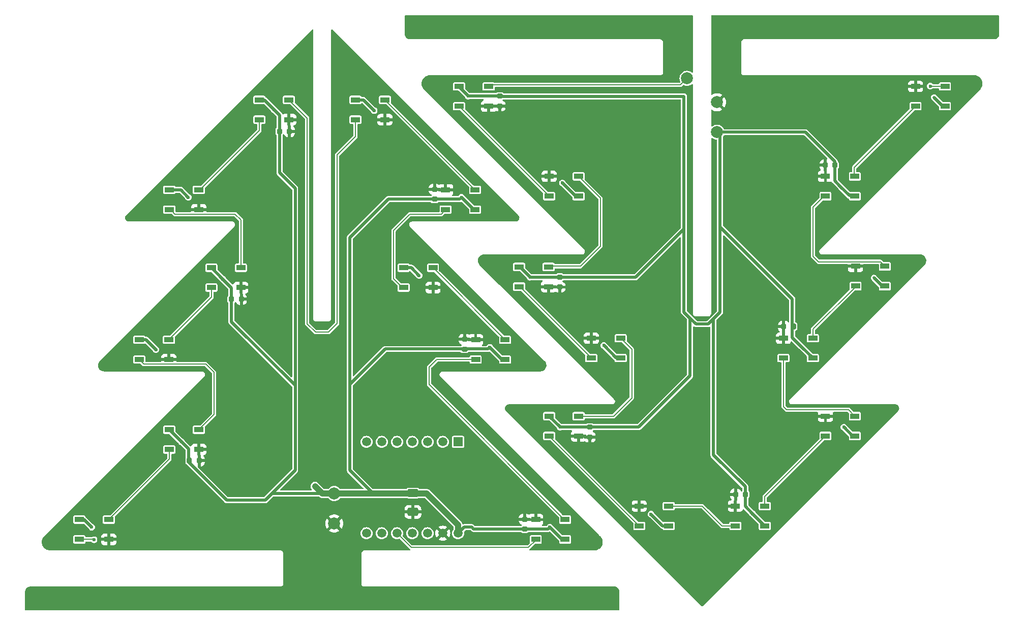
<source format=gbr>
%TF.GenerationSoftware,KiCad,Pcbnew,8.0.3*%
%TF.CreationDate,2024-12-20T11:05:53+01:00*%
%TF.ProjectId,christmas-tree,63687269-7374-46d6-9173-2d747265652e,rev?*%
%TF.SameCoordinates,Original*%
%TF.FileFunction,Copper,L1,Top*%
%TF.FilePolarity,Positive*%
%FSLAX46Y46*%
G04 Gerber Fmt 4.6, Leading zero omitted, Abs format (unit mm)*
G04 Created by KiCad (PCBNEW 8.0.3) date 2024-12-20 11:05:53*
%MOMM*%
%LPD*%
G01*
G04 APERTURE LIST*
G04 Aperture macros list*
%AMRoundRect*
0 Rectangle with rounded corners*
0 $1 Rounding radius*
0 $2 $3 $4 $5 $6 $7 $8 $9 X,Y pos of 4 corners*
0 Add a 4 corners polygon primitive as box body*
4,1,4,$2,$3,$4,$5,$6,$7,$8,$9,$2,$3,0*
0 Add four circle primitives for the rounded corners*
1,1,$1+$1,$2,$3*
1,1,$1+$1,$4,$5*
1,1,$1+$1,$6,$7*
1,1,$1+$1,$8,$9*
0 Add four rect primitives between the rounded corners*
20,1,$1+$1,$2,$3,$4,$5,0*
20,1,$1+$1,$4,$5,$6,$7,0*
20,1,$1+$1,$6,$7,$8,$9,0*
20,1,$1+$1,$8,$9,$2,$3,0*%
G04 Aperture macros list end*
%TA.AperFunction,SMDPad,CuDef*%
%ADD10C,2.000000*%
%TD*%
%TA.AperFunction,SMDPad,CuDef*%
%ADD11RoundRect,0.200000X-0.275000X0.200000X-0.275000X-0.200000X0.275000X-0.200000X0.275000X0.200000X0*%
%TD*%
%TA.AperFunction,SMDPad,CuDef*%
%ADD12R,1.500000X0.900000*%
%TD*%
%TA.AperFunction,SMDPad,CuDef*%
%ADD13RoundRect,0.200000X0.200000X0.275000X-0.200000X0.275000X-0.200000X-0.275000X0.200000X-0.275000X0*%
%TD*%
%TA.AperFunction,SMDPad,CuDef*%
%ADD14RoundRect,0.250000X-0.650000X0.412500X-0.650000X-0.412500X0.650000X-0.412500X0.650000X0.412500X0*%
%TD*%
%TA.AperFunction,SMDPad,CuDef*%
%ADD15RoundRect,0.200000X0.275000X-0.200000X0.275000X0.200000X-0.275000X0.200000X-0.275000X-0.200000X0*%
%TD*%
%TA.AperFunction,SMDPad,CuDef*%
%ADD16RoundRect,0.200000X-0.200000X-0.275000X0.200000X-0.275000X0.200000X0.275000X-0.200000X0.275000X0*%
%TD*%
%TA.AperFunction,ComponentPad*%
%ADD17R,1.500000X1.500000*%
%TD*%
%TA.AperFunction,ComponentPad*%
%ADD18C,1.500000*%
%TD*%
%TA.AperFunction,ViaPad*%
%ADD19C,0.600000*%
%TD*%
%TA.AperFunction,ViaPad*%
%ADD20C,0.500000*%
%TD*%
%TA.AperFunction,Conductor*%
%ADD21C,0.500000*%
%TD*%
%TA.AperFunction,Conductor*%
%ADD22C,1.000000*%
%TD*%
%TA.AperFunction,Conductor*%
%ADD23C,0.200000*%
%TD*%
G04 APERTURE END LIST*
D10*
%TO.P,5V2,1,1*%
%TO.N,5V*%
X166300000Y-80197299D03*
%TD*%
D11*
%TO.P,C104,1*%
%TO.N,GND*%
X119250000Y-89725000D03*
%TO.P,C104,2*%
%TO.N,5V*%
X119250000Y-91375000D03*
%TD*%
D12*
%TO.P,D134,1,VDD*%
%TO.N,5V*%
X204250000Y-75850000D03*
%TO.P,D134,2,DOUT*%
%TO.N,Net-(D134-DOUT)*%
X204250000Y-72550000D03*
%TO.P,D134,3,VSS*%
%TO.N,GND*%
X199350000Y-72550000D03*
%TO.P,D134,4,DIN*%
%TO.N,Net-(D133-DOUT)*%
X199350000Y-75850000D03*
%TD*%
D13*
%TO.P,C108,1*%
%TO.N,GND*%
X87075000Y-108050000D03*
%TO.P,C108,2*%
%TO.N,5V*%
X85425000Y-108050000D03*
%TD*%
D14*
%TO.P,C124,1*%
%TO.N,5V*%
X115650000Y-140387500D03*
%TO.P,C124,2*%
%TO.N,GND*%
X115650000Y-143512500D03*
%TD*%
D12*
%TO.P,D102,1,VDD*%
%TO.N,5V*%
X131000000Y-118100000D03*
%TO.P,D102,2,DOUT*%
%TO.N,Net-(D102-DOUT)*%
X131000000Y-114800000D03*
%TO.P,D102,3,VSS*%
%TO.N,GND*%
X126100000Y-114800000D03*
%TO.P,D102,4,DIN*%
%TO.N,Net-(D101-DOUT)*%
X126100000Y-118100000D03*
%TD*%
%TO.P,D132,1,VDD*%
%TO.N,5V*%
X194250000Y-105850000D03*
%TO.P,D132,2,DOUT*%
%TO.N,Net-(D132-DOUT)*%
X194250000Y-102550000D03*
%TO.P,D132,3,VSS*%
%TO.N,GND*%
X189350000Y-102550000D03*
%TO.P,D132,4,DIN*%
%TO.N,Net-(D131-DOUT)*%
X189350000Y-105850000D03*
%TD*%
%TO.P,D126,1,VDD*%
%TO.N,5V*%
X150250000Y-117850000D03*
%TO.P,D126,2,DOUT*%
%TO.N,Net-(D126-DOUT)*%
X150250000Y-114550000D03*
%TO.P,D126,3,VSS*%
%TO.N,GND*%
X145350000Y-114550000D03*
%TO.P,D126,4,DIN*%
%TO.N,Net-(D125-DOUT)*%
X145350000Y-117850000D03*
%TD*%
%TO.P,D103,1,VDD*%
%TO.N,5V*%
X114100000Y-102800000D03*
%TO.P,D103,2,DOUT*%
%TO.N,Net-(D103-DOUT)*%
X114100000Y-106100000D03*
%TO.P,D103,3,VSS*%
%TO.N,GND*%
X119000000Y-106100000D03*
%TO.P,D103,4,DIN*%
%TO.N,Net-(D102-DOUT)*%
X119000000Y-102800000D03*
%TD*%
%TO.P,D131,1,VDD*%
%TO.N,5V*%
X182250000Y-117850000D03*
%TO.P,D131,2,DOUT*%
%TO.N,Net-(D131-DOUT)*%
X182250000Y-114550000D03*
%TO.P,D131,3,VSS*%
%TO.N,GND*%
X177350000Y-114550000D03*
%TO.P,D131,4,DIN*%
%TO.N,Net-(D130-DOUT)*%
X177350000Y-117850000D03*
%TD*%
%TO.P,D111,1,VDD*%
%TO.N,5V*%
X60100000Y-144800000D03*
%TO.P,D111,2,DOUT*%
%TO.N,Net-(D111-DOUT)*%
X60100000Y-148100000D03*
%TO.P,D111,3,VSS*%
%TO.N,GND*%
X65000000Y-148100000D03*
%TO.P,D111,4,DIN*%
%TO.N,Net-(D110-DOUT)*%
X65000000Y-144800000D03*
%TD*%
%TO.P,D109,1,VDD*%
%TO.N,5V*%
X70100000Y-114800000D03*
%TO.P,D109,2,DOUT*%
%TO.N,Net-(D109-DOUT)*%
X70100000Y-118100000D03*
%TO.P,D109,3,VSS*%
%TO.N,GND*%
X75000000Y-118100000D03*
%TO.P,D109,4,DIN*%
%TO.N,Net-(D108-DOUT)*%
X75000000Y-114800000D03*
%TD*%
%TO.P,D104,1,VDD*%
%TO.N,5V*%
X126000000Y-93100000D03*
%TO.P,D104,2,DOUT*%
%TO.N,Net-(D104-DOUT)*%
X126000000Y-89800000D03*
%TO.P,D104,3,VSS*%
%TO.N,GND*%
X121100000Y-89800000D03*
%TO.P,D104,4,DIN*%
%TO.N,Net-(D103-DOUT)*%
X121100000Y-93100000D03*
%TD*%
D13*
%TO.P,C106,1*%
%TO.N,GND*%
X95075000Y-80050000D03*
%TO.P,C106,2*%
%TO.N,5V*%
X93425000Y-80050000D03*
%TD*%
D12*
%TO.P,D129,1,VDD*%
%TO.N,5V*%
X174250000Y-145850000D03*
%TO.P,D129,2,DOUT*%
%TO.N,Net-(D129-DOUT)*%
X174250000Y-142550000D03*
%TO.P,D129,3,VSS*%
%TO.N,GND*%
X169350000Y-142550000D03*
%TO.P,D129,4,DIN*%
%TO.N,Net-(D128-DOUT)*%
X169350000Y-145850000D03*
%TD*%
D10*
%TO.P,5V1,1,1*%
%TO.N,5V*%
X102550000Y-140450000D03*
%TD*%
D12*
%TO.P,D125,1,VDD*%
%TO.N,5V*%
X133350000Y-102650000D03*
%TO.P,D125,2,DOUT*%
%TO.N,Net-(D125-DOUT)*%
X133350000Y-105950000D03*
%TO.P,D125,3,VSS*%
%TO.N,GND*%
X138250000Y-105950000D03*
%TO.P,D125,4,DIN*%
%TO.N,Net-(D124-DOUT)*%
X138250000Y-102650000D03*
%TD*%
%TO.P,D130,1,VDD*%
%TO.N,5V*%
X189250000Y-130850000D03*
%TO.P,D130,2,DOUT*%
%TO.N,Net-(D130-DOUT)*%
X189250000Y-127550000D03*
%TO.P,D130,3,VSS*%
%TO.N,GND*%
X184350000Y-127550000D03*
%TO.P,D130,4,DIN*%
%TO.N,Net-(D129-DOUT)*%
X184350000Y-130850000D03*
%TD*%
%TO.P,D107,1,VDD*%
%TO.N,5V*%
X75100000Y-89800000D03*
%TO.P,D107,2,DOUT*%
%TO.N,Net-(D107-DOUT)*%
X75100000Y-93100000D03*
%TO.P,D107,3,VSS*%
%TO.N,GND*%
X80000000Y-93100000D03*
%TO.P,D107,4,DIN*%
%TO.N,Net-(D106-DOUT)*%
X80000000Y-89800000D03*
%TD*%
D15*
%TO.P,C116,1*%
%TO.N,GND*%
X145100000Y-131025000D03*
%TO.P,C116,2*%
%TO.N,5V*%
X145100000Y-129375000D03*
%TD*%
%TO.P,C112,1*%
%TO.N,GND*%
X130100000Y-75825000D03*
%TO.P,C112,2*%
%TO.N,5V*%
X130100000Y-74175000D03*
%TD*%
D12*
%TO.P,D127,1,VDD*%
%TO.N,5V*%
X138350000Y-127550000D03*
%TO.P,D127,2,DOUT*%
%TO.N,Net-(D127-DOUT)*%
X138350000Y-130850000D03*
%TO.P,D127,3,VSS*%
%TO.N,GND*%
X143250000Y-130850000D03*
%TO.P,D127,4,DIN*%
%TO.N,Net-(D126-DOUT)*%
X143250000Y-127550000D03*
%TD*%
D11*
%TO.P,C101,1*%
%TO.N,GND*%
X134250000Y-144725000D03*
%TO.P,C101,2*%
%TO.N,5V*%
X134250000Y-146375000D03*
%TD*%
D12*
%TO.P,D133,1,VDD*%
%TO.N,5V*%
X189250000Y-90850000D03*
%TO.P,D133,2,DOUT*%
%TO.N,Net-(D133-DOUT)*%
X189250000Y-87550000D03*
%TO.P,D133,3,VSS*%
%TO.N,GND*%
X184350000Y-87550000D03*
%TO.P,D133,4,DIN*%
%TO.N,Net-(D132-DOUT)*%
X184350000Y-90850000D03*
%TD*%
D10*
%TO.P,DIN1,1,1*%
%TO.N,Net-(D123-DIN)*%
X161300000Y-71197299D03*
%TD*%
D12*
%TO.P,D108,1,VDD*%
%TO.N,5V*%
X82100000Y-102800000D03*
%TO.P,D108,2,DOUT*%
%TO.N,Net-(D108-DOUT)*%
X82100000Y-106100000D03*
%TO.P,D108,3,VSS*%
%TO.N,GND*%
X87000000Y-106100000D03*
%TO.P,D108,4,DIN*%
%TO.N,Net-(D107-DOUT)*%
X87000000Y-102800000D03*
%TD*%
%TO.P,D124,1,VDD*%
%TO.N,5V*%
X143250000Y-90850000D03*
%TO.P,D124,2,DOUT*%
%TO.N,Net-(D124-DOUT)*%
X143250000Y-87550000D03*
%TO.P,D124,3,VSS*%
%TO.N,GND*%
X138350000Y-87550000D03*
%TO.P,D124,4,DIN*%
%TO.N,Net-(D123-DOUT)*%
X138350000Y-90850000D03*
%TD*%
D16*
%TO.P,C120,1*%
%TO.N,GND*%
X177375000Y-112600000D03*
%TO.P,C120,2*%
%TO.N,5V*%
X179025000Y-112600000D03*
%TD*%
D10*
%TO.P,GND2,1,1*%
%TO.N,GND*%
X166300000Y-75197299D03*
%TD*%
%TO.P,GND1,1,1*%
%TO.N,GND*%
X102550000Y-145450000D03*
%TD*%
D16*
%TO.P,C122,1*%
%TO.N,GND*%
X184275000Y-85700000D03*
%TO.P,C122,2*%
%TO.N,5V*%
X185925000Y-85700000D03*
%TD*%
D12*
%TO.P,D110,1,VDD*%
%TO.N,5V*%
X75100000Y-129800000D03*
%TO.P,D110,2,DOUT*%
%TO.N,Net-(D110-DOUT)*%
X75100000Y-133100000D03*
%TO.P,D110,3,VSS*%
%TO.N,GND*%
X80000000Y-133100000D03*
%TO.P,D110,4,DIN*%
%TO.N,Net-(D109-DOUT)*%
X80000000Y-129800000D03*
%TD*%
%TO.P,D101,1,VDD*%
%TO.N,5V*%
X141000000Y-148100000D03*
%TO.P,D101,2,DOUT*%
%TO.N,Net-(D101-DOUT)*%
X141000000Y-144800000D03*
%TO.P,D101,3,VSS*%
%TO.N,GND*%
X136100000Y-144800000D03*
%TO.P,D101,4,DIN*%
%TO.N,Net-(D101-DIN)*%
X136100000Y-148100000D03*
%TD*%
D17*
%TO.P,U101,1,D0*%
%TO.N,unconnected-(U101-D0-Pad1)*%
X123170000Y-131830000D03*
D18*
%TO.P,U101,2,D1*%
%TO.N,unconnected-(U101-D1-Pad2)*%
X120630000Y-131830000D03*
%TO.P,U101,3,D2*%
%TO.N,unconnected-(U101-D2-Pad3)*%
X118090000Y-131830000D03*
%TO.P,U101,4,D3*%
%TO.N,unconnected-(U101-D3-Pad4)*%
X115550000Y-131830000D03*
%TO.P,U101,5,D4*%
%TO.N,unconnected-(U101-D4-Pad5)*%
X113010000Y-131830000D03*
%TO.P,U101,6,D5*%
%TO.N,unconnected-(U101-D5-Pad6)*%
X110470000Y-131830000D03*
%TO.P,U101,7,D6*%
%TO.N,unconnected-(U101-D6-Pad7)*%
X107930000Y-131830000D03*
%TO.P,U101,8,D7*%
%TO.N,unconnected-(U101-D7-Pad8)*%
X107930000Y-147070000D03*
%TO.P,U101,9,D8*%
%TO.N,unconnected-(U101-D8-Pad9)*%
X110470000Y-147070000D03*
%TO.P,U101,10,D9*%
%TO.N,Net-(D101-DIN)*%
X113010000Y-147070000D03*
%TO.P,U101,11,D10*%
%TO.N,unconnected-(U101-D10-Pad11)*%
X115550000Y-147070000D03*
%TO.P,U101,12,3.3V*%
%TO.N,unconnected-(U101-3.3V-Pad12)*%
X118090000Y-147070000D03*
%TO.P,U101,13,GND*%
%TO.N,GND*%
X120630000Y-147070000D03*
%TO.P,U101,14,5V*%
%TO.N,5V*%
X123170000Y-147070000D03*
%TD*%
D12*
%TO.P,D128,1,VDD*%
%TO.N,5V*%
X158250000Y-145850000D03*
%TO.P,D128,2,DOUT*%
%TO.N,Net-(D128-DOUT)*%
X158250000Y-142550000D03*
%TO.P,D128,3,VSS*%
%TO.N,GND*%
X153350000Y-142550000D03*
%TO.P,D128,4,DIN*%
%TO.N,Net-(D127-DOUT)*%
X153350000Y-145850000D03*
%TD*%
%TO.P,D105,1,VDD*%
%TO.N,5V*%
X106100000Y-74800000D03*
%TO.P,D105,2,DOUT*%
%TO.N,Net-(D105-DOUT)*%
X106100000Y-78100000D03*
%TO.P,D105,3,VSS*%
%TO.N,GND*%
X111000000Y-78100000D03*
%TO.P,D105,4,DIN*%
%TO.N,Net-(D104-DOUT)*%
X111000000Y-74800000D03*
%TD*%
D15*
%TO.P,C114,1*%
%TO.N,GND*%
X140100000Y-106025000D03*
%TO.P,C114,2*%
%TO.N,5V*%
X140100000Y-104375000D03*
%TD*%
D13*
%TO.P,C110,1*%
%TO.N,GND*%
X80075000Y-134950000D03*
%TO.P,C110,2*%
%TO.N,5V*%
X78425000Y-134950000D03*
%TD*%
D16*
%TO.P,C118,1*%
%TO.N,GND*%
X169375000Y-140600000D03*
%TO.P,C118,2*%
%TO.N,5V*%
X171025000Y-140600000D03*
%TD*%
D12*
%TO.P,D106,1,VDD*%
%TO.N,5V*%
X90100000Y-74800000D03*
%TO.P,D106,2,DOUT*%
%TO.N,Net-(D106-DOUT)*%
X90100000Y-78100000D03*
%TO.P,D106,3,VSS*%
%TO.N,GND*%
X95000000Y-78100000D03*
%TO.P,D106,4,DIN*%
%TO.N,Net-(D105-DOUT)*%
X95000000Y-74800000D03*
%TD*%
D11*
%TO.P,C102,1*%
%TO.N,GND*%
X124250000Y-114725000D03*
%TO.P,C102,2*%
%TO.N,5V*%
X124250000Y-116375000D03*
%TD*%
D12*
%TO.P,D123,1,VDD*%
%TO.N,5V*%
X123350000Y-72550000D03*
%TO.P,D123,2,DOUT*%
%TO.N,Net-(D123-DOUT)*%
X123350000Y-75850000D03*
%TO.P,D123,3,VSS*%
%TO.N,GND*%
X128250000Y-75850000D03*
%TO.P,D123,4,DIN*%
%TO.N,Net-(D123-DIN)*%
X128250000Y-72550000D03*
%TD*%
D19*
%TO.N,GND*%
X95050000Y-119950000D03*
X155000000Y-142500000D03*
X200200000Y-101600000D03*
X95150000Y-81350000D03*
X94950000Y-131850000D03*
X146900000Y-114500000D03*
X149350000Y-159350000D03*
X102450000Y-64050000D03*
X182500000Y-128300000D03*
X113950000Y-109250000D03*
X54850000Y-148750000D03*
X181300000Y-131000000D03*
D20*
X180600000Y-114500000D03*
D19*
X51950000Y-159250000D03*
X159800000Y-81800000D03*
X106150000Y-139150000D03*
X146450000Y-148850000D03*
D20*
X187700000Y-102600000D03*
D19*
X144700000Y-85600000D03*
X163900000Y-111300000D03*
X129800000Y-73100000D03*
X157800000Y-82800000D03*
X68150000Y-144850000D03*
X167800000Y-81600000D03*
D20*
X183300000Y-85700000D03*
D19*
X141400000Y-106000000D03*
X81950000Y-93050000D03*
X114900000Y-61100000D03*
X108350000Y-120950000D03*
D20*
X197800000Y-72600000D03*
D19*
X159800000Y-95600000D03*
X68450000Y-94450000D03*
X195500000Y-126300000D03*
X134450000Y-148250000D03*
X169700000Y-96300000D03*
X102050000Y-111950000D03*
X119450000Y-93150000D03*
D20*
X176000000Y-112600000D03*
D19*
X64250000Y-119050000D03*
X209600000Y-71800000D03*
X118050000Y-89650000D03*
X81350000Y-135050000D03*
X105350000Y-141550000D03*
X88550000Y-108050000D03*
X132200000Y-126500000D03*
X117900000Y-71800000D03*
X166600000Y-114000000D03*
X157700000Y-98000000D03*
X136950000Y-119050000D03*
X66550000Y-148050000D03*
X117350000Y-106150000D03*
X51950000Y-156750000D03*
D20*
X186200000Y-106100000D03*
D19*
X106250000Y-81950000D03*
X165800000Y-61200000D03*
X92650000Y-141450000D03*
X146500000Y-131000000D03*
X161800000Y-61200000D03*
X76650000Y-118050000D03*
X124250000Y-117350000D03*
X159700000Y-75600000D03*
X78250000Y-114850000D03*
X98550000Y-63950000D03*
X172600000Y-142500000D03*
X76750000Y-133150000D03*
X94750000Y-139450000D03*
X161900000Y-99200000D03*
X168100000Y-79000000D03*
X161800000Y-81800000D03*
X212500000Y-63900000D03*
X145100000Y-128300000D03*
X127700000Y-101600000D03*
X163700000Y-158000000D03*
X83550000Y-89650000D03*
X140100000Y-103200000D03*
X159700000Y-140600000D03*
X109450000Y-78150000D03*
X163900000Y-113700000D03*
X167800000Y-98600000D03*
X83750000Y-106150000D03*
D20*
X187000000Y-85700000D03*
D19*
X132950000Y-144650000D03*
X157800000Y-100800000D03*
X212800000Y-61200000D03*
X99050000Y-111950000D03*
X150300000Y-128300000D03*
X140100000Y-87500000D03*
X131200000Y-75900000D03*
X106250000Y-128150000D03*
X122950000Y-114650000D03*
X149250000Y-156750000D03*
D20*
X196300000Y-76000000D03*
D19*
X92950000Y-122250000D03*
X132650000Y-94450000D03*
X115100000Y-63900000D03*
X157900000Y-103800000D03*
X160800000Y-114000000D03*
X165800000Y-82100000D03*
X91850000Y-78150000D03*
X159800000Y-99400000D03*
X167900000Y-140600000D03*
X150500000Y-111300000D03*
%TO.N,5V*%
X72850000Y-116450000D03*
X62150000Y-146050000D03*
X147450000Y-115750000D03*
X140550000Y-88650000D03*
X77100000Y-131800000D03*
X155300000Y-143900000D03*
X78250000Y-91050000D03*
D20*
X192425000Y-104475000D03*
X186800000Y-89200000D03*
D19*
X172200000Y-143800000D03*
X84000000Y-104700000D03*
D20*
X180350000Y-115950000D03*
D19*
X116700000Y-104100000D03*
X99350000Y-139250000D03*
X138450000Y-146050000D03*
X140175000Y-129375000D03*
X109200000Y-76600000D03*
D20*
X202425000Y-74375000D03*
D19*
X92500000Y-76400000D03*
X100550000Y-140450000D03*
X128450000Y-116050000D03*
D20*
X168800000Y-80197299D03*
D19*
X123750000Y-91050000D03*
X124875000Y-74175000D03*
X187425000Y-129375000D03*
X135175000Y-104375000D03*
%TO.N,Net-(D111-DOUT)*%
X62550000Y-148150000D03*
%TO.N,Net-(D134-DOUT)*%
X201800000Y-72500000D03*
%TD*%
D21*
%TO.N,5V*%
X130500000Y-118100000D02*
X128450000Y-116050000D01*
X128450000Y-116050000D02*
X128150000Y-116350000D01*
X77100000Y-131800000D02*
X78325000Y-133025000D01*
X172200000Y-143800000D02*
X171000000Y-142600000D01*
X152725000Y-104375000D02*
X160800000Y-96300000D01*
X85450000Y-111850000D02*
X85450000Y-106150000D01*
X124875000Y-74175000D02*
X123350000Y-72650000D01*
X171000000Y-142600000D02*
X171000000Y-139300000D01*
D22*
X123170000Y-147070000D02*
X123170000Y-145670000D01*
D21*
X133350000Y-102550000D02*
X135175000Y-104375000D01*
X109050000Y-140450000D02*
X110137500Y-140450000D01*
X84650000Y-141550000D02*
X91050000Y-141550000D01*
X111050000Y-116350000D02*
X105150000Y-122250000D01*
X165700000Y-111300000D02*
X164800000Y-112200000D01*
X96050000Y-89550000D02*
X93450000Y-86950000D01*
X189250000Y-130850000D02*
X188900000Y-130850000D01*
X96050000Y-122450000D02*
X96050000Y-89550000D01*
X180997299Y-80197299D02*
X185900000Y-85100000D01*
X60900000Y-144800000D02*
X62150000Y-146050000D01*
X138150000Y-146350000D02*
X125750000Y-146350000D01*
X70100000Y-114800000D02*
X71200000Y-114800000D01*
X168800000Y-80197299D02*
X180997299Y-80197299D01*
X125750000Y-146350000D02*
X125450000Y-146050000D01*
X166300000Y-80197299D02*
X166800000Y-80697299D01*
X188350000Y-90750000D02*
X189150000Y-90750000D01*
X203900000Y-75850000D02*
X202425000Y-74375000D01*
X105150000Y-136550000D02*
X109050000Y-140450000D01*
X153225000Y-129375000D02*
X145100000Y-129375000D01*
X85450000Y-106150000D02*
X84000000Y-104700000D01*
X75100000Y-129800000D02*
X77100000Y-131800000D01*
X114100000Y-102800000D02*
X115400000Y-102800000D01*
X166300000Y-80197299D02*
X168800000Y-80197299D01*
X141000000Y-148200000D02*
X140600000Y-148200000D01*
X84000000Y-104700000D02*
X82100000Y-102800000D01*
X71200000Y-114800000D02*
X72850000Y-116450000D01*
X164800000Y-112200000D02*
X162800000Y-112200000D01*
X125450000Y-146050000D02*
X124190000Y-146050000D01*
X186800000Y-89200000D02*
X188350000Y-90750000D01*
X129800000Y-74175000D02*
X124875000Y-74175000D01*
X185900000Y-85100000D02*
X185900000Y-88300000D01*
X105150000Y-122250000D02*
X105150000Y-136550000D01*
D22*
X102550000Y-140450000D02*
X100550000Y-140450000D01*
D21*
X150250000Y-117850000D02*
X149550000Y-117850000D01*
X165700000Y-111300000D02*
X166800000Y-110200000D01*
X166800000Y-80697299D02*
X166800000Y-96000000D01*
D22*
X117950000Y-140450000D02*
X110137500Y-140450000D01*
D21*
X178825000Y-112600000D02*
X178825000Y-108025000D01*
X160800000Y-110200000D02*
X160800000Y-96300000D01*
X158250000Y-145850000D02*
X157250000Y-145850000D01*
X142750000Y-90850000D02*
X140550000Y-88650000D01*
X96050000Y-122450000D02*
X85450000Y-111850000D01*
X178825000Y-108025000D02*
X166800000Y-96000000D01*
X188900000Y-130850000D02*
X187425000Y-129375000D01*
X107400000Y-74800000D02*
X109200000Y-76600000D01*
D22*
X110137500Y-140450000D02*
X102550000Y-140450000D01*
D21*
X106100000Y-74800000D02*
X107400000Y-74800000D01*
X157250000Y-145850000D02*
X155300000Y-143900000D01*
X123350000Y-72650000D02*
X123350000Y-72550000D01*
X131000000Y-118100000D02*
X130500000Y-118100000D01*
X140175000Y-129375000D02*
X138350000Y-127550000D01*
X129825000Y-74200000D02*
X129800000Y-74175000D01*
X111550000Y-91350000D02*
X105150000Y-97750000D01*
X102550000Y-140450000D02*
X92150000Y-140450000D01*
X140100000Y-104375000D02*
X152725000Y-104375000D01*
X160800000Y-74200000D02*
X129825000Y-74200000D01*
X93450000Y-77350000D02*
X92500000Y-76400000D01*
X90900000Y-74800000D02*
X90100000Y-74800000D01*
D22*
X100550000Y-140450000D02*
X99350000Y-139250000D01*
D21*
X143250000Y-90850000D02*
X142750000Y-90850000D01*
X138450000Y-146050000D02*
X138150000Y-146350000D01*
X93450000Y-86950000D02*
X93450000Y-77350000D01*
X182250000Y-117850000D02*
X180350000Y-115950000D01*
X161800000Y-111200000D02*
X160800000Y-110200000D01*
X124190000Y-146050000D02*
X123170000Y-147070000D01*
X185900000Y-88300000D02*
X186800000Y-89200000D01*
X60100000Y-144800000D02*
X60900000Y-144800000D01*
X128150000Y-116350000D02*
X111050000Y-116350000D01*
X91050000Y-141550000D02*
X92150000Y-140450000D01*
X123750000Y-91050000D02*
X123450000Y-91350000D01*
X193800000Y-105850000D02*
X192425000Y-104475000D01*
X96050000Y-136550000D02*
X96050000Y-122450000D01*
X77000000Y-89800000D02*
X78250000Y-91050000D01*
X174250000Y-145850000D02*
X172200000Y-143800000D01*
X140600000Y-148200000D02*
X138450000Y-146050000D01*
X165700000Y-134000000D02*
X165700000Y-111300000D01*
X145100000Y-129375000D02*
X140175000Y-129375000D01*
X125800000Y-93100000D02*
X123750000Y-91050000D01*
X149550000Y-117850000D02*
X147450000Y-115750000D01*
X115400000Y-102800000D02*
X116700000Y-104100000D01*
X160800000Y-96300000D02*
X160800000Y-74200000D01*
X75300000Y-89800000D02*
X77000000Y-89800000D01*
X162800000Y-112200000D02*
X161800000Y-111200000D01*
X123450000Y-91350000D02*
X111550000Y-91350000D01*
X126000000Y-93100000D02*
X125800000Y-93100000D01*
X194250000Y-105850000D02*
X193800000Y-105850000D01*
X78325000Y-133025000D02*
X78325000Y-135225000D01*
X166800000Y-110200000D02*
X166800000Y-96000000D01*
X92500000Y-76400000D02*
X90900000Y-74800000D01*
X78325000Y-135225000D02*
X84650000Y-141550000D01*
D22*
X123170000Y-145670000D02*
X117950000Y-140450000D01*
D21*
X92150000Y-140450000D02*
X96050000Y-136550000D01*
X171000000Y-139300000D02*
X165700000Y-134000000D01*
X105150000Y-97750000D02*
X105150000Y-122250000D01*
X161800000Y-111200000D02*
X161800000Y-120800000D01*
X178825000Y-114425000D02*
X178825000Y-112600000D01*
X204250000Y-75850000D02*
X203900000Y-75850000D01*
X180350000Y-115950000D02*
X178825000Y-114425000D01*
X135175000Y-104375000D02*
X140100000Y-104375000D01*
X161800000Y-120800000D02*
X153225000Y-129375000D01*
D23*
%TO.N,Net-(D101-DOUT)*%
X141000000Y-144900000D02*
X118350000Y-122250000D01*
X118350000Y-119350000D02*
X119600000Y-118100000D01*
X119600000Y-118100000D02*
X126100000Y-118100000D01*
X118350000Y-122250000D02*
X118350000Y-119350000D01*
%TO.N,Net-(D101-DIN)*%
X115390000Y-149450000D02*
X134850000Y-149450000D01*
X134850000Y-149450000D02*
X136100000Y-148200000D01*
X113010000Y-147070000D02*
X115390000Y-149450000D01*
%TO.N,Net-(D104-DOUT)*%
X126000000Y-89800000D02*
X111000000Y-74800000D01*
%TO.N,Net-(D105-DOUT)*%
X103050000Y-83950000D02*
X106100000Y-80900000D01*
X106100000Y-80900000D02*
X106100000Y-78100000D01*
X98050000Y-112150000D02*
X99450000Y-113550000D01*
X95000000Y-74800000D02*
X98050000Y-77850000D01*
X99450000Y-113550000D02*
X101550000Y-113550000D01*
X98050000Y-77850000D02*
X98050000Y-112150000D01*
X103050000Y-112050000D02*
X103050000Y-83950000D01*
X101550000Y-113550000D02*
X103050000Y-112050000D01*
%TO.N,Net-(D106-DOUT)*%
X90100000Y-78100000D02*
X90100000Y-79900000D01*
X90100000Y-79900000D02*
X80200000Y-89800000D01*
%TO.N,Net-(D107-DOUT)*%
X87000000Y-94800000D02*
X87000000Y-102800000D01*
X76050000Y-93850000D02*
X86050000Y-93850000D01*
X86050000Y-93850000D02*
X87000000Y-94800000D01*
X75300000Y-93100000D02*
X76050000Y-93850000D01*
%TO.N,Net-(D108-DOUT)*%
X82100000Y-106100000D02*
X82100000Y-107700000D01*
X82100000Y-107700000D02*
X75000000Y-114800000D01*
%TO.N,Net-(D109-DOUT)*%
X81150000Y-118850000D02*
X82550000Y-120250000D01*
X82550000Y-127250000D02*
X80000000Y-129800000D01*
X70100000Y-118100000D02*
X70850000Y-118850000D01*
X70850000Y-118850000D02*
X81150000Y-118850000D01*
X82550000Y-120250000D02*
X82550000Y-127250000D01*
%TO.N,Net-(D110-DOUT)*%
X75100000Y-133100000D02*
X75100000Y-134700000D01*
X75100000Y-134700000D02*
X65000000Y-144800000D01*
%TO.N,Net-(D111-DOUT)*%
X62500000Y-148100000D02*
X60100000Y-148100000D01*
X62550000Y-148150000D02*
X62500000Y-148100000D01*
%TO.N,Net-(D124-DOUT)*%
X143250000Y-87550000D02*
X146900000Y-91200000D01*
X146900000Y-91200000D02*
X146900000Y-99200000D01*
X146900000Y-99200000D02*
X143550000Y-102550000D01*
X143550000Y-102550000D02*
X138250000Y-102550000D01*
%TO.N,Net-(D102-DOUT)*%
X131000000Y-114800000D02*
X119000000Y-102800000D01*
%TO.N,Net-(D125-DOUT)*%
X133350000Y-105850000D02*
X145350000Y-117850000D01*
%TO.N,Net-(D127-DOUT)*%
X138350000Y-130850000D02*
X153350000Y-145850000D01*
%TO.N,Net-(D129-DOUT)*%
X174250000Y-142550000D02*
X174250000Y-140950000D01*
X174250000Y-140950000D02*
X184350000Y-130850000D01*
%TO.N,Net-(D131-DOUT)*%
X182250000Y-114550000D02*
X182250000Y-113050000D01*
X189350000Y-105950000D02*
X189350000Y-105850000D01*
X182250000Y-113050000D02*
X189350000Y-105950000D01*
%TO.N,Net-(D133-DOUT)*%
X189150000Y-86050000D02*
X199350000Y-75850000D01*
X189150000Y-87450000D02*
X189150000Y-86050000D01*
%TO.N,Net-(D123-DIN)*%
X128250000Y-72550000D02*
X128150000Y-72550000D01*
X128150000Y-72550000D02*
X127950000Y-72350000D01*
X160197334Y-72300000D02*
X128500000Y-72300000D01*
X128500000Y-72300000D02*
X128250000Y-72550000D01*
X161300035Y-71197299D02*
X160197334Y-72300000D01*
%TO.N,Net-(D103-DOUT)*%
X112450000Y-104650000D02*
X112450000Y-96550000D01*
X120350000Y-93850000D02*
X121100000Y-93100000D01*
X115150000Y-93850000D02*
X120350000Y-93850000D01*
X112450000Y-96550000D02*
X115150000Y-93850000D01*
X114100000Y-106100000D02*
X113900000Y-106100000D01*
X113900000Y-106100000D02*
X112450000Y-104650000D01*
%TO.N,Net-(D126-DOUT)*%
X150250000Y-114550000D02*
X152100000Y-116400000D01*
X149050000Y-127550000D02*
X143250000Y-127550000D01*
X152100000Y-124500000D02*
X149050000Y-127550000D01*
X152100000Y-116400000D02*
X152100000Y-124500000D01*
%TO.N,Net-(D128-DOUT)*%
X163850000Y-142550000D02*
X167150000Y-145850000D01*
X167150000Y-145850000D02*
X169350000Y-145850000D01*
X158250000Y-142550000D02*
X163850000Y-142550000D01*
%TO.N,Net-(D130-DOUT)*%
X189250000Y-127550000D02*
X188200000Y-126500000D01*
X177350000Y-125950000D02*
X177350000Y-117850000D01*
X188200000Y-126500000D02*
X177900000Y-126500000D01*
X177900000Y-126500000D02*
X177350000Y-125950000D01*
%TO.N,Net-(D132-DOUT)*%
X193500000Y-101800000D02*
X183200000Y-101800000D01*
X194250000Y-102550000D02*
X193500000Y-101800000D01*
X183200000Y-101800000D02*
X182300000Y-100900000D01*
X182300000Y-92700000D02*
X184250000Y-90750000D01*
X182300000Y-100900000D02*
X182300000Y-92700000D01*
%TO.N,Net-(D134-DOUT)*%
X201850000Y-72550000D02*
X201800000Y-72500000D01*
X204250000Y-72550000D02*
X201850000Y-72550000D01*
%TO.N,Net-(D123-DOUT)*%
X123050000Y-75650000D02*
X123150000Y-75650000D01*
X123150000Y-75650000D02*
X138350000Y-90850000D01*
%TD*%
%TA.AperFunction,Conductor*%
%TO.N,GND*%
G36*
X102255703Y-63063962D02*
G01*
X102262181Y-63069994D01*
X133143753Y-93951566D01*
X133153171Y-93962304D01*
X133153858Y-93962991D01*
X133153860Y-93962994D01*
X133195282Y-94004419D01*
X133204976Y-94015330D01*
X133283034Y-94114355D01*
X133298262Y-94139207D01*
X133347965Y-94247028D01*
X133356971Y-94274751D01*
X133361245Y-94296242D01*
X133380130Y-94391197D01*
X133382416Y-94420254D01*
X133377753Y-94538887D01*
X133373193Y-94567676D01*
X133340966Y-94681942D01*
X133329811Y-94708873D01*
X133271799Y-94812459D01*
X133254666Y-94836040D01*
X133174072Y-94923227D01*
X133151908Y-94942157D01*
X133053196Y-95008116D01*
X133027225Y-95021350D01*
X132915839Y-95062445D01*
X132887497Y-95069250D01*
X132821371Y-95077078D01*
X132799398Y-95079680D01*
X132784821Y-95080540D01*
X115489144Y-95080540D01*
X115361848Y-95114648D01*
X115247722Y-95180540D01*
X115247719Y-95180542D01*
X115154538Y-95273723D01*
X115154536Y-95273726D01*
X115088644Y-95387852D01*
X115054536Y-95515148D01*
X115054536Y-95646932D01*
X115071590Y-95710579D01*
X115088644Y-95774227D01*
X115091552Y-95779263D01*
X115154536Y-95888354D01*
X115154537Y-95888355D01*
X115154538Y-95888356D01*
X137572627Y-118306444D01*
X137572631Y-118306448D01*
X137584139Y-118317957D01*
X137591707Y-118326244D01*
X137701034Y-118457435D01*
X137713776Y-118475896D01*
X137794885Y-118619717D01*
X137804095Y-118640182D01*
X137857950Y-118796256D01*
X137863321Y-118818048D01*
X137888161Y-118981283D01*
X137889515Y-119003684D01*
X137884527Y-119168711D01*
X137881822Y-119190992D01*
X137847166Y-119352426D01*
X137840489Y-119373852D01*
X137777305Y-119526391D01*
X137766875Y-119546264D01*
X137677229Y-119684916D01*
X137663388Y-119702582D01*
X137550215Y-119822809D01*
X137533416Y-119837692D01*
X137400434Y-119935544D01*
X137381227Y-119947155D01*
X137232780Y-120019436D01*
X137211795Y-120027395D01*
X137052751Y-120071734D01*
X137030677Y-120075780D01*
X136860215Y-120091275D01*
X136848990Y-120091784D01*
X120513398Y-120091784D01*
X120386102Y-120125892D01*
X120271976Y-120191784D01*
X120271973Y-120191786D01*
X120178792Y-120284967D01*
X120178790Y-120284970D01*
X120112898Y-120399096D01*
X120100185Y-120446544D01*
X120078790Y-120526392D01*
X120078790Y-120658176D01*
X120095844Y-120721823D01*
X120112898Y-120785471D01*
X120138610Y-120830005D01*
X120178790Y-120899598D01*
X120178792Y-120899600D01*
X146841167Y-147561975D01*
X146847774Y-147569121D01*
X146933193Y-147669139D01*
X146980902Y-147725001D01*
X146992339Y-147740744D01*
X147096878Y-147911345D01*
X147105711Y-147928682D01*
X147182277Y-148113539D01*
X147188289Y-148132044D01*
X147234994Y-148326598D01*
X147238038Y-148345816D01*
X147253734Y-148545286D01*
X147253734Y-148564743D01*
X147238033Y-148764213D01*
X147234989Y-148783431D01*
X147188278Y-148977989D01*
X147182265Y-148996494D01*
X147105695Y-149181348D01*
X147096861Y-149198685D01*
X146992317Y-149369286D01*
X146980880Y-149385027D01*
X146903708Y-149475386D01*
X146850941Y-149537168D01*
X146837182Y-149550927D01*
X146685032Y-149680877D01*
X146669290Y-149692314D01*
X146498690Y-149796859D01*
X146481354Y-149805692D01*
X146296502Y-149882263D01*
X146278005Y-149888274D01*
X146083440Y-149934987D01*
X146064229Y-149938031D01*
X145945589Y-149947370D01*
X145859418Y-149954154D01*
X145849694Y-149954536D01*
X135138496Y-149954536D01*
X135071457Y-149934851D01*
X135025702Y-149882047D01*
X135015758Y-149812889D01*
X135044783Y-149749333D01*
X135063005Y-149732164D01*
X135065210Y-149730471D01*
X135065209Y-149730471D01*
X135065212Y-149730470D01*
X135958863Y-148836819D01*
X136020186Y-148803334D01*
X136046544Y-148800500D01*
X136874676Y-148800500D01*
X136874677Y-148800499D01*
X136947740Y-148785966D01*
X137030601Y-148730601D01*
X137085966Y-148647740D01*
X137100500Y-148574674D01*
X137100500Y-147625326D01*
X137100500Y-147625323D01*
X137100499Y-147625321D01*
X137085967Y-147552264D01*
X137085966Y-147552260D01*
X137030601Y-147469399D01*
X136971770Y-147430090D01*
X136947739Y-147414033D01*
X136947735Y-147414032D01*
X136874677Y-147399500D01*
X136874674Y-147399500D01*
X135325326Y-147399500D01*
X135325323Y-147399500D01*
X135252264Y-147414032D01*
X135252260Y-147414033D01*
X135169399Y-147469399D01*
X135114033Y-147552260D01*
X135114032Y-147552264D01*
X135099500Y-147625321D01*
X135099500Y-148574678D01*
X135108161Y-148618219D01*
X135101934Y-148687810D01*
X135074225Y-148730091D01*
X134741135Y-149063182D01*
X134679814Y-149096666D01*
X134653456Y-149099500D01*
X115586543Y-149099500D01*
X115519504Y-149079815D01*
X115498862Y-149063181D01*
X113980102Y-147544420D01*
X113946617Y-147483097D01*
X113949123Y-147420743D01*
X113971703Y-147346306D01*
X113996024Y-147266132D01*
X114015341Y-147070000D01*
X114544659Y-147070000D01*
X114563975Y-147266129D01*
X114563976Y-147266132D01*
X114613712Y-147430090D01*
X114621188Y-147454733D01*
X114714086Y-147628532D01*
X114714090Y-147628539D01*
X114839116Y-147780883D01*
X114991460Y-147905909D01*
X114991467Y-147905913D01*
X115165266Y-147998811D01*
X115165269Y-147998811D01*
X115165273Y-147998814D01*
X115353868Y-148056024D01*
X115550000Y-148075341D01*
X115746132Y-148056024D01*
X115934727Y-147998814D01*
X116108538Y-147905910D01*
X116260883Y-147780883D01*
X116385910Y-147628538D01*
X116447232Y-147513813D01*
X116478811Y-147454733D01*
X116478811Y-147454732D01*
X116478814Y-147454727D01*
X116536024Y-147266132D01*
X116555341Y-147070000D01*
X117084659Y-147070000D01*
X117103975Y-147266129D01*
X117103976Y-147266132D01*
X117153712Y-147430090D01*
X117161188Y-147454733D01*
X117254086Y-147628532D01*
X117254090Y-147628539D01*
X117379116Y-147780883D01*
X117531460Y-147905909D01*
X117531467Y-147905913D01*
X117705266Y-147998811D01*
X117705269Y-147998811D01*
X117705273Y-147998814D01*
X117893868Y-148056024D01*
X118090000Y-148075341D01*
X118286132Y-148056024D01*
X118474727Y-147998814D01*
X118648538Y-147905910D01*
X118800883Y-147780883D01*
X118925910Y-147628538D01*
X118987232Y-147513813D01*
X119018811Y-147454733D01*
X119018811Y-147454732D01*
X119018814Y-147454727D01*
X119076024Y-147266132D01*
X119095341Y-147070000D01*
X119095341Y-147069999D01*
X119375225Y-147069999D01*
X119375225Y-147070000D01*
X119394287Y-147287884D01*
X119394289Y-147287894D01*
X119450894Y-147499150D01*
X119450898Y-147499159D01*
X119543333Y-147697387D01*
X119586874Y-147759571D01*
X120187861Y-147158584D01*
X120210667Y-147243694D01*
X120269910Y-147346306D01*
X120353694Y-147430090D01*
X120456306Y-147489333D01*
X120541414Y-147512137D01*
X119940427Y-148113124D01*
X120002612Y-148156666D01*
X120200840Y-148249101D01*
X120200849Y-148249105D01*
X120412105Y-148305710D01*
X120412115Y-148305712D01*
X120629999Y-148324775D01*
X120630001Y-148324775D01*
X120847884Y-148305712D01*
X120847894Y-148305710D01*
X121059150Y-148249105D01*
X121059164Y-148249100D01*
X121257383Y-148156669D01*
X121257385Y-148156668D01*
X121319571Y-148113124D01*
X120718585Y-147512137D01*
X120803694Y-147489333D01*
X120906306Y-147430090D01*
X120990090Y-147346306D01*
X121049333Y-147243694D01*
X121072138Y-147158584D01*
X121673124Y-147759570D01*
X121716668Y-147697385D01*
X121716669Y-147697383D01*
X121809100Y-147499164D01*
X121809105Y-147499150D01*
X121865710Y-147287894D01*
X121865712Y-147287884D01*
X121884775Y-147070000D01*
X121884775Y-147069999D01*
X121865712Y-146852115D01*
X121865710Y-146852105D01*
X121809105Y-146640849D01*
X121809101Y-146640840D01*
X121716667Y-146442614D01*
X121716666Y-146442612D01*
X121673124Y-146380428D01*
X121673124Y-146380427D01*
X121072137Y-146981414D01*
X121049333Y-146896306D01*
X120990090Y-146793694D01*
X120906306Y-146709910D01*
X120803694Y-146650667D01*
X120718584Y-146627861D01*
X121319571Y-146026874D01*
X121257387Y-145983333D01*
X121059159Y-145890898D01*
X121059150Y-145890894D01*
X120847894Y-145834289D01*
X120847884Y-145834287D01*
X120630001Y-145815225D01*
X120629999Y-145815225D01*
X120412115Y-145834287D01*
X120412105Y-145834289D01*
X120200849Y-145890894D01*
X120200840Y-145890898D01*
X120002613Y-145983333D01*
X119940428Y-146026874D01*
X120541415Y-146627861D01*
X120456306Y-146650667D01*
X120353694Y-146709910D01*
X120269910Y-146793694D01*
X120210667Y-146896306D01*
X120187861Y-146981415D01*
X119586874Y-146380428D01*
X119543333Y-146442613D01*
X119450898Y-146640840D01*
X119450894Y-146640849D01*
X119394289Y-146852105D01*
X119394287Y-146852115D01*
X119375225Y-147069999D01*
X119095341Y-147069999D01*
X119076024Y-146873868D01*
X119018814Y-146685273D01*
X119018811Y-146685269D01*
X119018811Y-146685266D01*
X118925913Y-146511467D01*
X118925909Y-146511460D01*
X118800883Y-146359116D01*
X118648539Y-146234090D01*
X118648532Y-146234086D01*
X118474733Y-146141188D01*
X118474727Y-146141186D01*
X118286132Y-146083976D01*
X118286129Y-146083975D01*
X118090000Y-146064659D01*
X117893870Y-146083975D01*
X117705266Y-146141188D01*
X117531467Y-146234086D01*
X117531460Y-146234090D01*
X117379116Y-146359116D01*
X117254090Y-146511460D01*
X117254086Y-146511467D01*
X117161188Y-146685266D01*
X117103975Y-146873870D01*
X117084659Y-147070000D01*
X116555341Y-147070000D01*
X116536024Y-146873868D01*
X116478814Y-146685273D01*
X116478811Y-146685269D01*
X116478811Y-146685266D01*
X116385913Y-146511467D01*
X116385909Y-146511460D01*
X116260883Y-146359116D01*
X116108539Y-146234090D01*
X116108532Y-146234086D01*
X115934733Y-146141188D01*
X115934727Y-146141186D01*
X115746132Y-146083976D01*
X115746129Y-146083975D01*
X115550000Y-146064659D01*
X115353870Y-146083975D01*
X115165266Y-146141188D01*
X114991467Y-146234086D01*
X114991460Y-146234090D01*
X114839116Y-146359116D01*
X114714090Y-146511460D01*
X114714086Y-146511467D01*
X114621188Y-146685266D01*
X114563975Y-146873870D01*
X114544659Y-147070000D01*
X114015341Y-147070000D01*
X113996024Y-146873868D01*
X113938814Y-146685273D01*
X113938811Y-146685269D01*
X113938811Y-146685266D01*
X113845913Y-146511467D01*
X113845909Y-146511460D01*
X113720883Y-146359116D01*
X113568539Y-146234090D01*
X113568532Y-146234086D01*
X113394733Y-146141188D01*
X113394727Y-146141186D01*
X113206132Y-146083976D01*
X113206129Y-146083975D01*
X113010000Y-146064659D01*
X112813870Y-146083975D01*
X112625266Y-146141188D01*
X112451467Y-146234086D01*
X112451460Y-146234090D01*
X112299116Y-146359116D01*
X112174090Y-146511460D01*
X112174086Y-146511467D01*
X112081188Y-146685266D01*
X112023975Y-146873870D01*
X112004659Y-147070000D01*
X112023975Y-147266129D01*
X112023976Y-147266132D01*
X112073712Y-147430090D01*
X112081188Y-147454733D01*
X112174086Y-147628532D01*
X112174090Y-147628539D01*
X112299116Y-147780883D01*
X112451460Y-147905909D01*
X112451467Y-147905913D01*
X112625266Y-147998811D01*
X112625269Y-147998811D01*
X112625273Y-147998814D01*
X112813868Y-148056024D01*
X113010000Y-148075341D01*
X113206132Y-148056024D01*
X113360743Y-148009123D01*
X113430610Y-148008499D01*
X113484420Y-148040102D01*
X115109531Y-149665212D01*
X115174788Y-149730469D01*
X115176993Y-149732161D01*
X115178381Y-149734062D01*
X115180535Y-149736216D01*
X115180199Y-149736551D01*
X115218195Y-149788589D01*
X115222350Y-149858335D01*
X115188137Y-149919255D01*
X115126420Y-149952007D01*
X115101506Y-149954536D01*
X107489144Y-149954536D01*
X107361848Y-149988644D01*
X107247722Y-150054536D01*
X107247719Y-150054538D01*
X107154538Y-150147719D01*
X107154536Y-150147722D01*
X107088644Y-150261848D01*
X107054536Y-150389144D01*
X107054536Y-155520927D01*
X107088644Y-155648223D01*
X107121590Y-155705286D01*
X107154536Y-155762350D01*
X107247722Y-155855536D01*
X107361850Y-155921428D01*
X107489144Y-155955536D01*
X107620928Y-155955536D01*
X149148851Y-155955536D01*
X149161023Y-155956135D01*
X149202225Y-155960199D01*
X149318285Y-155971647D01*
X149342105Y-155976388D01*
X149487493Y-156020509D01*
X149509926Y-156029804D01*
X149643906Y-156101431D01*
X149664111Y-156114934D01*
X149781536Y-156211311D01*
X149798721Y-156228497D01*
X149895091Y-156345926D01*
X149908593Y-156366133D01*
X149971309Y-156483459D01*
X149980210Y-156500109D01*
X149989511Y-156522562D01*
X150033616Y-156667924D01*
X150038360Y-156691760D01*
X150053938Y-156849756D01*
X150054536Y-156861923D01*
X150054536Y-159745245D01*
X150053008Y-159764651D01*
X150047839Y-159797273D01*
X150035852Y-159834162D01*
X150025343Y-159854787D01*
X150002539Y-159886173D01*
X149986173Y-159902539D01*
X149954787Y-159925343D01*
X149934162Y-159935852D01*
X149897273Y-159947839D01*
X149864651Y-159953008D01*
X149845245Y-159954536D01*
X51328978Y-159954536D01*
X51328747Y-159954521D01*
X51264697Y-159954534D01*
X51245294Y-159953010D01*
X51212699Y-159947852D01*
X51175794Y-159935867D01*
X51164817Y-159930276D01*
X51155187Y-159925370D01*
X51123795Y-159902565D01*
X51107444Y-159886216D01*
X51084640Y-159854829D01*
X51074142Y-159834226D01*
X51062152Y-159797323D01*
X51057062Y-159765177D01*
X51055536Y-159745781D01*
X51055542Y-159689190D01*
X51055541Y-159689187D01*
X51055542Y-159681332D01*
X51055536Y-159681222D01*
X51055536Y-156861148D01*
X51056134Y-156848989D01*
X51071629Y-156691732D01*
X51076371Y-156667893D01*
X51088985Y-156626310D01*
X51120476Y-156522510D01*
X51129773Y-156500067D01*
X51201393Y-156366082D01*
X51214886Y-156345888D01*
X51311268Y-156228447D01*
X51328447Y-156211268D01*
X51445888Y-156114886D01*
X51466082Y-156101393D01*
X51600067Y-156029773D01*
X51622510Y-156020476D01*
X51726310Y-155988985D01*
X51767893Y-155976371D01*
X51791732Y-155971629D01*
X51948990Y-155956134D01*
X51961149Y-155955536D01*
X93620926Y-155955536D01*
X93620928Y-155955536D01*
X93748222Y-155921428D01*
X93862350Y-155855536D01*
X93955536Y-155762350D01*
X94021428Y-155648222D01*
X94055536Y-155520928D01*
X94055536Y-150389144D01*
X94055536Y-150384108D01*
X94021428Y-150256814D01*
X93955536Y-150142686D01*
X93862350Y-150049500D01*
X93756945Y-149988644D01*
X93748223Y-149983608D01*
X93684575Y-149966554D01*
X93620928Y-149949500D01*
X93620927Y-149949500D01*
X55329677Y-149949500D01*
X55329648Y-149949498D01*
X55321025Y-149949498D01*
X55313283Y-149949498D01*
X55260003Y-149949499D01*
X55250275Y-149949117D01*
X55045926Y-149933040D01*
X55026707Y-149929996D01*
X54832149Y-149883290D01*
X54813643Y-149877278D01*
X54628780Y-149800709D01*
X54611443Y-149791876D01*
X54440833Y-149687331D01*
X54425091Y-149675894D01*
X54272937Y-149545946D01*
X54259178Y-149532187D01*
X54129230Y-149380042D01*
X54117792Y-149364300D01*
X54013242Y-149193694D01*
X54004408Y-149176357D01*
X53957527Y-149063181D01*
X53927833Y-148991494D01*
X53921821Y-148972991D01*
X53906023Y-148907190D01*
X53875109Y-148778427D01*
X53872066Y-148759211D01*
X53866446Y-148687810D01*
X53856365Y-148559727D01*
X53856365Y-148540286D01*
X53872063Y-148340797D01*
X53875105Y-148321590D01*
X53921819Y-148127012D01*
X53927825Y-148108527D01*
X54004403Y-147923652D01*
X54013236Y-147906318D01*
X54117788Y-147735704D01*
X54129209Y-147719984D01*
X54210059Y-147625321D01*
X59099500Y-147625321D01*
X59099500Y-148574678D01*
X59114032Y-148647735D01*
X59114033Y-148647739D01*
X59114034Y-148647740D01*
X59169399Y-148730601D01*
X59234265Y-148773942D01*
X59252260Y-148785966D01*
X59252264Y-148785967D01*
X59325321Y-148800499D01*
X59325324Y-148800500D01*
X59325326Y-148800500D01*
X60874676Y-148800500D01*
X60874677Y-148800499D01*
X60947740Y-148785966D01*
X61030601Y-148730601D01*
X61085966Y-148647740D01*
X61100500Y-148574674D01*
X61100500Y-148574500D01*
X61100526Y-148574410D01*
X61101097Y-148568614D01*
X61102196Y-148568722D01*
X61120185Y-148507461D01*
X61172989Y-148461706D01*
X61224500Y-148450500D01*
X62025542Y-148450500D01*
X62092581Y-148470185D01*
X62123917Y-148499013D01*
X62157379Y-148542621D01*
X62272375Y-148630861D01*
X62406291Y-148686330D01*
X62533280Y-148703048D01*
X62549999Y-148705250D01*
X62550000Y-148705250D01*
X62550001Y-148705250D01*
X62564977Y-148703278D01*
X62693709Y-148686330D01*
X62827625Y-148630861D01*
X62870653Y-148597844D01*
X63750000Y-148597844D01*
X63756401Y-148657372D01*
X63756403Y-148657379D01*
X63806645Y-148792086D01*
X63806649Y-148792093D01*
X63892809Y-148907187D01*
X63892812Y-148907190D01*
X64007906Y-148993350D01*
X64007913Y-148993354D01*
X64142620Y-149043596D01*
X64142627Y-149043598D01*
X64202155Y-149049999D01*
X64202172Y-149050000D01*
X64750000Y-149050000D01*
X65250000Y-149050000D01*
X65797828Y-149050000D01*
X65797844Y-149049999D01*
X65857372Y-149043598D01*
X65857379Y-149043596D01*
X65992086Y-148993354D01*
X65992093Y-148993350D01*
X66107187Y-148907190D01*
X66107190Y-148907187D01*
X66193350Y-148792093D01*
X66193354Y-148792086D01*
X66243596Y-148657379D01*
X66243598Y-148657372D01*
X66249999Y-148597844D01*
X66250000Y-148597827D01*
X66250000Y-148350000D01*
X65250000Y-148350000D01*
X65250000Y-149050000D01*
X64750000Y-149050000D01*
X64750000Y-148350000D01*
X63750000Y-148350000D01*
X63750000Y-148597844D01*
X62870653Y-148597844D01*
X62942621Y-148542621D01*
X63030861Y-148427625D01*
X63086330Y-148293709D01*
X63105250Y-148150000D01*
X63086330Y-148006291D01*
X63030861Y-147872375D01*
X62942621Y-147757379D01*
X62827625Y-147669139D01*
X62827624Y-147669138D01*
X62827622Y-147669137D01*
X62693712Y-147613671D01*
X62693710Y-147613670D01*
X62693709Y-147613670D01*
X62606246Y-147602155D01*
X63750000Y-147602155D01*
X63750000Y-147850000D01*
X64750000Y-147850000D01*
X65250000Y-147850000D01*
X66250000Y-147850000D01*
X66250000Y-147602172D01*
X66249999Y-147602155D01*
X66243598Y-147542627D01*
X66243596Y-147542620D01*
X66193354Y-147407913D01*
X66193350Y-147407906D01*
X66107190Y-147292812D01*
X66107187Y-147292809D01*
X65992093Y-147206649D01*
X65992086Y-147206645D01*
X65857379Y-147156403D01*
X65857372Y-147156401D01*
X65797844Y-147150000D01*
X65250000Y-147150000D01*
X65250000Y-147850000D01*
X64750000Y-147850000D01*
X64750000Y-147150000D01*
X64202155Y-147150000D01*
X64142627Y-147156401D01*
X64142620Y-147156403D01*
X64007913Y-147206645D01*
X64007906Y-147206649D01*
X63892812Y-147292809D01*
X63892809Y-147292812D01*
X63806649Y-147407906D01*
X63806645Y-147407913D01*
X63756403Y-147542620D01*
X63756401Y-147542627D01*
X63750000Y-147602155D01*
X62606246Y-147602155D01*
X62550001Y-147594750D01*
X62549999Y-147594750D01*
X62406291Y-147613670D01*
X62406287Y-147613671D01*
X62272376Y-147669138D01*
X62272374Y-147669139D01*
X62201040Y-147723876D01*
X62135871Y-147749070D01*
X62125554Y-147749500D01*
X61224500Y-147749500D01*
X61157461Y-147729815D01*
X61111706Y-147677011D01*
X61101766Y-147631320D01*
X61101097Y-147631386D01*
X61100531Y-147625645D01*
X61100500Y-147625500D01*
X61100500Y-147625323D01*
X61100499Y-147625321D01*
X61085967Y-147552264D01*
X61085966Y-147552260D01*
X61030601Y-147469399D01*
X60971770Y-147430090D01*
X60947739Y-147414033D01*
X60947735Y-147414032D01*
X60874677Y-147399500D01*
X60874674Y-147399500D01*
X59325326Y-147399500D01*
X59325323Y-147399500D01*
X59252264Y-147414032D01*
X59252260Y-147414033D01*
X59169399Y-147469399D01*
X59114033Y-147552260D01*
X59114032Y-147552264D01*
X59099500Y-147625321D01*
X54210059Y-147625321D01*
X54262306Y-147564147D01*
X54268877Y-147557038D01*
X54312104Y-147513813D01*
X54312104Y-147513811D01*
X54322309Y-147503607D01*
X54322313Y-147503602D01*
X54755915Y-147070000D01*
X106924659Y-147070000D01*
X106943975Y-147266129D01*
X106943976Y-147266132D01*
X106993712Y-147430090D01*
X107001188Y-147454733D01*
X107094086Y-147628532D01*
X107094090Y-147628539D01*
X107219116Y-147780883D01*
X107371460Y-147905909D01*
X107371467Y-147905913D01*
X107545266Y-147998811D01*
X107545269Y-147998811D01*
X107545273Y-147998814D01*
X107733868Y-148056024D01*
X107930000Y-148075341D01*
X108126132Y-148056024D01*
X108314727Y-147998814D01*
X108488538Y-147905910D01*
X108640883Y-147780883D01*
X108765910Y-147628538D01*
X108827232Y-147513813D01*
X108858811Y-147454733D01*
X108858811Y-147454732D01*
X108858814Y-147454727D01*
X108916024Y-147266132D01*
X108935341Y-147070000D01*
X109464659Y-147070000D01*
X109483975Y-147266129D01*
X109483976Y-147266132D01*
X109533712Y-147430090D01*
X109541188Y-147454733D01*
X109634086Y-147628532D01*
X109634090Y-147628539D01*
X109759116Y-147780883D01*
X109911460Y-147905909D01*
X109911467Y-147905913D01*
X110085266Y-147998811D01*
X110085269Y-147998811D01*
X110085273Y-147998814D01*
X110273868Y-148056024D01*
X110470000Y-148075341D01*
X110666132Y-148056024D01*
X110854727Y-147998814D01*
X111028538Y-147905910D01*
X111180883Y-147780883D01*
X111305910Y-147628538D01*
X111367232Y-147513813D01*
X111398811Y-147454733D01*
X111398811Y-147454732D01*
X111398814Y-147454727D01*
X111456024Y-147266132D01*
X111475341Y-147070000D01*
X111456024Y-146873868D01*
X111398814Y-146685273D01*
X111398811Y-146685269D01*
X111398811Y-146685266D01*
X111305913Y-146511467D01*
X111305909Y-146511460D01*
X111180883Y-146359116D01*
X111028539Y-146234090D01*
X111028532Y-146234086D01*
X110854733Y-146141188D01*
X110854727Y-146141186D01*
X110666132Y-146083976D01*
X110666129Y-146083975D01*
X110470000Y-146064659D01*
X110273870Y-146083975D01*
X110085266Y-146141188D01*
X109911467Y-146234086D01*
X109911460Y-146234090D01*
X109759116Y-146359116D01*
X109634090Y-146511460D01*
X109634086Y-146511467D01*
X109541188Y-146685266D01*
X109483975Y-146873870D01*
X109464659Y-147070000D01*
X108935341Y-147070000D01*
X108916024Y-146873868D01*
X108858814Y-146685273D01*
X108858811Y-146685269D01*
X108858811Y-146685266D01*
X108765913Y-146511467D01*
X108765909Y-146511460D01*
X108640883Y-146359116D01*
X108488539Y-146234090D01*
X108488532Y-146234086D01*
X108314733Y-146141188D01*
X108314727Y-146141186D01*
X108126132Y-146083976D01*
X108126129Y-146083975D01*
X107930000Y-146064659D01*
X107733870Y-146083975D01*
X107545266Y-146141188D01*
X107371467Y-146234086D01*
X107371460Y-146234090D01*
X107219116Y-146359116D01*
X107094090Y-146511460D01*
X107094086Y-146511467D01*
X107001188Y-146685266D01*
X106943975Y-146873870D01*
X106924659Y-147070000D01*
X54755915Y-147070000D01*
X55152306Y-146673609D01*
X101679942Y-146673609D01*
X101726768Y-146710055D01*
X101726770Y-146710056D01*
X101945385Y-146828364D01*
X101945396Y-146828369D01*
X102180506Y-146909083D01*
X102425707Y-146950000D01*
X102674293Y-146950000D01*
X102919493Y-146909083D01*
X103154603Y-146828369D01*
X103154614Y-146828364D01*
X103373228Y-146710057D01*
X103373231Y-146710055D01*
X103420056Y-146673609D01*
X102550000Y-145803553D01*
X101679942Y-146673609D01*
X55152306Y-146673609D01*
X57500594Y-144325321D01*
X59099500Y-144325321D01*
X59099500Y-145274678D01*
X59114032Y-145347735D01*
X59114033Y-145347739D01*
X59129031Y-145370185D01*
X59169399Y-145430601D01*
X59243054Y-145479815D01*
X59252260Y-145485966D01*
X59252264Y-145485967D01*
X59325321Y-145500499D01*
X59325324Y-145500500D01*
X60841324Y-145500500D01*
X60908363Y-145520185D01*
X60929005Y-145536819D01*
X61615867Y-146223681D01*
X61642747Y-146263909D01*
X61667917Y-146324676D01*
X61669139Y-146327625D01*
X61757379Y-146442621D01*
X61872375Y-146530861D01*
X61872376Y-146530861D01*
X61872377Y-146530862D01*
X61884702Y-146535967D01*
X62006291Y-146586330D01*
X62133280Y-146603048D01*
X62149999Y-146605250D01*
X62150000Y-146605250D01*
X62150001Y-146605250D01*
X62164977Y-146603278D01*
X62293709Y-146586330D01*
X62427625Y-146530861D01*
X62542621Y-146442621D01*
X62630861Y-146327625D01*
X62686330Y-146193709D01*
X62705250Y-146050000D01*
X62686330Y-145906291D01*
X62630861Y-145772375D01*
X62542621Y-145657379D01*
X62427625Y-145569139D01*
X62427623Y-145569138D01*
X62363909Y-145542747D01*
X62323681Y-145515867D01*
X61207316Y-144399502D01*
X61207314Y-144399500D01*
X61151964Y-144367543D01*
X61111707Y-144325321D01*
X63999500Y-144325321D01*
X63999500Y-145274678D01*
X64014032Y-145347735D01*
X64014033Y-145347739D01*
X64029031Y-145370185D01*
X64069399Y-145430601D01*
X64143054Y-145479815D01*
X64152260Y-145485966D01*
X64152264Y-145485967D01*
X64225321Y-145500499D01*
X64225324Y-145500500D01*
X64225326Y-145500500D01*
X65774676Y-145500500D01*
X65774677Y-145500499D01*
X65847740Y-145485966D01*
X65901577Y-145449994D01*
X101044859Y-145449994D01*
X101044859Y-145450005D01*
X101065385Y-145697729D01*
X101065387Y-145697738D01*
X101126412Y-145938717D01*
X101226266Y-146166364D01*
X101326564Y-146319882D01*
X102196447Y-145450000D01*
X102196447Y-145449999D01*
X102903553Y-145449999D01*
X102903553Y-145450001D01*
X103773434Y-146319882D01*
X103873731Y-146166369D01*
X103973587Y-145938717D01*
X104034612Y-145697738D01*
X104034614Y-145697729D01*
X104055141Y-145450005D01*
X104055141Y-145449994D01*
X104034614Y-145202270D01*
X104034612Y-145202261D01*
X103973587Y-144961282D01*
X103873731Y-144733630D01*
X103773434Y-144580116D01*
X102903553Y-145449999D01*
X102196447Y-145449999D01*
X101326564Y-144580116D01*
X101226267Y-144733632D01*
X101126412Y-144961282D01*
X101065387Y-145202261D01*
X101065385Y-145202270D01*
X101044859Y-145449994D01*
X65901577Y-145449994D01*
X65930601Y-145430601D01*
X65985966Y-145347740D01*
X66000500Y-145274674D01*
X66000500Y-144346543D01*
X66020185Y-144279504D01*
X66036819Y-144258862D01*
X66069293Y-144226388D01*
X101679942Y-144226388D01*
X101679942Y-144226390D01*
X102550000Y-145096447D01*
X102550001Y-145096447D01*
X103420057Y-144226390D01*
X103420056Y-144226389D01*
X103373229Y-144189943D01*
X103154614Y-144071635D01*
X103154603Y-144071630D01*
X102919493Y-143990916D01*
X102824028Y-143974986D01*
X114250001Y-143974986D01*
X114260494Y-144077697D01*
X114315641Y-144244119D01*
X114315643Y-144244124D01*
X114407684Y-144393345D01*
X114531654Y-144517315D01*
X114680875Y-144609356D01*
X114680880Y-144609358D01*
X114847302Y-144664505D01*
X114847309Y-144664506D01*
X114950019Y-144674999D01*
X115399999Y-144674999D01*
X115900000Y-144674999D01*
X116349972Y-144674999D01*
X116349986Y-144674998D01*
X116452697Y-144664505D01*
X116619119Y-144609358D01*
X116619124Y-144609356D01*
X116768345Y-144517315D01*
X116892315Y-144393345D01*
X116984356Y-144244124D01*
X116984358Y-144244119D01*
X117039505Y-144077697D01*
X117039506Y-144077690D01*
X117049999Y-143974986D01*
X117050000Y-143974973D01*
X117050000Y-143762500D01*
X115900000Y-143762500D01*
X115900000Y-144674999D01*
X115399999Y-144674999D01*
X115400000Y-144674998D01*
X115400000Y-143762500D01*
X114250001Y-143762500D01*
X114250001Y-143974986D01*
X102824028Y-143974986D01*
X102674293Y-143950000D01*
X102425707Y-143950000D01*
X102180506Y-143990916D01*
X101945396Y-144071630D01*
X101945390Y-144071632D01*
X101726761Y-144189949D01*
X101679942Y-144226388D01*
X66069293Y-144226388D01*
X67245668Y-143050013D01*
X114250000Y-143050013D01*
X114250000Y-143262500D01*
X115400000Y-143262500D01*
X115900000Y-143262500D01*
X117049999Y-143262500D01*
X117049999Y-143050028D01*
X117049998Y-143050013D01*
X117039505Y-142947302D01*
X116984358Y-142780880D01*
X116984356Y-142780875D01*
X116892315Y-142631654D01*
X116768345Y-142507684D01*
X116619124Y-142415643D01*
X116619119Y-142415641D01*
X116452697Y-142360494D01*
X116452690Y-142360493D01*
X116349986Y-142350000D01*
X115900000Y-142350000D01*
X115900000Y-143262500D01*
X115400000Y-143262500D01*
X115400000Y-142350000D01*
X114950028Y-142350000D01*
X114950012Y-142350001D01*
X114847302Y-142360494D01*
X114680880Y-142415641D01*
X114680875Y-142415643D01*
X114531654Y-142507684D01*
X114407684Y-142631654D01*
X114315643Y-142780875D01*
X114315641Y-142780880D01*
X114260494Y-142947302D01*
X114260493Y-142947309D01*
X114250000Y-143050013D01*
X67245668Y-143050013D01*
X70678230Y-139617451D01*
X75380470Y-134915212D01*
X75426614Y-134835288D01*
X75429505Y-134824500D01*
X75450500Y-134746144D01*
X75450500Y-133924500D01*
X75470185Y-133857461D01*
X75522989Y-133811706D01*
X75574500Y-133800500D01*
X75874676Y-133800500D01*
X75874677Y-133800499D01*
X75947740Y-133785966D01*
X76030601Y-133730601D01*
X76085966Y-133647740D01*
X76100500Y-133574674D01*
X76100500Y-132625326D01*
X76100500Y-132625323D01*
X76100499Y-132625321D01*
X76085967Y-132552264D01*
X76085966Y-132552260D01*
X76030601Y-132469399D01*
X75947740Y-132414034D01*
X75947739Y-132414033D01*
X75947735Y-132414032D01*
X75874677Y-132399500D01*
X75874674Y-132399500D01*
X74325326Y-132399500D01*
X74325323Y-132399500D01*
X74252264Y-132414032D01*
X74252260Y-132414033D01*
X74169399Y-132469399D01*
X74114033Y-132552260D01*
X74114032Y-132552264D01*
X74099500Y-132625321D01*
X74099500Y-133574678D01*
X74114032Y-133647735D01*
X74114033Y-133647739D01*
X74114034Y-133647740D01*
X74169399Y-133730601D01*
X74224896Y-133767682D01*
X74252260Y-133785966D01*
X74252264Y-133785967D01*
X74325321Y-133800499D01*
X74325324Y-133800500D01*
X74325326Y-133800500D01*
X74625500Y-133800500D01*
X74692539Y-133820185D01*
X74738294Y-133872989D01*
X74749500Y-133924500D01*
X74749500Y-134503456D01*
X74729815Y-134570495D01*
X74713181Y-134591137D01*
X65241137Y-144063181D01*
X65179814Y-144096666D01*
X65153456Y-144099500D01*
X64225323Y-144099500D01*
X64152264Y-144114032D01*
X64152260Y-144114033D01*
X64069399Y-144169399D01*
X64014033Y-144252260D01*
X64014032Y-144252264D01*
X63999500Y-144325321D01*
X61111707Y-144325321D01*
X61103750Y-144316976D01*
X61092349Y-144284351D01*
X61085966Y-144252260D01*
X61030601Y-144169399D01*
X60947740Y-144114034D01*
X60947739Y-144114033D01*
X60947735Y-144114032D01*
X60874677Y-144099500D01*
X60874674Y-144099500D01*
X59325326Y-144099500D01*
X59325323Y-144099500D01*
X59252264Y-144114032D01*
X59252260Y-144114033D01*
X59169399Y-144169399D01*
X59114033Y-144252260D01*
X59114032Y-144252264D01*
X59099500Y-144325321D01*
X57500594Y-144325321D01*
X72500593Y-129325321D01*
X74099500Y-129325321D01*
X74099500Y-130274678D01*
X74114032Y-130347735D01*
X74114033Y-130347739D01*
X74114034Y-130347740D01*
X74169399Y-130430601D01*
X74252260Y-130485966D01*
X74252264Y-130485967D01*
X74325321Y-130500499D01*
X74325324Y-130500500D01*
X74325326Y-130500500D01*
X75041324Y-130500500D01*
X75108363Y-130520185D01*
X75129005Y-130536819D01*
X76565867Y-131973681D01*
X76592747Y-132013909D01*
X76619139Y-132077625D01*
X76707379Y-132192621D01*
X76822375Y-132280861D01*
X76886089Y-132307251D01*
X76926317Y-132334131D01*
X77788181Y-133195995D01*
X77821666Y-133257318D01*
X77824500Y-133283676D01*
X77824500Y-134434495D01*
X77817542Y-134475449D01*
X77777353Y-134590302D01*
X77774500Y-134620730D01*
X77774500Y-135279269D01*
X77777353Y-135309699D01*
X77777353Y-135309701D01*
X77822206Y-135437880D01*
X77822207Y-135437882D01*
X77902850Y-135547150D01*
X78012118Y-135627793D01*
X78012120Y-135627793D01*
X78012262Y-135627869D01*
X78042007Y-135649821D01*
X84342686Y-141950500D01*
X84456814Y-142016392D01*
X84584108Y-142050500D01*
X84584110Y-142050500D01*
X91115890Y-142050500D01*
X91115892Y-142050500D01*
X91243186Y-142016392D01*
X91357314Y-141950500D01*
X92320995Y-140986819D01*
X92382318Y-140953334D01*
X92408676Y-140950500D01*
X99937771Y-140950500D01*
X100004810Y-140970185D01*
X100025453Y-140986820D01*
X100071580Y-141032948D01*
X100071584Y-141032951D01*
X100194498Y-141115080D01*
X100194511Y-141115087D01*
X100302406Y-141159778D01*
X100331087Y-141171658D01*
X100331091Y-141171658D01*
X100331092Y-141171659D01*
X100476079Y-141200500D01*
X100476082Y-141200500D01*
X100623917Y-141200500D01*
X101484376Y-141200500D01*
X101551415Y-141220185D01*
X101585949Y-141253374D01*
X101588402Y-141256877D01*
X101743123Y-141411598D01*
X101922361Y-141537102D01*
X102120670Y-141629575D01*
X102332023Y-141686207D01*
X102514926Y-141702208D01*
X102549998Y-141705277D01*
X102550000Y-141705277D01*
X102550002Y-141705277D01*
X102578254Y-141702805D01*
X102767977Y-141686207D01*
X102979330Y-141629575D01*
X103177639Y-141537102D01*
X103356877Y-141411598D01*
X103511598Y-141256877D01*
X103514050Y-141253374D01*
X103568628Y-141209751D01*
X103615624Y-141200500D01*
X110063582Y-141200500D01*
X114658561Y-141200500D01*
X114725600Y-141220185D01*
X114732872Y-141225233D01*
X114757668Y-141243795D01*
X114757671Y-141243797D01*
X114892517Y-141294091D01*
X114892516Y-141294091D01*
X114899444Y-141294835D01*
X114952127Y-141300500D01*
X116347872Y-141300499D01*
X116407483Y-141294091D01*
X116542331Y-141243796D01*
X116567128Y-141225233D01*
X116632592Y-141200816D01*
X116641439Y-141200500D01*
X117587770Y-141200500D01*
X117654809Y-141220185D01*
X117675451Y-141236819D01*
X122383181Y-145944549D01*
X122416666Y-146005872D01*
X122419500Y-146032230D01*
X122419500Y-146363021D01*
X122399815Y-146430060D01*
X122391353Y-146441686D01*
X122334091Y-146511460D01*
X122334086Y-146511467D01*
X122241188Y-146685266D01*
X122183975Y-146873870D01*
X122164659Y-147070000D01*
X122183975Y-147266129D01*
X122183976Y-147266132D01*
X122233712Y-147430090D01*
X122241188Y-147454733D01*
X122334086Y-147628532D01*
X122334090Y-147628539D01*
X122459116Y-147780883D01*
X122611460Y-147905909D01*
X122611467Y-147905913D01*
X122785266Y-147998811D01*
X122785269Y-147998811D01*
X122785273Y-147998814D01*
X122973868Y-148056024D01*
X123170000Y-148075341D01*
X123366132Y-148056024D01*
X123554727Y-147998814D01*
X123728538Y-147905910D01*
X123880883Y-147780883D01*
X124005910Y-147628538D01*
X124067232Y-147513813D01*
X124098811Y-147454733D01*
X124098811Y-147454732D01*
X124098814Y-147454727D01*
X124156024Y-147266132D01*
X124175341Y-147070000D01*
X124156024Y-146873868D01*
X124156023Y-146873864D01*
X124155337Y-146870412D01*
X124155502Y-146868567D01*
X124155427Y-146867805D01*
X124155571Y-146867790D01*
X124161564Y-146800820D01*
X124189268Y-146758544D01*
X124360996Y-146586816D01*
X124422319Y-146553334D01*
X124448676Y-146550500D01*
X125191324Y-146550500D01*
X125258363Y-146570185D01*
X125279004Y-146586818D01*
X125442686Y-146750500D01*
X125556814Y-146816392D01*
X125684107Y-146850500D01*
X125684108Y-146850500D01*
X133555823Y-146850500D01*
X133622862Y-146870185D01*
X133645475Y-146891382D01*
X133646279Y-146890579D01*
X133652848Y-146897148D01*
X133652849Y-146897148D01*
X133652850Y-146897150D01*
X133762118Y-146977793D01*
X133804845Y-146992744D01*
X133890299Y-147022646D01*
X133920730Y-147025500D01*
X133920734Y-147025500D01*
X134579270Y-147025500D01*
X134609699Y-147022646D01*
X134609701Y-147022646D01*
X134673790Y-147000219D01*
X134737882Y-146977793D01*
X134847150Y-146897150D01*
X134847152Y-146897146D01*
X134853721Y-146890579D01*
X134855548Y-146892406D01*
X134900054Y-146858616D01*
X134944177Y-146850500D01*
X138215890Y-146850500D01*
X138215892Y-146850500D01*
X138343186Y-146816392D01*
X138365637Y-146803429D01*
X138433535Y-146786955D01*
X138499563Y-146809805D01*
X138515320Y-146823134D01*
X139963181Y-148270995D01*
X139996666Y-148332318D01*
X139999500Y-148358676D01*
X139999500Y-148574678D01*
X140014032Y-148647735D01*
X140014033Y-148647739D01*
X140014034Y-148647740D01*
X140069399Y-148730601D01*
X140134265Y-148773942D01*
X140152260Y-148785966D01*
X140152264Y-148785967D01*
X140225321Y-148800499D01*
X140225324Y-148800500D01*
X140225326Y-148800500D01*
X141774676Y-148800500D01*
X141774677Y-148800499D01*
X141847740Y-148785966D01*
X141930601Y-148730601D01*
X141985966Y-148647740D01*
X142000500Y-148574674D01*
X142000500Y-147625326D01*
X142000500Y-147625323D01*
X142000499Y-147625321D01*
X141985967Y-147552264D01*
X141985966Y-147552260D01*
X141930601Y-147469399D01*
X141871770Y-147430090D01*
X141847739Y-147414033D01*
X141847735Y-147414032D01*
X141774677Y-147399500D01*
X141774674Y-147399500D01*
X140558676Y-147399500D01*
X140491637Y-147379815D01*
X140470995Y-147363181D01*
X138984131Y-145876317D01*
X138957251Y-145836089D01*
X138930861Y-145772375D01*
X138842621Y-145657379D01*
X138727625Y-145569139D01*
X138727624Y-145569138D01*
X138727622Y-145569137D01*
X138593712Y-145513671D01*
X138593710Y-145513670D01*
X138593709Y-145513670D01*
X138493675Y-145500500D01*
X138450001Y-145494750D01*
X138449999Y-145494750D01*
X138306291Y-145513670D01*
X138306287Y-145513671D01*
X138172377Y-145569137D01*
X138117401Y-145611322D01*
X138057379Y-145657379D01*
X137969139Y-145772375D01*
X137968900Y-145772950D01*
X137968569Y-145773362D01*
X137965075Y-145779414D01*
X137964131Y-145778869D01*
X137925063Y-145827354D01*
X137858769Y-145849421D01*
X137854339Y-145849500D01*
X137256060Y-145849500D01*
X137189021Y-145829815D01*
X137143266Y-145777011D01*
X137133322Y-145707853D01*
X137162347Y-145644297D01*
X137181748Y-145626234D01*
X137207190Y-145607187D01*
X137293350Y-145492093D01*
X137293354Y-145492086D01*
X137343596Y-145357379D01*
X137343598Y-145357372D01*
X137349999Y-145297844D01*
X137350000Y-145297827D01*
X137350000Y-145050000D01*
X134931000Y-145050000D01*
X134863961Y-145030315D01*
X134845559Y-145009078D01*
X134843319Y-145011319D01*
X134807000Y-144975000D01*
X133275001Y-144975000D01*
X133275001Y-144981582D01*
X133281408Y-145052102D01*
X133281409Y-145052107D01*
X133331981Y-145214396D01*
X133419927Y-145359877D01*
X133540122Y-145480072D01*
X133685602Y-145568018D01*
X133700258Y-145572585D01*
X133758407Y-145611322D01*
X133786382Y-145675347D01*
X133775301Y-145744332D01*
X133737006Y-145790740D01*
X133727299Y-145797903D01*
X133690219Y-145825270D01*
X133624595Y-145849241D01*
X133616587Y-145849500D01*
X126008676Y-145849500D01*
X125941637Y-145829815D01*
X125920995Y-145813181D01*
X125757316Y-145649502D01*
X125757314Y-145649500D01*
X125664792Y-145596082D01*
X125643187Y-145583608D01*
X125579539Y-145566554D01*
X125515892Y-145549500D01*
X124255893Y-145549500D01*
X124124108Y-145549500D01*
X124124106Y-145549500D01*
X124049886Y-145569387D01*
X123980037Y-145567724D01*
X123922174Y-145528561D01*
X123896177Y-145473803D01*
X123891659Y-145451094D01*
X123891658Y-145451087D01*
X123835084Y-145314505D01*
X123792317Y-145250499D01*
X123792317Y-145250498D01*
X123752950Y-145191581D01*
X123029796Y-144468427D01*
X133275000Y-144468427D01*
X133275000Y-144475000D01*
X134000000Y-144475000D01*
X134500000Y-144475000D01*
X135144000Y-144475000D01*
X135211039Y-144494685D01*
X135229440Y-144515921D01*
X135231681Y-144513681D01*
X135268000Y-144550000D01*
X135850000Y-144550000D01*
X136350000Y-144550000D01*
X137350000Y-144550000D01*
X137350000Y-144302172D01*
X137349999Y-144302155D01*
X137343598Y-144242627D01*
X137343596Y-144242620D01*
X137293354Y-144107913D01*
X137293350Y-144107906D01*
X137207190Y-143992812D01*
X137207187Y-143992809D01*
X137092093Y-143906649D01*
X137092086Y-143906645D01*
X136957379Y-143856403D01*
X136957372Y-143856401D01*
X136897844Y-143850000D01*
X136350000Y-143850000D01*
X136350000Y-144550000D01*
X135850000Y-144550000D01*
X135850000Y-143850000D01*
X135302155Y-143850000D01*
X135242627Y-143856401D01*
X135242620Y-143856403D01*
X135107913Y-143906645D01*
X135107910Y-143906647D01*
X135061930Y-143941068D01*
X134996465Y-143965485D01*
X134928192Y-143950633D01*
X134923469Y-143947918D01*
X134814395Y-143881980D01*
X134814396Y-143881980D01*
X134652105Y-143831409D01*
X134652106Y-143831409D01*
X134581572Y-143825000D01*
X134500000Y-143825000D01*
X134500000Y-144475000D01*
X134000000Y-144475000D01*
X134000000Y-143825000D01*
X133999999Y-143824999D01*
X133918417Y-143825000D01*
X133847897Y-143831408D01*
X133847892Y-143831409D01*
X133685603Y-143881981D01*
X133540122Y-143969927D01*
X133419927Y-144090122D01*
X133331980Y-144235604D01*
X133281409Y-144397893D01*
X133275000Y-144468427D01*
X123029796Y-144468427D01*
X118428421Y-139867052D01*
X118428414Y-139867046D01*
X118328818Y-139800499D01*
X118328817Y-139800499D01*
X118305495Y-139784916D01*
X118305488Y-139784912D01*
X118168917Y-139728343D01*
X118168907Y-139728340D01*
X118023920Y-139699500D01*
X118023918Y-139699500D01*
X116781035Y-139699500D01*
X116713996Y-139679815D01*
X116681768Y-139649810D01*
X116657550Y-139617458D01*
X116657547Y-139617455D01*
X116657546Y-139617454D01*
X116641564Y-139605490D01*
X116542335Y-139531206D01*
X116542328Y-139531202D01*
X116407482Y-139480908D01*
X116407483Y-139480908D01*
X116347883Y-139474501D01*
X116347881Y-139474500D01*
X116347873Y-139474500D01*
X116347864Y-139474500D01*
X114952129Y-139474500D01*
X114952123Y-139474501D01*
X114892516Y-139480908D01*
X114757671Y-139531202D01*
X114757664Y-139531206D01*
X114642457Y-139617451D01*
X114642449Y-139617458D01*
X114618232Y-139649810D01*
X114562299Y-139691682D01*
X114518965Y-139699500D01*
X109058676Y-139699500D01*
X108991637Y-139679815D01*
X108970995Y-139663181D01*
X105686819Y-136379005D01*
X105653334Y-136317682D01*
X105650500Y-136291324D01*
X105650500Y-131830000D01*
X106924659Y-131830000D01*
X106943975Y-132026129D01*
X106943976Y-132026132D01*
X106998734Y-132206645D01*
X107001188Y-132214733D01*
X107094086Y-132388532D01*
X107094090Y-132388539D01*
X107219116Y-132540883D01*
X107371460Y-132665909D01*
X107371467Y-132665913D01*
X107545266Y-132758811D01*
X107545269Y-132758811D01*
X107545273Y-132758814D01*
X107733868Y-132816024D01*
X107930000Y-132835341D01*
X108126132Y-132816024D01*
X108314727Y-132758814D01*
X108488538Y-132665910D01*
X108640883Y-132540883D01*
X108765910Y-132388538D01*
X108858814Y-132214727D01*
X108916024Y-132026132D01*
X108935341Y-131830000D01*
X109464659Y-131830000D01*
X109483975Y-132026129D01*
X109483976Y-132026132D01*
X109538734Y-132206645D01*
X109541188Y-132214733D01*
X109634086Y-132388532D01*
X109634090Y-132388539D01*
X109759116Y-132540883D01*
X109911460Y-132665909D01*
X109911467Y-132665913D01*
X110085266Y-132758811D01*
X110085269Y-132758811D01*
X110085273Y-132758814D01*
X110273868Y-132816024D01*
X110470000Y-132835341D01*
X110666132Y-132816024D01*
X110854727Y-132758814D01*
X111028538Y-132665910D01*
X111180883Y-132540883D01*
X111305910Y-132388538D01*
X111398814Y-132214727D01*
X111456024Y-132026132D01*
X111475341Y-131830000D01*
X112004659Y-131830000D01*
X112023975Y-132026129D01*
X112023976Y-132026132D01*
X112078734Y-132206645D01*
X112081188Y-132214733D01*
X112174086Y-132388532D01*
X112174090Y-132388539D01*
X112299116Y-132540883D01*
X112451460Y-132665909D01*
X112451467Y-132665913D01*
X112625266Y-132758811D01*
X112625269Y-132758811D01*
X112625273Y-132758814D01*
X112813868Y-132816024D01*
X113010000Y-132835341D01*
X113206132Y-132816024D01*
X113394727Y-132758814D01*
X113568538Y-132665910D01*
X113720883Y-132540883D01*
X113845910Y-132388538D01*
X113938814Y-132214727D01*
X113996024Y-132026132D01*
X114015341Y-131830000D01*
X114544659Y-131830000D01*
X114563975Y-132026129D01*
X114563976Y-132026132D01*
X114618734Y-132206645D01*
X114621188Y-132214733D01*
X114714086Y-132388532D01*
X114714090Y-132388539D01*
X114839116Y-132540883D01*
X114991460Y-132665909D01*
X114991467Y-132665913D01*
X115165266Y-132758811D01*
X115165269Y-132758811D01*
X115165273Y-132758814D01*
X115353868Y-132816024D01*
X115550000Y-132835341D01*
X115746132Y-132816024D01*
X115934727Y-132758814D01*
X116108538Y-132665910D01*
X116260883Y-132540883D01*
X116385910Y-132388538D01*
X116478814Y-132214727D01*
X116536024Y-132026132D01*
X116555341Y-131830000D01*
X117084659Y-131830000D01*
X117103975Y-132026129D01*
X117103976Y-132026132D01*
X117158734Y-132206645D01*
X117161188Y-132214733D01*
X117254086Y-132388532D01*
X117254090Y-132388539D01*
X117379116Y-132540883D01*
X117531460Y-132665909D01*
X117531467Y-132665913D01*
X117705266Y-132758811D01*
X117705269Y-132758811D01*
X117705273Y-132758814D01*
X117893868Y-132816024D01*
X118090000Y-132835341D01*
X118286132Y-132816024D01*
X118474727Y-132758814D01*
X118648538Y-132665910D01*
X118800883Y-132540883D01*
X118925910Y-132388538D01*
X119018814Y-132214727D01*
X119076024Y-132026132D01*
X119095341Y-131830000D01*
X119624659Y-131830000D01*
X119643975Y-132026129D01*
X119643976Y-132026132D01*
X119698734Y-132206645D01*
X119701188Y-132214733D01*
X119794086Y-132388532D01*
X119794090Y-132388539D01*
X119919116Y-132540883D01*
X120071460Y-132665909D01*
X120071467Y-132665913D01*
X120245266Y-132758811D01*
X120245269Y-132758811D01*
X120245273Y-132758814D01*
X120433868Y-132816024D01*
X120630000Y-132835341D01*
X120826132Y-132816024D01*
X121014727Y-132758814D01*
X121188538Y-132665910D01*
X121340883Y-132540883D01*
X121465910Y-132388538D01*
X121558814Y-132214727D01*
X121616024Y-132026132D01*
X121635341Y-131830000D01*
X121616024Y-131633868D01*
X121558814Y-131445273D01*
X121558811Y-131445269D01*
X121558811Y-131445266D01*
X121465913Y-131271467D01*
X121465909Y-131271460D01*
X121340883Y-131119116D01*
X121263149Y-131055321D01*
X122169500Y-131055321D01*
X122169500Y-132604678D01*
X122184032Y-132677735D01*
X122184033Y-132677739D01*
X122184034Y-132677740D01*
X122239399Y-132760601D01*
X122322260Y-132815966D01*
X122322264Y-132815967D01*
X122395321Y-132830499D01*
X122395324Y-132830500D01*
X122395326Y-132830500D01*
X123944676Y-132830500D01*
X123944677Y-132830499D01*
X124017740Y-132815966D01*
X124100601Y-132760601D01*
X124155966Y-132677740D01*
X124170500Y-132604674D01*
X124170500Y-131055326D01*
X124170500Y-131055323D01*
X124170499Y-131055321D01*
X124155967Y-130982264D01*
X124155966Y-130982260D01*
X124122596Y-130932318D01*
X124100601Y-130899399D01*
X124017740Y-130844034D01*
X124017739Y-130844033D01*
X124017735Y-130844032D01*
X123944677Y-130829500D01*
X123944674Y-130829500D01*
X122395326Y-130829500D01*
X122395323Y-130829500D01*
X122322264Y-130844032D01*
X122322260Y-130844033D01*
X122239399Y-130899399D01*
X122184033Y-130982260D01*
X122184032Y-130982264D01*
X122169500Y-131055321D01*
X121263149Y-131055321D01*
X121188539Y-130994090D01*
X121188532Y-130994086D01*
X121014733Y-130901188D01*
X121014727Y-130901186D01*
X120826132Y-130843976D01*
X120826129Y-130843975D01*
X120630000Y-130824659D01*
X120433870Y-130843975D01*
X120245266Y-130901188D01*
X120071467Y-130994086D01*
X120071460Y-130994090D01*
X119919116Y-131119116D01*
X119794090Y-131271460D01*
X119794086Y-131271467D01*
X119701188Y-131445266D01*
X119643975Y-131633870D01*
X119624659Y-131830000D01*
X119095341Y-131830000D01*
X119076024Y-131633868D01*
X119018814Y-131445273D01*
X119018811Y-131445269D01*
X119018811Y-131445266D01*
X118925913Y-131271467D01*
X118925909Y-131271460D01*
X118800883Y-131119116D01*
X118648539Y-130994090D01*
X118648532Y-130994086D01*
X118474733Y-130901188D01*
X118474727Y-130901186D01*
X118286132Y-130843976D01*
X118286129Y-130843975D01*
X118090000Y-130824659D01*
X117893870Y-130843975D01*
X117705266Y-130901188D01*
X117531467Y-130994086D01*
X117531460Y-130994090D01*
X117379116Y-131119116D01*
X117254090Y-131271460D01*
X117254086Y-131271467D01*
X117161188Y-131445266D01*
X117103975Y-131633870D01*
X117084659Y-131830000D01*
X116555341Y-131830000D01*
X116536024Y-131633868D01*
X116478814Y-131445273D01*
X116478811Y-131445269D01*
X116478811Y-131445266D01*
X116385913Y-131271467D01*
X116385909Y-131271460D01*
X116260883Y-131119116D01*
X116108539Y-130994090D01*
X116108532Y-130994086D01*
X115934733Y-130901188D01*
X115934727Y-130901186D01*
X115746132Y-130843976D01*
X115746129Y-130843975D01*
X115550000Y-130824659D01*
X115353870Y-130843975D01*
X115165266Y-130901188D01*
X114991467Y-130994086D01*
X114991460Y-130994090D01*
X114839116Y-131119116D01*
X114714090Y-131271460D01*
X114714086Y-131271467D01*
X114621188Y-131445266D01*
X114563975Y-131633870D01*
X114544659Y-131830000D01*
X114015341Y-131830000D01*
X113996024Y-131633868D01*
X113938814Y-131445273D01*
X113938811Y-131445269D01*
X113938811Y-131445266D01*
X113845913Y-131271467D01*
X113845909Y-131271460D01*
X113720883Y-131119116D01*
X113568539Y-130994090D01*
X113568532Y-130994086D01*
X113394733Y-130901188D01*
X113394727Y-130901186D01*
X113206132Y-130843976D01*
X113206129Y-130843975D01*
X113010000Y-130824659D01*
X112813870Y-130843975D01*
X112625266Y-130901188D01*
X112451467Y-130994086D01*
X112451460Y-130994090D01*
X112299116Y-131119116D01*
X112174090Y-131271460D01*
X112174086Y-131271467D01*
X112081188Y-131445266D01*
X112023975Y-131633870D01*
X112004659Y-131830000D01*
X111475341Y-131830000D01*
X111456024Y-131633868D01*
X111398814Y-131445273D01*
X111398811Y-131445269D01*
X111398811Y-131445266D01*
X111305913Y-131271467D01*
X111305909Y-131271460D01*
X111180883Y-131119116D01*
X111028539Y-130994090D01*
X111028532Y-130994086D01*
X110854733Y-130901188D01*
X110854727Y-130901186D01*
X110666132Y-130843976D01*
X110666129Y-130843975D01*
X110470000Y-130824659D01*
X110273870Y-130843975D01*
X110085266Y-130901188D01*
X109911467Y-130994086D01*
X109911460Y-130994090D01*
X109759116Y-131119116D01*
X109634090Y-131271460D01*
X109634086Y-131271467D01*
X109541188Y-131445266D01*
X109483975Y-131633870D01*
X109464659Y-131830000D01*
X108935341Y-131830000D01*
X108916024Y-131633868D01*
X108858814Y-131445273D01*
X108858811Y-131445269D01*
X108858811Y-131445266D01*
X108765913Y-131271467D01*
X108765909Y-131271460D01*
X108640883Y-131119116D01*
X108488539Y-130994090D01*
X108488532Y-130994086D01*
X108314733Y-130901188D01*
X108314727Y-130901186D01*
X108126132Y-130843976D01*
X108126129Y-130843975D01*
X107930000Y-130824659D01*
X107733870Y-130843975D01*
X107545266Y-130901188D01*
X107371467Y-130994086D01*
X107371460Y-130994090D01*
X107219116Y-131119116D01*
X107094090Y-131271460D01*
X107094086Y-131271467D01*
X107001188Y-131445266D01*
X106943975Y-131633870D01*
X106924659Y-131830000D01*
X105650500Y-131830000D01*
X105650500Y-122508676D01*
X105670185Y-122441637D01*
X105686819Y-122420995D01*
X108803958Y-119303856D01*
X117999500Y-119303856D01*
X117999500Y-122296143D01*
X118023070Y-122384109D01*
X118023075Y-122384128D01*
X118023385Y-122385285D01*
X118023386Y-122385289D01*
X118069527Y-122465208D01*
X118069531Y-122465213D01*
X139963181Y-144358863D01*
X139996666Y-144420186D01*
X139999500Y-144446544D01*
X139999500Y-145274678D01*
X140014032Y-145347735D01*
X140014033Y-145347739D01*
X140029031Y-145370185D01*
X140069399Y-145430601D01*
X140143054Y-145479815D01*
X140152260Y-145485966D01*
X140152264Y-145485967D01*
X140225321Y-145500499D01*
X140225324Y-145500500D01*
X140225326Y-145500500D01*
X141774676Y-145500500D01*
X141774677Y-145500499D01*
X141847740Y-145485966D01*
X141930601Y-145430601D01*
X141985966Y-145347740D01*
X142000500Y-145274674D01*
X142000500Y-144325326D01*
X142000500Y-144325323D01*
X142000499Y-144325321D01*
X141985967Y-144252264D01*
X141985966Y-144252260D01*
X141980526Y-144244119D01*
X141930601Y-144169399D01*
X141847740Y-144114034D01*
X141847739Y-144114033D01*
X141847735Y-144114032D01*
X141774677Y-144099500D01*
X141774674Y-144099500D01*
X140746544Y-144099500D01*
X140679505Y-144079815D01*
X140658863Y-144063181D01*
X118736819Y-122141137D01*
X118703334Y-122079814D01*
X118700500Y-122053456D01*
X118700500Y-119546544D01*
X118720185Y-119479505D01*
X118736819Y-119458863D01*
X119708863Y-118486819D01*
X119770186Y-118453334D01*
X119796544Y-118450500D01*
X124975500Y-118450500D01*
X125042539Y-118470185D01*
X125088294Y-118522989D01*
X125098233Y-118568679D01*
X125098903Y-118568614D01*
X125099468Y-118574354D01*
X125099500Y-118574500D01*
X125099500Y-118574678D01*
X125114032Y-118647735D01*
X125114033Y-118647739D01*
X125123344Y-118661674D01*
X125169399Y-118730601D01*
X125252260Y-118785966D01*
X125252264Y-118785967D01*
X125325321Y-118800499D01*
X125325324Y-118800500D01*
X125325326Y-118800500D01*
X126874676Y-118800500D01*
X126874677Y-118800499D01*
X126947740Y-118785966D01*
X127030601Y-118730601D01*
X127085966Y-118647740D01*
X127100500Y-118574674D01*
X127100500Y-117625326D01*
X127100500Y-117625323D01*
X127100499Y-117625321D01*
X127085967Y-117552264D01*
X127085966Y-117552260D01*
X127030601Y-117469399D01*
X126947740Y-117414034D01*
X126947739Y-117414033D01*
X126947735Y-117414032D01*
X126874677Y-117399500D01*
X126874674Y-117399500D01*
X125325326Y-117399500D01*
X125325323Y-117399500D01*
X125252264Y-117414032D01*
X125252260Y-117414033D01*
X125169399Y-117469399D01*
X125114033Y-117552260D01*
X125114032Y-117552264D01*
X125099500Y-117625321D01*
X125099500Y-117625500D01*
X125099473Y-117625589D01*
X125098903Y-117631386D01*
X125097803Y-117631277D01*
X125079815Y-117692539D01*
X125027011Y-117738294D01*
X124975500Y-117749500D01*
X119553856Y-117749500D01*
X119464712Y-117773386D01*
X119464709Y-117773387D01*
X119384791Y-117819527D01*
X119384786Y-117819531D01*
X118069531Y-119134786D01*
X118069530Y-119134788D01*
X118038470Y-119188587D01*
X118035564Y-119193620D01*
X118035562Y-119193623D01*
X118023386Y-119214710D01*
X117999500Y-119303856D01*
X108803958Y-119303856D01*
X111220995Y-116886819D01*
X111282318Y-116853334D01*
X111308676Y-116850500D01*
X123555823Y-116850500D01*
X123622862Y-116870185D01*
X123645475Y-116891382D01*
X123646279Y-116890579D01*
X123652848Y-116897148D01*
X123652849Y-116897148D01*
X123652850Y-116897150D01*
X123762118Y-116977793D01*
X123804845Y-116992744D01*
X123890299Y-117022646D01*
X123920730Y-117025500D01*
X123920734Y-117025500D01*
X124579270Y-117025500D01*
X124609699Y-117022646D01*
X124609701Y-117022646D01*
X124673790Y-117000219D01*
X124737882Y-116977793D01*
X124847150Y-116897150D01*
X124847152Y-116897146D01*
X124853721Y-116890579D01*
X124855548Y-116892406D01*
X124900054Y-116858616D01*
X124944177Y-116850500D01*
X128215890Y-116850500D01*
X128215892Y-116850500D01*
X128343186Y-116816392D01*
X128365637Y-116803429D01*
X128433535Y-116786955D01*
X128499563Y-116809805D01*
X128515320Y-116823134D01*
X129963181Y-118270995D01*
X129996666Y-118332318D01*
X129999500Y-118358676D01*
X129999500Y-118574678D01*
X130014032Y-118647735D01*
X130014033Y-118647739D01*
X130023344Y-118661674D01*
X130069399Y-118730601D01*
X130152260Y-118785966D01*
X130152264Y-118785967D01*
X130225321Y-118800499D01*
X130225324Y-118800500D01*
X130225326Y-118800500D01*
X131774676Y-118800500D01*
X131774677Y-118800499D01*
X131847740Y-118785966D01*
X131930601Y-118730601D01*
X131985966Y-118647740D01*
X132000500Y-118574674D01*
X132000500Y-117625326D01*
X132000500Y-117625323D01*
X132000499Y-117625321D01*
X131985967Y-117552264D01*
X131985966Y-117552260D01*
X131930601Y-117469399D01*
X131847740Y-117414034D01*
X131847739Y-117414033D01*
X131847735Y-117414032D01*
X131774677Y-117399500D01*
X131774674Y-117399500D01*
X130558676Y-117399500D01*
X130491637Y-117379815D01*
X130470995Y-117363181D01*
X128984131Y-115876317D01*
X128957251Y-115836089D01*
X128930861Y-115772375D01*
X128842621Y-115657379D01*
X128727625Y-115569139D01*
X128727624Y-115569138D01*
X128727622Y-115569137D01*
X128593712Y-115513671D01*
X128593710Y-115513670D01*
X128593709Y-115513670D01*
X128493675Y-115500500D01*
X128450001Y-115494750D01*
X128449999Y-115494750D01*
X128306291Y-115513670D01*
X128306287Y-115513671D01*
X128172377Y-115569137D01*
X128117401Y-115611322D01*
X128057379Y-115657379D01*
X127969139Y-115772375D01*
X127968900Y-115772950D01*
X127968569Y-115773362D01*
X127965075Y-115779414D01*
X127964131Y-115778869D01*
X127925063Y-115827354D01*
X127858769Y-115849421D01*
X127854339Y-115849500D01*
X127256060Y-115849500D01*
X127189021Y-115829815D01*
X127143266Y-115777011D01*
X127133322Y-115707853D01*
X127162347Y-115644297D01*
X127181748Y-115626234D01*
X127207190Y-115607187D01*
X127293350Y-115492093D01*
X127293354Y-115492086D01*
X127343596Y-115357379D01*
X127343598Y-115357372D01*
X127349999Y-115297844D01*
X127350000Y-115297827D01*
X127350000Y-115050000D01*
X124931000Y-115050000D01*
X124863961Y-115030315D01*
X124845559Y-115009078D01*
X124843319Y-115011319D01*
X124807000Y-114975000D01*
X123275001Y-114975000D01*
X123275001Y-114981582D01*
X123281408Y-115052102D01*
X123281409Y-115052107D01*
X123331981Y-115214396D01*
X123419927Y-115359877D01*
X123540122Y-115480072D01*
X123685602Y-115568018D01*
X123700258Y-115572585D01*
X123758407Y-115611322D01*
X123786382Y-115675347D01*
X123775301Y-115744332D01*
X123737006Y-115790740D01*
X123727299Y-115797903D01*
X123690219Y-115825270D01*
X123624595Y-115849241D01*
X123616587Y-115849500D01*
X110984108Y-115849500D01*
X110856812Y-115883608D01*
X110742686Y-115949500D01*
X110742683Y-115949502D01*
X105862181Y-120830005D01*
X105800858Y-120863490D01*
X105731166Y-120858506D01*
X105675233Y-120816634D01*
X105650816Y-120751170D01*
X105650500Y-120742324D01*
X105650500Y-114468427D01*
X123275000Y-114468427D01*
X123275000Y-114475000D01*
X124000000Y-114475000D01*
X124500000Y-114475000D01*
X125144000Y-114475000D01*
X125211039Y-114494685D01*
X125229440Y-114515921D01*
X125231681Y-114513681D01*
X125268000Y-114550000D01*
X125850000Y-114550000D01*
X126350000Y-114550000D01*
X127350000Y-114550000D01*
X127350000Y-114302172D01*
X127349999Y-114302155D01*
X127343598Y-114242627D01*
X127343596Y-114242620D01*
X127293354Y-114107913D01*
X127293350Y-114107906D01*
X127207190Y-113992812D01*
X127207187Y-113992809D01*
X127092093Y-113906649D01*
X127092086Y-113906645D01*
X126957379Y-113856403D01*
X126957372Y-113856401D01*
X126897844Y-113850000D01*
X126350000Y-113850000D01*
X126350000Y-114550000D01*
X125850000Y-114550000D01*
X125850000Y-113850000D01*
X125302155Y-113850000D01*
X125242627Y-113856401D01*
X125242620Y-113856403D01*
X125107913Y-113906645D01*
X125107910Y-113906647D01*
X125061930Y-113941068D01*
X124996465Y-113965485D01*
X124928192Y-113950633D01*
X124923469Y-113947918D01*
X124814395Y-113881980D01*
X124814396Y-113881980D01*
X124652105Y-113831409D01*
X124652106Y-113831409D01*
X124581572Y-113825000D01*
X124500000Y-113825000D01*
X124500000Y-114475000D01*
X124000000Y-114475000D01*
X124000000Y-113825000D01*
X123999999Y-113824999D01*
X123918417Y-113825000D01*
X123847897Y-113831408D01*
X123847892Y-113831409D01*
X123685603Y-113881981D01*
X123540122Y-113969927D01*
X123419927Y-114090122D01*
X123331980Y-114235604D01*
X123281409Y-114397893D01*
X123275000Y-114468427D01*
X105650500Y-114468427D01*
X105650500Y-98008676D01*
X105670185Y-97941637D01*
X105686819Y-97920995D01*
X107103958Y-96503856D01*
X112099500Y-96503856D01*
X112099500Y-96503858D01*
X112099500Y-104696144D01*
X112113495Y-104748374D01*
X112113495Y-104748375D01*
X112123384Y-104785285D01*
X112123385Y-104785286D01*
X112169527Y-104865208D01*
X112169531Y-104865213D01*
X113063181Y-105758863D01*
X113096666Y-105820186D01*
X113099500Y-105846544D01*
X113099500Y-106574678D01*
X113114032Y-106647735D01*
X113114033Y-106647739D01*
X113129031Y-106670185D01*
X113169399Y-106730601D01*
X113243439Y-106780072D01*
X113252260Y-106785966D01*
X113252264Y-106785967D01*
X113325321Y-106800499D01*
X113325324Y-106800500D01*
X113325326Y-106800500D01*
X114874676Y-106800500D01*
X114874677Y-106800499D01*
X114947740Y-106785966D01*
X115030601Y-106730601D01*
X115085966Y-106647740D01*
X115095891Y-106597844D01*
X117750000Y-106597844D01*
X117756401Y-106657372D01*
X117756403Y-106657379D01*
X117806645Y-106792086D01*
X117806649Y-106792093D01*
X117892809Y-106907187D01*
X117892812Y-106907190D01*
X118007906Y-106993350D01*
X118007913Y-106993354D01*
X118142620Y-107043596D01*
X118142627Y-107043598D01*
X118202155Y-107049999D01*
X118202172Y-107050000D01*
X118750000Y-107050000D01*
X119250000Y-107050000D01*
X119797828Y-107050000D01*
X119797844Y-107049999D01*
X119857372Y-107043598D01*
X119857379Y-107043596D01*
X119992086Y-106993354D01*
X119992093Y-106993350D01*
X120107187Y-106907190D01*
X120107190Y-106907187D01*
X120193350Y-106792093D01*
X120193354Y-106792086D01*
X120243596Y-106657379D01*
X120243598Y-106657372D01*
X120249999Y-106597844D01*
X120250000Y-106597827D01*
X120250000Y-106350000D01*
X119250000Y-106350000D01*
X119250000Y-107050000D01*
X118750000Y-107050000D01*
X118750000Y-106350000D01*
X117750000Y-106350000D01*
X117750000Y-106597844D01*
X115095891Y-106597844D01*
X115100500Y-106574674D01*
X115100500Y-105625326D01*
X115100500Y-105625323D01*
X115100499Y-105625321D01*
X115095891Y-105602155D01*
X117750000Y-105602155D01*
X117750000Y-105850000D01*
X118750000Y-105850000D01*
X119250000Y-105850000D01*
X120250000Y-105850000D01*
X120250000Y-105602172D01*
X120249999Y-105602155D01*
X120243598Y-105542627D01*
X120243596Y-105542620D01*
X120193354Y-105407913D01*
X120193350Y-105407906D01*
X120107190Y-105292812D01*
X120107187Y-105292809D01*
X119992093Y-105206649D01*
X119992086Y-105206645D01*
X119857379Y-105156403D01*
X119857372Y-105156401D01*
X119797844Y-105150000D01*
X119250000Y-105150000D01*
X119250000Y-105850000D01*
X118750000Y-105850000D01*
X118750000Y-105150000D01*
X118202155Y-105150000D01*
X118142627Y-105156401D01*
X118142620Y-105156403D01*
X118007913Y-105206645D01*
X118007906Y-105206649D01*
X117892812Y-105292809D01*
X117892809Y-105292812D01*
X117806649Y-105407906D01*
X117806645Y-105407913D01*
X117756403Y-105542620D01*
X117756401Y-105542627D01*
X117750000Y-105602155D01*
X115095891Y-105602155D01*
X115085967Y-105552264D01*
X115085966Y-105552260D01*
X115030601Y-105469399D01*
X114947740Y-105414034D01*
X114947739Y-105414033D01*
X114947735Y-105414032D01*
X114874677Y-105399500D01*
X114874674Y-105399500D01*
X113746544Y-105399500D01*
X113679505Y-105379815D01*
X113658863Y-105363181D01*
X112836819Y-104541137D01*
X112803334Y-104479814D01*
X112800500Y-104453456D01*
X112800500Y-102325321D01*
X113099500Y-102325321D01*
X113099500Y-103274678D01*
X113114032Y-103347735D01*
X113114033Y-103347739D01*
X113114034Y-103347740D01*
X113169399Y-103430601D01*
X113252260Y-103485966D01*
X113252264Y-103485967D01*
X113325321Y-103500499D01*
X113325324Y-103500500D01*
X113325326Y-103500500D01*
X114874676Y-103500500D01*
X114874677Y-103500499D01*
X114947740Y-103485966D01*
X115030601Y-103430601D01*
X115063691Y-103381077D01*
X115117300Y-103336273D01*
X115186625Y-103327564D01*
X115249653Y-103357718D01*
X115254473Y-103362287D01*
X116165867Y-104273681D01*
X116192747Y-104313909D01*
X116214720Y-104366956D01*
X116219139Y-104377625D01*
X116307379Y-104492621D01*
X116422375Y-104580861D01*
X116556291Y-104636330D01*
X116680062Y-104652625D01*
X116699999Y-104655250D01*
X116700000Y-104655250D01*
X116700001Y-104655250D01*
X116719938Y-104652625D01*
X116843709Y-104636330D01*
X116977625Y-104580861D01*
X117092621Y-104492621D01*
X117180861Y-104377625D01*
X117236330Y-104243709D01*
X117255250Y-104100000D01*
X117236330Y-103956291D01*
X117180861Y-103822375D01*
X117092621Y-103707379D01*
X116977625Y-103619139D01*
X116913909Y-103592747D01*
X116873681Y-103565867D01*
X115707316Y-102399502D01*
X115707314Y-102399500D01*
X115650250Y-102366554D01*
X115593187Y-102333608D01*
X115562259Y-102325321D01*
X117999500Y-102325321D01*
X117999500Y-103274678D01*
X118014032Y-103347735D01*
X118014033Y-103347739D01*
X118014034Y-103347740D01*
X118069399Y-103430601D01*
X118152260Y-103485966D01*
X118152264Y-103485967D01*
X118225321Y-103500499D01*
X118225324Y-103500500D01*
X118225326Y-103500500D01*
X119153456Y-103500500D01*
X119220495Y-103520185D01*
X119241137Y-103536819D01*
X129963181Y-114258863D01*
X129996666Y-114320186D01*
X129999500Y-114346544D01*
X129999500Y-115274678D01*
X130014032Y-115347735D01*
X130014033Y-115347739D01*
X130032405Y-115375235D01*
X130069399Y-115430601D01*
X130143439Y-115480072D01*
X130152260Y-115485966D01*
X130152264Y-115485967D01*
X130225321Y-115500499D01*
X130225324Y-115500500D01*
X130225326Y-115500500D01*
X131774676Y-115500500D01*
X131774677Y-115500499D01*
X131847740Y-115485966D01*
X131930601Y-115430601D01*
X131985966Y-115347740D01*
X132000500Y-115274674D01*
X132000500Y-114325326D01*
X132000500Y-114325323D01*
X132000499Y-114325321D01*
X131985967Y-114252264D01*
X131985966Y-114252260D01*
X131980708Y-114244391D01*
X131930601Y-114169399D01*
X131847740Y-114114034D01*
X131847739Y-114114033D01*
X131847735Y-114114032D01*
X131774677Y-114099500D01*
X131774674Y-114099500D01*
X130846544Y-114099500D01*
X130779505Y-114079815D01*
X130758863Y-114063181D01*
X120036819Y-103341137D01*
X120003334Y-103279814D01*
X120000500Y-103253456D01*
X120000500Y-102325323D01*
X120000499Y-102325321D01*
X119985967Y-102252264D01*
X119985966Y-102252260D01*
X119966408Y-102222989D01*
X119930601Y-102169399D01*
X119847740Y-102114034D01*
X119847739Y-102114033D01*
X119847735Y-102114032D01*
X119774677Y-102099500D01*
X119774674Y-102099500D01*
X118225326Y-102099500D01*
X118225323Y-102099500D01*
X118152264Y-102114032D01*
X118152260Y-102114033D01*
X118069399Y-102169399D01*
X118014033Y-102252260D01*
X118014032Y-102252264D01*
X117999500Y-102325321D01*
X115562259Y-102325321D01*
X115529539Y-102316554D01*
X115465892Y-102299500D01*
X115465891Y-102299500D01*
X115183811Y-102299500D01*
X115116772Y-102279815D01*
X115080709Y-102244391D01*
X115030601Y-102169399D01*
X114947739Y-102114033D01*
X114947735Y-102114032D01*
X114874677Y-102099500D01*
X114874674Y-102099500D01*
X113325326Y-102099500D01*
X113325323Y-102099500D01*
X113252264Y-102114032D01*
X113252260Y-102114033D01*
X113169399Y-102169399D01*
X113114033Y-102252260D01*
X113114032Y-102252264D01*
X113099500Y-102325321D01*
X112800500Y-102325321D01*
X112800500Y-96746544D01*
X112820185Y-96679505D01*
X112836819Y-96658863D01*
X115258863Y-94236819D01*
X115320186Y-94203334D01*
X115346544Y-94200500D01*
X120396142Y-94200500D01*
X120396144Y-94200500D01*
X120485288Y-94176614D01*
X120565212Y-94130470D01*
X120858863Y-93836819D01*
X120920186Y-93803334D01*
X120946544Y-93800500D01*
X121874676Y-93800500D01*
X121874677Y-93800499D01*
X121947740Y-93785966D01*
X122030601Y-93730601D01*
X122085966Y-93647740D01*
X122100500Y-93574674D01*
X122100500Y-92625326D01*
X122100500Y-92625323D01*
X122100499Y-92625321D01*
X122085967Y-92552263D01*
X122085966Y-92552260D01*
X122030601Y-92469399D01*
X121947740Y-92414034D01*
X121947739Y-92414033D01*
X121947735Y-92414032D01*
X121874677Y-92399500D01*
X121874674Y-92399500D01*
X120325326Y-92399500D01*
X120325323Y-92399500D01*
X120252264Y-92414032D01*
X120252260Y-92414033D01*
X120169399Y-92469399D01*
X120114033Y-92552260D01*
X120114033Y-92552263D01*
X120099500Y-92625321D01*
X120099500Y-93375500D01*
X120079815Y-93442539D01*
X120027011Y-93488294D01*
X119975500Y-93499500D01*
X115103856Y-93499500D01*
X115014712Y-93523386D01*
X115014709Y-93523387D01*
X114934791Y-93569527D01*
X114934786Y-93569531D01*
X112169532Y-96334785D01*
X112169530Y-96334788D01*
X112131590Y-96400502D01*
X112123388Y-96414708D01*
X112123386Y-96414711D01*
X112123386Y-96414712D01*
X112099500Y-96503856D01*
X107103958Y-96503856D01*
X111720995Y-91886819D01*
X111782318Y-91853334D01*
X111808676Y-91850500D01*
X118555823Y-91850500D01*
X118622862Y-91870185D01*
X118645475Y-91891382D01*
X118646279Y-91890579D01*
X118652848Y-91897148D01*
X118652849Y-91897148D01*
X118652850Y-91897150D01*
X118762118Y-91977793D01*
X118804845Y-91992744D01*
X118890299Y-92022646D01*
X118920730Y-92025500D01*
X118920734Y-92025500D01*
X119579270Y-92025500D01*
X119609699Y-92022646D01*
X119609701Y-92022646D01*
X119673790Y-92000219D01*
X119737882Y-91977793D01*
X119847150Y-91897150D01*
X119847152Y-91897146D01*
X119853721Y-91890579D01*
X119855548Y-91892406D01*
X119900054Y-91858616D01*
X119944177Y-91850500D01*
X123515890Y-91850500D01*
X123515892Y-91850500D01*
X123643186Y-91816392D01*
X123665637Y-91803429D01*
X123733535Y-91786955D01*
X123799563Y-91809805D01*
X123815320Y-91823134D01*
X124963181Y-92970995D01*
X124996666Y-93032318D01*
X124999500Y-93058676D01*
X124999500Y-93574678D01*
X125014032Y-93647735D01*
X125014033Y-93647739D01*
X125014034Y-93647740D01*
X125069399Y-93730601D01*
X125152260Y-93785966D01*
X125152264Y-93785967D01*
X125225321Y-93800499D01*
X125225324Y-93800500D01*
X125225326Y-93800500D01*
X126774676Y-93800500D01*
X126774677Y-93800499D01*
X126847740Y-93785966D01*
X126930601Y-93730601D01*
X126985966Y-93647740D01*
X127000500Y-93574674D01*
X127000500Y-92625326D01*
X127000500Y-92625323D01*
X127000499Y-92625321D01*
X126985967Y-92552263D01*
X126985966Y-92552260D01*
X126930601Y-92469399D01*
X126847740Y-92414034D01*
X126847739Y-92414033D01*
X126847735Y-92414032D01*
X126774677Y-92399500D01*
X126774674Y-92399500D01*
X125858676Y-92399500D01*
X125791637Y-92379815D01*
X125770995Y-92363181D01*
X124284131Y-90876317D01*
X124257251Y-90836089D01*
X124230861Y-90772375D01*
X124142621Y-90657379D01*
X124027625Y-90569139D01*
X124027624Y-90569138D01*
X124027622Y-90569137D01*
X123893712Y-90513671D01*
X123893710Y-90513670D01*
X123893709Y-90513670D01*
X123793675Y-90500500D01*
X123750001Y-90494750D01*
X123749999Y-90494750D01*
X123606291Y-90513670D01*
X123606287Y-90513671D01*
X123472377Y-90569137D01*
X123467884Y-90572585D01*
X123357379Y-90657379D01*
X123269139Y-90772375D01*
X123268900Y-90772950D01*
X123268569Y-90773362D01*
X123265075Y-90779414D01*
X123264131Y-90778869D01*
X123225063Y-90827354D01*
X123158769Y-90849421D01*
X123154339Y-90849500D01*
X122256060Y-90849500D01*
X122189021Y-90829815D01*
X122143266Y-90777011D01*
X122133322Y-90707853D01*
X122162347Y-90644297D01*
X122181748Y-90626234D01*
X122207190Y-90607187D01*
X122293350Y-90492093D01*
X122293354Y-90492086D01*
X122343596Y-90357379D01*
X122343598Y-90357372D01*
X122349999Y-90297844D01*
X122350000Y-90297827D01*
X122350000Y-90050000D01*
X119931000Y-90050000D01*
X119863961Y-90030315D01*
X119845559Y-90009078D01*
X119843319Y-90011319D01*
X119807000Y-89975000D01*
X118275001Y-89975000D01*
X118275001Y-89981582D01*
X118281408Y-90052102D01*
X118281409Y-90052107D01*
X118331981Y-90214396D01*
X118419927Y-90359877D01*
X118540122Y-90480072D01*
X118685602Y-90568018D01*
X118700258Y-90572585D01*
X118758407Y-90611322D01*
X118786382Y-90675347D01*
X118775301Y-90744332D01*
X118737006Y-90790740D01*
X118727299Y-90797903D01*
X118690219Y-90825270D01*
X118624595Y-90849241D01*
X118616587Y-90849500D01*
X111484108Y-90849500D01*
X111356812Y-90883608D01*
X111242686Y-90949500D01*
X111242683Y-90949502D01*
X104749502Y-97442683D01*
X104749500Y-97442686D01*
X104683608Y-97556812D01*
X104649500Y-97684108D01*
X104649500Y-136615891D01*
X104683608Y-136743187D01*
X104716554Y-136800250D01*
X104749500Y-136857314D01*
X104749502Y-136857316D01*
X107380005Y-139487819D01*
X107413490Y-139549142D01*
X107408506Y-139618834D01*
X107366634Y-139674767D01*
X107301170Y-139699184D01*
X107292324Y-139699500D01*
X103615624Y-139699500D01*
X103548585Y-139679815D01*
X103514048Y-139646622D01*
X103511598Y-139643123D01*
X103473965Y-139605490D01*
X103356877Y-139488402D01*
X103177639Y-139362898D01*
X103177640Y-139362898D01*
X103177638Y-139362897D01*
X103078484Y-139316661D01*
X102979330Y-139270425D01*
X102979326Y-139270424D01*
X102979322Y-139270422D01*
X102767977Y-139213793D01*
X102550002Y-139194723D01*
X102549998Y-139194723D01*
X102404682Y-139207436D01*
X102332023Y-139213793D01*
X102332020Y-139213793D01*
X102120677Y-139270422D01*
X102120668Y-139270426D01*
X101922361Y-139362898D01*
X101922357Y-139362900D01*
X101743121Y-139488402D01*
X101588404Y-139643119D01*
X101585952Y-139646622D01*
X101531375Y-139690248D01*
X101484376Y-139699500D01*
X100912229Y-139699500D01*
X100845190Y-139679815D01*
X100824548Y-139663181D01*
X99828421Y-138667052D01*
X99828417Y-138667049D01*
X99828416Y-138667048D01*
X99705494Y-138584916D01*
X99705492Y-138584915D01*
X99705490Y-138584914D01*
X99568912Y-138528342D01*
X99568906Y-138528340D01*
X99423919Y-138499500D01*
X99423917Y-138499500D01*
X99276083Y-138499500D01*
X99276081Y-138499500D01*
X99131093Y-138528340D01*
X99131087Y-138528342D01*
X98994509Y-138584914D01*
X98994502Y-138584918D01*
X98932418Y-138626400D01*
X98871584Y-138667048D01*
X98871582Y-138667049D01*
X98871579Y-138667052D01*
X98871578Y-138667052D01*
X98767052Y-138771578D01*
X98767052Y-138771579D01*
X98767049Y-138771582D01*
X98767048Y-138771584D01*
X98726400Y-138832418D01*
X98684918Y-138894502D01*
X98684914Y-138894509D01*
X98628342Y-139031087D01*
X98628340Y-139031093D01*
X98599500Y-139176080D01*
X98599500Y-139176083D01*
X98599500Y-139323917D01*
X98599500Y-139323919D01*
X98599499Y-139323919D01*
X98628340Y-139468906D01*
X98628342Y-139468912D01*
X98654605Y-139532318D01*
X98684916Y-139605494D01*
X98767048Y-139728416D01*
X98767052Y-139728420D01*
X98767052Y-139728421D01*
X98776450Y-139737819D01*
X98809935Y-139799142D01*
X98804951Y-139868834D01*
X98763079Y-139924767D01*
X98697615Y-139949184D01*
X98688769Y-139949500D01*
X93657676Y-139949500D01*
X93590637Y-139929815D01*
X93544882Y-139877011D01*
X93534938Y-139807853D01*
X93563963Y-139744297D01*
X93569995Y-139737819D01*
X94808314Y-138499500D01*
X96450500Y-136857314D01*
X96516392Y-136743186D01*
X96550500Y-136615892D01*
X96550500Y-136484107D01*
X96550500Y-122384108D01*
X96550500Y-89484108D01*
X96516392Y-89356814D01*
X96450500Y-89242686D01*
X96357314Y-89149500D01*
X96357313Y-89149499D01*
X96352983Y-89145169D01*
X96352972Y-89145159D01*
X93986819Y-86779005D01*
X93953334Y-86717682D01*
X93950500Y-86691324D01*
X93950500Y-80683413D01*
X93970185Y-80616374D01*
X93974730Y-80609780D01*
X94009258Y-80562996D01*
X94064905Y-80520745D01*
X94134561Y-80515286D01*
X94196111Y-80548353D01*
X94227413Y-80599737D01*
X94231981Y-80614397D01*
X94319927Y-80759877D01*
X94440122Y-80880072D01*
X94585604Y-80968019D01*
X94585603Y-80968019D01*
X94747894Y-81018590D01*
X94747893Y-81018590D01*
X94818408Y-81024998D01*
X94818426Y-81024999D01*
X95325000Y-81024999D01*
X95331581Y-81024999D01*
X95402102Y-81018591D01*
X95402107Y-81018590D01*
X95564396Y-80968018D01*
X95709877Y-80880072D01*
X95830072Y-80759877D01*
X95918019Y-80614395D01*
X95968590Y-80452106D01*
X95975000Y-80381572D01*
X95975000Y-80300000D01*
X95325000Y-80300000D01*
X95325000Y-81024999D01*
X94818426Y-81024999D01*
X94824999Y-81024998D01*
X94825000Y-81024998D01*
X94825000Y-79093000D01*
X94788681Y-79056681D01*
X94790752Y-79054609D01*
X94771161Y-79032000D01*
X95250000Y-79032000D01*
X95286319Y-79068319D01*
X95284247Y-79070390D01*
X95313794Y-79104489D01*
X95325000Y-79156000D01*
X95325000Y-79800000D01*
X95974999Y-79800000D01*
X95974999Y-79718417D01*
X95968591Y-79647897D01*
X95968590Y-79647892D01*
X95918018Y-79485603D01*
X95830072Y-79340122D01*
X95748249Y-79258299D01*
X95714764Y-79196976D01*
X95719748Y-79127284D01*
X95761620Y-79071351D01*
X95822675Y-79047329D01*
X95857372Y-79043598D01*
X95857379Y-79043596D01*
X95992086Y-78993354D01*
X95992093Y-78993350D01*
X96107187Y-78907190D01*
X96107190Y-78907187D01*
X96193350Y-78792093D01*
X96193354Y-78792086D01*
X96243596Y-78657379D01*
X96243598Y-78657372D01*
X96249999Y-78597844D01*
X96250000Y-78597827D01*
X96250000Y-78350000D01*
X95250000Y-78350000D01*
X95250000Y-79032000D01*
X94771161Y-79032000D01*
X94761206Y-79020511D01*
X94750000Y-78969000D01*
X94750000Y-77850000D01*
X95250000Y-77850000D01*
X96250000Y-77850000D01*
X96250000Y-77602172D01*
X96249999Y-77602155D01*
X96243598Y-77542627D01*
X96243596Y-77542620D01*
X96193354Y-77407913D01*
X96193350Y-77407906D01*
X96107190Y-77292812D01*
X96107187Y-77292809D01*
X95992093Y-77206649D01*
X95992086Y-77206645D01*
X95857379Y-77156403D01*
X95857372Y-77156401D01*
X95797844Y-77150000D01*
X95250000Y-77150000D01*
X95250000Y-77850000D01*
X94750000Y-77850000D01*
X94750000Y-77150000D01*
X94202155Y-77150000D01*
X94142627Y-77156401D01*
X94142616Y-77156404D01*
X94054555Y-77189248D01*
X93984863Y-77194232D01*
X93923541Y-77160746D01*
X93903836Y-77135066D01*
X93872540Y-77080861D01*
X93850500Y-77042686D01*
X93757314Y-76949500D01*
X93034131Y-76226317D01*
X93007251Y-76186089D01*
X92980861Y-76122375D01*
X92892621Y-76007379D01*
X92777625Y-75919139D01*
X92713909Y-75892747D01*
X92673681Y-75865867D01*
X91207316Y-74399502D01*
X91207314Y-74399500D01*
X91151964Y-74367543D01*
X91111707Y-74325321D01*
X93999500Y-74325321D01*
X93999500Y-75274678D01*
X94014032Y-75347735D01*
X94014033Y-75347739D01*
X94014034Y-75347740D01*
X94069399Y-75430601D01*
X94152260Y-75485966D01*
X94152264Y-75485967D01*
X94225321Y-75500499D01*
X94225324Y-75500500D01*
X94225326Y-75500500D01*
X95153456Y-75500500D01*
X95220495Y-75520185D01*
X95241137Y-75536819D01*
X97663181Y-77958862D01*
X97696666Y-78020185D01*
X97699500Y-78046543D01*
X97699500Y-112196145D01*
X97711331Y-112240301D01*
X97711332Y-112240301D01*
X97723386Y-112285289D01*
X97723387Y-112285290D01*
X97769527Y-112365208D01*
X97769529Y-112365211D01*
X97769530Y-112365212D01*
X99234788Y-113830470D01*
X99292923Y-113864034D01*
X99314712Y-113876614D01*
X99403856Y-113900500D01*
X99403858Y-113900500D01*
X101596142Y-113900500D01*
X101596144Y-113900500D01*
X101685288Y-113876614D01*
X101707077Y-113864034D01*
X101765212Y-113830470D01*
X103330469Y-112265212D01*
X103376614Y-112185288D01*
X103400500Y-112096144D01*
X103400500Y-89468427D01*
X118275000Y-89468427D01*
X118275000Y-89475000D01*
X119000000Y-89475000D01*
X119500000Y-89475000D01*
X120144000Y-89475000D01*
X120211039Y-89494685D01*
X120229440Y-89515921D01*
X120231681Y-89513681D01*
X120268000Y-89550000D01*
X120850000Y-89550000D01*
X121350000Y-89550000D01*
X122350000Y-89550000D01*
X122350000Y-89302172D01*
X122349999Y-89302155D01*
X122343598Y-89242627D01*
X122343596Y-89242620D01*
X122293354Y-89107913D01*
X122293350Y-89107906D01*
X122207190Y-88992812D01*
X122207187Y-88992809D01*
X122092093Y-88906649D01*
X122092086Y-88906645D01*
X121957379Y-88856403D01*
X121957372Y-88856401D01*
X121897844Y-88850000D01*
X121350000Y-88850000D01*
X121350000Y-89550000D01*
X120850000Y-89550000D01*
X120850000Y-88850000D01*
X120302155Y-88850000D01*
X120242627Y-88856401D01*
X120242620Y-88856403D01*
X120107913Y-88906645D01*
X120107910Y-88906647D01*
X120061930Y-88941068D01*
X119996465Y-88965485D01*
X119928192Y-88950633D01*
X119923469Y-88947918D01*
X119814395Y-88881980D01*
X119814396Y-88881980D01*
X119652105Y-88831409D01*
X119652106Y-88831409D01*
X119581572Y-88825000D01*
X119500000Y-88825000D01*
X119500000Y-89475000D01*
X119000000Y-89475000D01*
X119000000Y-88825000D01*
X118999999Y-88824999D01*
X118918417Y-88825000D01*
X118847897Y-88831408D01*
X118847892Y-88831409D01*
X118685603Y-88881981D01*
X118540122Y-88969927D01*
X118419927Y-89090122D01*
X118331980Y-89235604D01*
X118281409Y-89397893D01*
X118275000Y-89468427D01*
X103400500Y-89468427D01*
X103400500Y-84146543D01*
X103420185Y-84079504D01*
X103436819Y-84058862D01*
X103760895Y-83734786D01*
X106380469Y-81115212D01*
X106426614Y-81035288D01*
X106434950Y-81004176D01*
X106450500Y-80946144D01*
X106450500Y-78924500D01*
X106470185Y-78857461D01*
X106522989Y-78811706D01*
X106574500Y-78800500D01*
X106874676Y-78800500D01*
X106874677Y-78800499D01*
X106947740Y-78785966D01*
X107030601Y-78730601D01*
X107085966Y-78647740D01*
X107095891Y-78597844D01*
X109750000Y-78597844D01*
X109756401Y-78657372D01*
X109756403Y-78657379D01*
X109806645Y-78792086D01*
X109806649Y-78792093D01*
X109892809Y-78907187D01*
X109892812Y-78907190D01*
X110007906Y-78993350D01*
X110007913Y-78993354D01*
X110142620Y-79043596D01*
X110142627Y-79043598D01*
X110202155Y-79049999D01*
X110202172Y-79050000D01*
X110750000Y-79050000D01*
X111250000Y-79050000D01*
X111797828Y-79050000D01*
X111797844Y-79049999D01*
X111857372Y-79043598D01*
X111857379Y-79043596D01*
X111992086Y-78993354D01*
X111992093Y-78993350D01*
X112107187Y-78907190D01*
X112107190Y-78907187D01*
X112193350Y-78792093D01*
X112193354Y-78792086D01*
X112243596Y-78657379D01*
X112243598Y-78657372D01*
X112249999Y-78597844D01*
X112250000Y-78597827D01*
X112250000Y-78350000D01*
X111250000Y-78350000D01*
X111250000Y-79050000D01*
X110750000Y-79050000D01*
X110750000Y-78350000D01*
X109750000Y-78350000D01*
X109750000Y-78597844D01*
X107095891Y-78597844D01*
X107100500Y-78574674D01*
X107100500Y-77625326D01*
X107100500Y-77625323D01*
X107100499Y-77625321D01*
X107095891Y-77602155D01*
X109750000Y-77602155D01*
X109750000Y-77850000D01*
X110750000Y-77850000D01*
X111250000Y-77850000D01*
X112250000Y-77850000D01*
X112250000Y-77602172D01*
X112249999Y-77602155D01*
X112243598Y-77542627D01*
X112243596Y-77542620D01*
X112193354Y-77407913D01*
X112193350Y-77407906D01*
X112107190Y-77292812D01*
X112107187Y-77292809D01*
X111992093Y-77206649D01*
X111992086Y-77206645D01*
X111857379Y-77156403D01*
X111857372Y-77156401D01*
X111797844Y-77150000D01*
X111250000Y-77150000D01*
X111250000Y-77850000D01*
X110750000Y-77850000D01*
X110750000Y-77150000D01*
X110202155Y-77150000D01*
X110142627Y-77156401D01*
X110142620Y-77156403D01*
X110007913Y-77206645D01*
X110007906Y-77206649D01*
X109892812Y-77292809D01*
X109892809Y-77292812D01*
X109806649Y-77407906D01*
X109806645Y-77407913D01*
X109756403Y-77542620D01*
X109756401Y-77542627D01*
X109750000Y-77602155D01*
X107095891Y-77602155D01*
X107085967Y-77552264D01*
X107085966Y-77552260D01*
X107030601Y-77469399D01*
X106947740Y-77414034D01*
X106947739Y-77414033D01*
X106947735Y-77414032D01*
X106874677Y-77399500D01*
X106874674Y-77399500D01*
X105325326Y-77399500D01*
X105325323Y-77399500D01*
X105252264Y-77414032D01*
X105252260Y-77414033D01*
X105169399Y-77469399D01*
X105114033Y-77552260D01*
X105114032Y-77552264D01*
X105099500Y-77625321D01*
X105099500Y-78574678D01*
X105114032Y-78647735D01*
X105114033Y-78647739D01*
X105114034Y-78647740D01*
X105169399Y-78730601D01*
X105252260Y-78785966D01*
X105252264Y-78785967D01*
X105325321Y-78800499D01*
X105325324Y-78800500D01*
X105325326Y-78800500D01*
X105625500Y-78800500D01*
X105692539Y-78820185D01*
X105738294Y-78872989D01*
X105749500Y-78924500D01*
X105749500Y-80703456D01*
X105729815Y-80770495D01*
X105713181Y-80791137D01*
X102769531Y-83734786D01*
X102769527Y-83734791D01*
X102723387Y-83814709D01*
X102723386Y-83814712D01*
X102699500Y-83903856D01*
X102699500Y-111853456D01*
X102679815Y-111920495D01*
X102663181Y-111941137D01*
X101441137Y-113163181D01*
X101379814Y-113196666D01*
X101353456Y-113199500D01*
X99646544Y-113199500D01*
X99579505Y-113179815D01*
X99558863Y-113163181D01*
X98436819Y-112041137D01*
X98403334Y-111979814D01*
X98400500Y-111953456D01*
X98400500Y-77803858D01*
X98400500Y-77803856D01*
X98376614Y-77714712D01*
X98376611Y-77714706D01*
X98330473Y-77634794D01*
X98330470Y-77634791D01*
X98330469Y-77634788D01*
X98265212Y-77569531D01*
X97151968Y-76456287D01*
X96036819Y-75341137D01*
X96003334Y-75279814D01*
X96000500Y-75253456D01*
X96000500Y-74325323D01*
X96000499Y-74325321D01*
X95985967Y-74252264D01*
X95985966Y-74252260D01*
X95960743Y-74214511D01*
X95930601Y-74169399D01*
X95847740Y-74114034D01*
X95847739Y-74114033D01*
X95847735Y-74114032D01*
X95774677Y-74099500D01*
X95774674Y-74099500D01*
X94225326Y-74099500D01*
X94225323Y-74099500D01*
X94152264Y-74114032D01*
X94152260Y-74114033D01*
X94069399Y-74169399D01*
X94014033Y-74252260D01*
X94014032Y-74252264D01*
X93999500Y-74325321D01*
X91111707Y-74325321D01*
X91103750Y-74316976D01*
X91092349Y-74284351D01*
X91085966Y-74252260D01*
X91030601Y-74169399D01*
X90947740Y-74114034D01*
X90947739Y-74114033D01*
X90947735Y-74114032D01*
X90874677Y-74099500D01*
X90874674Y-74099500D01*
X89325326Y-74099500D01*
X89325323Y-74099500D01*
X89252264Y-74114032D01*
X89252260Y-74114033D01*
X89169399Y-74169399D01*
X89114033Y-74252260D01*
X89114032Y-74252264D01*
X89099500Y-74325321D01*
X89099500Y-75274678D01*
X89114032Y-75347735D01*
X89114033Y-75347739D01*
X89114034Y-75347740D01*
X89169399Y-75430601D01*
X89252260Y-75485966D01*
X89252264Y-75485967D01*
X89325321Y-75500499D01*
X89325324Y-75500500D01*
X90841324Y-75500500D01*
X90908363Y-75520185D01*
X90929005Y-75536819D01*
X91965867Y-76573681D01*
X91992747Y-76613909D01*
X92019138Y-76677623D01*
X92019139Y-76677625D01*
X92107379Y-76792621D01*
X92222375Y-76880861D01*
X92286089Y-76907251D01*
X92326317Y-76934131D01*
X92913181Y-77520995D01*
X92946666Y-77582318D01*
X92949500Y-77608676D01*
X92949500Y-79355823D01*
X92929815Y-79422862D01*
X92908617Y-79445477D01*
X92909420Y-79446280D01*
X92902851Y-79452848D01*
X92822207Y-79562117D01*
X92822206Y-79562119D01*
X92777353Y-79690298D01*
X92777353Y-79690300D01*
X92774500Y-79720730D01*
X92774500Y-80379269D01*
X92777353Y-80409699D01*
X92777353Y-80409701D01*
X92822206Y-80537880D01*
X92822207Y-80537882D01*
X92899499Y-80642610D01*
X92902851Y-80647151D01*
X92909421Y-80653721D01*
X92907590Y-80655551D01*
X92941377Y-80700033D01*
X92949500Y-80744176D01*
X92949500Y-87015891D01*
X92983608Y-87143187D01*
X93016554Y-87200250D01*
X93049500Y-87257314D01*
X94298477Y-88506291D01*
X95513181Y-89720994D01*
X95546666Y-89782317D01*
X95549500Y-89808675D01*
X95549500Y-120942324D01*
X95529815Y-121009363D01*
X95477011Y-121055118D01*
X95407853Y-121065062D01*
X95344297Y-121036037D01*
X95337819Y-121030005D01*
X85986819Y-111679005D01*
X85953334Y-111617682D01*
X85950500Y-111591324D01*
X85950500Y-108683413D01*
X85970185Y-108616374D01*
X85974730Y-108609780D01*
X86009258Y-108562996D01*
X86064905Y-108520745D01*
X86134561Y-108515286D01*
X86196111Y-108548353D01*
X86227413Y-108599737D01*
X86231981Y-108614397D01*
X86319927Y-108759877D01*
X86440122Y-108880072D01*
X86585604Y-108968019D01*
X86585603Y-108968019D01*
X86747894Y-109018590D01*
X86747893Y-109018590D01*
X86818408Y-109024998D01*
X86818426Y-109024999D01*
X87325000Y-109024999D01*
X87331581Y-109024999D01*
X87402102Y-109018591D01*
X87402107Y-109018590D01*
X87564396Y-108968018D01*
X87709877Y-108880072D01*
X87830072Y-108759877D01*
X87918019Y-108614395D01*
X87968590Y-108452106D01*
X87975000Y-108381572D01*
X87975000Y-108300000D01*
X87325000Y-108300000D01*
X87325000Y-109024999D01*
X86818426Y-109024999D01*
X86824999Y-109024998D01*
X86825000Y-109024998D01*
X86825000Y-107093000D01*
X86788681Y-107056681D01*
X86790752Y-107054609D01*
X86771161Y-107032000D01*
X87250000Y-107032000D01*
X87286319Y-107068319D01*
X87284247Y-107070390D01*
X87313794Y-107104489D01*
X87325000Y-107156000D01*
X87325000Y-107800000D01*
X87974999Y-107800000D01*
X87974999Y-107718417D01*
X87968591Y-107647897D01*
X87968590Y-107647892D01*
X87918018Y-107485603D01*
X87830072Y-107340122D01*
X87748249Y-107258299D01*
X87714764Y-107196976D01*
X87719748Y-107127284D01*
X87761620Y-107071351D01*
X87822675Y-107047329D01*
X87857372Y-107043598D01*
X87857379Y-107043596D01*
X87992086Y-106993354D01*
X87992093Y-106993350D01*
X88107187Y-106907190D01*
X88107190Y-106907187D01*
X88193350Y-106792093D01*
X88193354Y-106792086D01*
X88243596Y-106657379D01*
X88243598Y-106657372D01*
X88249999Y-106597844D01*
X88250000Y-106597827D01*
X88250000Y-106350000D01*
X87250000Y-106350000D01*
X87250000Y-107032000D01*
X86771161Y-107032000D01*
X86761206Y-107020511D01*
X86750000Y-106969000D01*
X86750000Y-105850000D01*
X87250000Y-105850000D01*
X88250000Y-105850000D01*
X88250000Y-105602172D01*
X88249999Y-105602155D01*
X88243598Y-105542627D01*
X88243596Y-105542620D01*
X88193354Y-105407913D01*
X88193350Y-105407906D01*
X88107190Y-105292812D01*
X88107187Y-105292809D01*
X87992093Y-105206649D01*
X87992086Y-105206645D01*
X87857379Y-105156403D01*
X87857372Y-105156401D01*
X87797844Y-105150000D01*
X87250000Y-105150000D01*
X87250000Y-105850000D01*
X86750000Y-105850000D01*
X86750000Y-105150000D01*
X86202155Y-105150000D01*
X86142627Y-105156401D01*
X86142620Y-105156403D01*
X86007913Y-105206645D01*
X86007906Y-105206649D01*
X85892812Y-105292809D01*
X85892809Y-105292812D01*
X85806649Y-105407906D01*
X85806646Y-105407911D01*
X85767878Y-105511854D01*
X85726006Y-105567787D01*
X85660542Y-105592204D01*
X85592269Y-105577352D01*
X85564015Y-105556201D01*
X84534131Y-104526317D01*
X84507251Y-104486089D01*
X84480861Y-104422375D01*
X84392621Y-104307379D01*
X84277625Y-104219139D01*
X84213909Y-104192747D01*
X84173681Y-104165867D01*
X83136819Y-103129005D01*
X83103334Y-103067682D01*
X83100500Y-103041324D01*
X83100500Y-102325323D01*
X83100499Y-102325321D01*
X83085967Y-102252264D01*
X83085966Y-102252260D01*
X83066408Y-102222989D01*
X83030601Y-102169399D01*
X82947740Y-102114034D01*
X82947739Y-102114033D01*
X82947735Y-102114032D01*
X82874677Y-102099500D01*
X82874674Y-102099500D01*
X81325326Y-102099500D01*
X81325323Y-102099500D01*
X81252264Y-102114032D01*
X81252260Y-102114033D01*
X81169399Y-102169399D01*
X81114033Y-102252260D01*
X81114032Y-102252264D01*
X81099500Y-102325321D01*
X81099500Y-103274678D01*
X81114032Y-103347735D01*
X81114033Y-103347739D01*
X81114034Y-103347740D01*
X81169399Y-103430601D01*
X81252260Y-103485966D01*
X81252264Y-103485967D01*
X81325321Y-103500499D01*
X81325324Y-103500500D01*
X81325326Y-103500500D01*
X82041324Y-103500500D01*
X82108363Y-103520185D01*
X82129005Y-103536819D01*
X83465867Y-104873681D01*
X83492747Y-104913909D01*
X83519139Y-104977625D01*
X83607379Y-105092621D01*
X83722375Y-105180861D01*
X83786089Y-105207251D01*
X83826317Y-105234131D01*
X84913181Y-106320995D01*
X84946666Y-106382318D01*
X84949500Y-106408676D01*
X84949500Y-107355823D01*
X84929815Y-107422862D01*
X84908617Y-107445477D01*
X84909420Y-107446280D01*
X84902851Y-107452848D01*
X84822207Y-107562117D01*
X84822206Y-107562119D01*
X84777353Y-107690298D01*
X84777353Y-107690300D01*
X84774500Y-107720730D01*
X84774500Y-108379269D01*
X84777353Y-108409699D01*
X84777353Y-108409701D01*
X84822206Y-108537880D01*
X84822207Y-108537882D01*
X84899499Y-108642610D01*
X84902851Y-108647151D01*
X84909421Y-108653721D01*
X84907590Y-108655551D01*
X84941377Y-108700033D01*
X84949500Y-108744176D01*
X84949500Y-111784108D01*
X84949500Y-111915892D01*
X84951192Y-111922207D01*
X84983608Y-112043187D01*
X85014182Y-112096142D01*
X85049500Y-112157314D01*
X85049502Y-112157316D01*
X95513181Y-122620995D01*
X95546666Y-122682318D01*
X95549500Y-122708676D01*
X95549500Y-136291324D01*
X95529815Y-136358363D01*
X95513181Y-136379005D01*
X90879005Y-141013181D01*
X90817682Y-141046666D01*
X90791324Y-141049500D01*
X84908676Y-141049500D01*
X84841637Y-141029815D01*
X84820995Y-141013181D01*
X79861319Y-136053505D01*
X79827834Y-135992182D01*
X79825000Y-135965824D01*
X79825000Y-135924999D01*
X80325000Y-135924999D01*
X80331581Y-135924999D01*
X80402102Y-135918591D01*
X80402107Y-135918590D01*
X80564396Y-135868018D01*
X80709877Y-135780072D01*
X80830072Y-135659877D01*
X80918019Y-135514395D01*
X80968590Y-135352106D01*
X80975000Y-135281572D01*
X80975000Y-135200000D01*
X80325000Y-135200000D01*
X80325000Y-135924999D01*
X79825000Y-135924999D01*
X79825000Y-134093000D01*
X79788681Y-134056681D01*
X79790752Y-134054609D01*
X79761206Y-134020511D01*
X79750000Y-133969000D01*
X79750000Y-133932000D01*
X80250000Y-133932000D01*
X80286319Y-133968319D01*
X80284247Y-133970390D01*
X80313794Y-134004489D01*
X80325000Y-134056000D01*
X80325000Y-134700000D01*
X80974999Y-134700000D01*
X80974999Y-134618417D01*
X80968591Y-134547897D01*
X80968590Y-134547892D01*
X80918018Y-134385603D01*
X80830072Y-134240122D01*
X80825446Y-134234217D01*
X80826655Y-134233269D01*
X80797302Y-134179514D01*
X80802286Y-134109822D01*
X80844158Y-134053889D01*
X80875135Y-134036974D01*
X80992086Y-133993354D01*
X80992093Y-133993350D01*
X81107187Y-133907190D01*
X81107190Y-133907187D01*
X81193350Y-133792093D01*
X81193354Y-133792086D01*
X81243596Y-133657379D01*
X81243598Y-133657372D01*
X81249999Y-133597844D01*
X81250000Y-133597827D01*
X81250000Y-133350000D01*
X80250000Y-133350000D01*
X80250000Y-133932000D01*
X79750000Y-133932000D01*
X79750000Y-132850000D01*
X80250000Y-132850000D01*
X81250000Y-132850000D01*
X81250000Y-132602172D01*
X81249999Y-132602155D01*
X81243598Y-132542627D01*
X81243596Y-132542620D01*
X81193354Y-132407913D01*
X81193350Y-132407906D01*
X81107190Y-132292812D01*
X81107187Y-132292809D01*
X80992093Y-132206649D01*
X80992086Y-132206645D01*
X80857379Y-132156403D01*
X80857372Y-132156401D01*
X80797844Y-132150000D01*
X80250000Y-132150000D01*
X80250000Y-132850000D01*
X79750000Y-132850000D01*
X79750000Y-132150000D01*
X79202155Y-132150000D01*
X79142627Y-132156401D01*
X79142620Y-132156403D01*
X79007913Y-132206645D01*
X79007906Y-132206649D01*
X78892812Y-132292809D01*
X78892809Y-132292812D01*
X78806649Y-132407906D01*
X78806646Y-132407911D01*
X78767878Y-132511854D01*
X78726006Y-132567787D01*
X78660542Y-132592204D01*
X78592269Y-132577352D01*
X78564015Y-132556201D01*
X77634131Y-131626317D01*
X77607251Y-131586089D01*
X77580861Y-131522375D01*
X77492621Y-131407379D01*
X77377625Y-131319139D01*
X77339763Y-131303456D01*
X77313909Y-131292747D01*
X77273681Y-131265867D01*
X76136819Y-130129005D01*
X76103334Y-130067682D01*
X76100500Y-130041324D01*
X76100500Y-129325323D01*
X76100499Y-129325321D01*
X76085967Y-129252264D01*
X76085966Y-129252260D01*
X76071955Y-129231291D01*
X76030601Y-129169399D01*
X75947740Y-129114034D01*
X75947739Y-129114033D01*
X75947735Y-129114032D01*
X75874677Y-129099500D01*
X75874674Y-129099500D01*
X74325326Y-129099500D01*
X74325323Y-129099500D01*
X74252264Y-129114032D01*
X74252260Y-129114033D01*
X74169399Y-129169399D01*
X74114033Y-129252260D01*
X74114032Y-129252264D01*
X74099500Y-129325321D01*
X72500593Y-129325321D01*
X80809771Y-121016143D01*
X80826831Y-121003055D01*
X80826611Y-121002768D01*
X80833054Y-120997823D01*
X80833060Y-120997820D01*
X80926246Y-120904634D01*
X80992138Y-120790506D01*
X81026246Y-120663212D01*
X81026246Y-120531428D01*
X81026246Y-120526464D01*
X80992138Y-120399170D01*
X80992096Y-120399098D01*
X80983309Y-120383877D01*
X80926246Y-120285042D01*
X80833060Y-120191856D01*
X80775996Y-120158910D01*
X80718933Y-120125964D01*
X80655285Y-120108910D01*
X80591638Y-120091856D01*
X80459853Y-120091856D01*
X80459851Y-120091856D01*
X80457095Y-120092595D01*
X80425003Y-120096820D01*
X64255664Y-120096820D01*
X64244435Y-120096311D01*
X64074372Y-120080847D01*
X64052297Y-120076800D01*
X63893251Y-120032454D01*
X63872267Y-120024495D01*
X63723811Y-119952204D01*
X63704609Y-119940595D01*
X63571623Y-119842737D01*
X63554825Y-119827855D01*
X63441646Y-119707620D01*
X63427806Y-119689954D01*
X63424549Y-119684916D01*
X63338155Y-119551292D01*
X63327733Y-119531435D01*
X63264539Y-119378872D01*
X63257864Y-119357451D01*
X63256785Y-119352426D01*
X63224171Y-119200500D01*
X63223207Y-119196010D01*
X63220502Y-119173734D01*
X63219324Y-119134786D01*
X63215509Y-119008690D01*
X63216862Y-118986304D01*
X63241703Y-118823051D01*
X63247070Y-118801271D01*
X63300924Y-118645182D01*
X63310133Y-118624719D01*
X63367500Y-118522989D01*
X63391243Y-118480884D01*
X63403983Y-118462424D01*
X63512936Y-118331671D01*
X63520496Y-118323392D01*
X64218567Y-117625321D01*
X69099500Y-117625321D01*
X69099500Y-118574678D01*
X69114032Y-118647735D01*
X69114033Y-118647739D01*
X69123344Y-118661674D01*
X69169399Y-118730601D01*
X69252260Y-118785966D01*
X69252264Y-118785967D01*
X69325321Y-118800499D01*
X69325324Y-118800500D01*
X69325326Y-118800500D01*
X70253456Y-118800500D01*
X70320495Y-118820185D01*
X70341137Y-118836819D01*
X70634788Y-119130470D01*
X70634789Y-119130471D01*
X70634791Y-119130472D01*
X70674750Y-119153542D01*
X70714712Y-119176614D01*
X70803856Y-119200500D01*
X80953456Y-119200500D01*
X81020495Y-119220185D01*
X81041137Y-119236819D01*
X82163181Y-120358863D01*
X82196666Y-120420186D01*
X82199500Y-120446544D01*
X82199500Y-127053456D01*
X82179815Y-127120495D01*
X82163181Y-127141137D01*
X80241137Y-129063181D01*
X80179814Y-129096666D01*
X80153456Y-129099500D01*
X79225323Y-129099500D01*
X79152264Y-129114032D01*
X79152260Y-129114033D01*
X79069399Y-129169399D01*
X79014033Y-129252260D01*
X79014032Y-129252264D01*
X78999500Y-129325321D01*
X78999500Y-130274678D01*
X79014032Y-130347735D01*
X79014033Y-130347739D01*
X79014034Y-130347740D01*
X79069399Y-130430601D01*
X79152260Y-130485966D01*
X79152264Y-130485967D01*
X79225321Y-130500499D01*
X79225324Y-130500500D01*
X79225326Y-130500500D01*
X80774676Y-130500500D01*
X80774677Y-130500499D01*
X80847740Y-130485966D01*
X80930601Y-130430601D01*
X80985966Y-130347740D01*
X81000500Y-130274674D01*
X81000500Y-129346543D01*
X81020185Y-129279504D01*
X81036819Y-129258862D01*
X81852331Y-128443350D01*
X82830470Y-127465212D01*
X82876614Y-127385288D01*
X82900500Y-127296144D01*
X82900500Y-120203856D01*
X82876614Y-120114712D01*
X82876613Y-120114711D01*
X82876613Y-120114709D01*
X82863378Y-120091787D01*
X82863376Y-120091784D01*
X82863355Y-120091747D01*
X82830470Y-120034788D01*
X81365212Y-118569530D01*
X81365211Y-118569529D01*
X81365208Y-118569527D01*
X81285290Y-118523387D01*
X81285289Y-118523386D01*
X81285288Y-118523386D01*
X81196144Y-118499500D01*
X81196143Y-118499500D01*
X76374000Y-118499500D01*
X76306961Y-118479815D01*
X76261206Y-118427011D01*
X76250000Y-118375500D01*
X76250000Y-118350000D01*
X73750000Y-118350000D01*
X73750000Y-118375500D01*
X73730315Y-118442539D01*
X73677511Y-118488294D01*
X73626000Y-118499500D01*
X71224500Y-118499500D01*
X71157461Y-118479815D01*
X71111706Y-118427011D01*
X71100500Y-118375500D01*
X71100500Y-117625323D01*
X71100499Y-117625321D01*
X71095891Y-117602155D01*
X73750000Y-117602155D01*
X73750000Y-117850000D01*
X74750000Y-117850000D01*
X75250000Y-117850000D01*
X76250000Y-117850000D01*
X76250000Y-117602172D01*
X76249999Y-117602155D01*
X76243598Y-117542627D01*
X76243596Y-117542620D01*
X76193354Y-117407913D01*
X76193350Y-117407906D01*
X76107190Y-117292812D01*
X76107187Y-117292809D01*
X75992093Y-117206649D01*
X75992086Y-117206645D01*
X75857379Y-117156403D01*
X75857372Y-117156401D01*
X75797844Y-117150000D01*
X75250000Y-117150000D01*
X75250000Y-117850000D01*
X74750000Y-117850000D01*
X74750000Y-117150000D01*
X74202155Y-117150000D01*
X74142627Y-117156401D01*
X74142620Y-117156403D01*
X74007913Y-117206645D01*
X74007906Y-117206649D01*
X73892812Y-117292809D01*
X73892809Y-117292812D01*
X73806649Y-117407906D01*
X73806645Y-117407913D01*
X73756403Y-117542620D01*
X73756401Y-117542627D01*
X73750000Y-117602155D01*
X71095891Y-117602155D01*
X71085967Y-117552264D01*
X71085966Y-117552260D01*
X71030601Y-117469399D01*
X70947740Y-117414034D01*
X70947739Y-117414033D01*
X70947735Y-117414032D01*
X70874677Y-117399500D01*
X70874674Y-117399500D01*
X69325326Y-117399500D01*
X69325323Y-117399500D01*
X69252264Y-117414032D01*
X69252260Y-117414033D01*
X69169399Y-117469399D01*
X69114033Y-117552260D01*
X69114032Y-117552264D01*
X69099500Y-117625321D01*
X64218567Y-117625321D01*
X67518567Y-114325321D01*
X69099500Y-114325321D01*
X69099500Y-115274678D01*
X69114032Y-115347735D01*
X69114033Y-115347739D01*
X69132405Y-115375235D01*
X69169399Y-115430601D01*
X69243439Y-115480072D01*
X69252260Y-115485966D01*
X69252264Y-115485967D01*
X69325321Y-115500499D01*
X69325324Y-115500500D01*
X69325326Y-115500500D01*
X70874676Y-115500500D01*
X70874677Y-115500499D01*
X70947740Y-115485966D01*
X71001250Y-115450212D01*
X71067926Y-115429335D01*
X71135306Y-115447820D01*
X71157820Y-115465634D01*
X72315867Y-116623681D01*
X72342747Y-116663909D01*
X72369139Y-116727625D01*
X72457379Y-116842621D01*
X72572375Y-116930861D01*
X72706291Y-116986330D01*
X72833280Y-117003048D01*
X72849999Y-117005250D01*
X72850000Y-117005250D01*
X72850001Y-117005250D01*
X72864977Y-117003278D01*
X72993709Y-116986330D01*
X73127625Y-116930861D01*
X73242621Y-116842621D01*
X73330861Y-116727625D01*
X73386330Y-116593709D01*
X73405250Y-116450000D01*
X73386330Y-116306291D01*
X73330861Y-116172375D01*
X73242621Y-116057379D01*
X73127625Y-115969139D01*
X73063909Y-115942747D01*
X73023681Y-115915867D01*
X71507316Y-114399502D01*
X71507314Y-114399500D01*
X71415592Y-114346544D01*
X71393187Y-114333608D01*
X71362259Y-114325321D01*
X73999500Y-114325321D01*
X73999500Y-115274678D01*
X74014032Y-115347735D01*
X74014033Y-115347739D01*
X74032405Y-115375235D01*
X74069399Y-115430601D01*
X74143439Y-115480072D01*
X74152260Y-115485966D01*
X74152264Y-115485967D01*
X74225321Y-115500499D01*
X74225324Y-115500500D01*
X74225326Y-115500500D01*
X75774676Y-115500500D01*
X75774677Y-115500499D01*
X75847740Y-115485966D01*
X75930601Y-115430601D01*
X75985966Y-115347740D01*
X76000500Y-115274674D01*
X76000500Y-114346543D01*
X76020185Y-114279504D01*
X76036819Y-114258862D01*
X78979791Y-111315890D01*
X82380469Y-107915212D01*
X82426614Y-107835288D01*
X82427545Y-107831814D01*
X82450500Y-107746144D01*
X82450500Y-106924500D01*
X82470185Y-106857461D01*
X82522989Y-106811706D01*
X82574500Y-106800500D01*
X82874676Y-106800500D01*
X82874677Y-106800499D01*
X82947740Y-106785966D01*
X83030601Y-106730601D01*
X83085966Y-106647740D01*
X83100500Y-106574674D01*
X83100500Y-105625326D01*
X83100500Y-105625323D01*
X83100499Y-105625321D01*
X83085967Y-105552264D01*
X83085966Y-105552260D01*
X83030601Y-105469399D01*
X82947740Y-105414034D01*
X82947739Y-105414033D01*
X82947735Y-105414032D01*
X82874677Y-105399500D01*
X82874674Y-105399500D01*
X81325326Y-105399500D01*
X81325323Y-105399500D01*
X81252264Y-105414032D01*
X81252260Y-105414033D01*
X81169399Y-105469399D01*
X81114033Y-105552260D01*
X81114032Y-105552264D01*
X81099500Y-105625321D01*
X81099500Y-106574678D01*
X81114032Y-106647735D01*
X81114033Y-106647739D01*
X81129031Y-106670185D01*
X81169399Y-106730601D01*
X81243439Y-106780072D01*
X81252260Y-106785966D01*
X81252264Y-106785967D01*
X81325321Y-106800499D01*
X81325324Y-106800500D01*
X81325326Y-106800500D01*
X81625500Y-106800500D01*
X81692539Y-106820185D01*
X81738294Y-106872989D01*
X81749500Y-106924500D01*
X81749500Y-107503456D01*
X81729815Y-107570495D01*
X81713181Y-107591137D01*
X75241137Y-114063181D01*
X75179814Y-114096666D01*
X75153456Y-114099500D01*
X74225323Y-114099500D01*
X74152264Y-114114032D01*
X74152260Y-114114033D01*
X74069399Y-114169399D01*
X74014033Y-114252260D01*
X74014032Y-114252264D01*
X73999500Y-114325321D01*
X71362259Y-114325321D01*
X71329539Y-114316554D01*
X71265892Y-114299500D01*
X71265891Y-114299500D01*
X71183811Y-114299500D01*
X71116772Y-114279815D01*
X71080709Y-114244391D01*
X71030601Y-114169399D01*
X70947739Y-114114033D01*
X70947735Y-114114032D01*
X70874677Y-114099500D01*
X70874674Y-114099500D01*
X69325326Y-114099500D01*
X69325323Y-114099500D01*
X69252264Y-114114032D01*
X69252260Y-114114033D01*
X69169399Y-114169399D01*
X69114033Y-114252260D01*
X69114032Y-114252264D01*
X69099500Y-114325321D01*
X67518567Y-114325321D01*
X85847104Y-95996783D01*
X85847109Y-95996780D01*
X85857312Y-95986576D01*
X85857314Y-95986576D01*
X85950500Y-95893390D01*
X86016392Y-95779262D01*
X86050500Y-95651968D01*
X86050500Y-95520184D01*
X86016392Y-95392890D01*
X86013484Y-95387854D01*
X86007563Y-95377597D01*
X85950500Y-95278762D01*
X85857314Y-95185576D01*
X85800250Y-95152630D01*
X85743187Y-95119684D01*
X85679539Y-95102630D01*
X85615892Y-95085576D01*
X85615891Y-95085576D01*
X68319945Y-95085576D01*
X68305362Y-95084715D01*
X68251634Y-95078351D01*
X68217560Y-95074316D01*
X68189219Y-95067510D01*
X68077824Y-95026406D01*
X68051856Y-95013173D01*
X67953131Y-94947202D01*
X67930968Y-94928272D01*
X67850371Y-94841080D01*
X67833241Y-94817504D01*
X67775219Y-94713898D01*
X67764069Y-94686978D01*
X67731834Y-94572693D01*
X67727275Y-94543907D01*
X67725358Y-94495163D01*
X67722609Y-94425259D01*
X67724893Y-94396216D01*
X67748052Y-94279748D01*
X67757057Y-94252031D01*
X67806761Y-94144195D01*
X67821987Y-94119343D01*
X67899777Y-94020645D01*
X67909450Y-94009758D01*
X67951195Y-93968005D01*
X67951197Y-93968000D01*
X67951928Y-93967270D01*
X67961273Y-93956611D01*
X69292563Y-92625321D01*
X74099500Y-92625321D01*
X74099500Y-93574678D01*
X74114032Y-93647735D01*
X74114033Y-93647739D01*
X74114034Y-93647740D01*
X74169399Y-93730601D01*
X74252260Y-93785966D01*
X74252264Y-93785967D01*
X74325321Y-93800499D01*
X74325324Y-93800500D01*
X74325326Y-93800500D01*
X75453456Y-93800500D01*
X75520495Y-93820185D01*
X75541137Y-93836819D01*
X75834788Y-94130470D01*
X75834789Y-94130471D01*
X75834791Y-94130472D01*
X75849921Y-94139207D01*
X75914712Y-94176614D01*
X76003856Y-94200500D01*
X85853456Y-94200500D01*
X85920495Y-94220185D01*
X85941137Y-94236819D01*
X86613181Y-94908863D01*
X86646666Y-94970186D01*
X86649500Y-94996544D01*
X86649500Y-101975500D01*
X86629815Y-102042539D01*
X86577011Y-102088294D01*
X86525500Y-102099500D01*
X86225323Y-102099500D01*
X86152264Y-102114032D01*
X86152260Y-102114033D01*
X86069399Y-102169399D01*
X86014033Y-102252260D01*
X86014032Y-102252264D01*
X85999500Y-102325321D01*
X85999500Y-103274678D01*
X86014032Y-103347735D01*
X86014033Y-103347739D01*
X86014034Y-103347740D01*
X86069399Y-103430601D01*
X86152260Y-103485966D01*
X86152264Y-103485967D01*
X86225321Y-103500499D01*
X86225324Y-103500500D01*
X86225326Y-103500500D01*
X87774676Y-103500500D01*
X87774677Y-103500499D01*
X87847740Y-103485966D01*
X87930601Y-103430601D01*
X87985966Y-103347740D01*
X88000500Y-103274674D01*
X88000500Y-102325326D01*
X88000500Y-102325323D01*
X88000499Y-102325321D01*
X87985967Y-102252264D01*
X87985966Y-102252260D01*
X87966408Y-102222989D01*
X87930601Y-102169399D01*
X87847740Y-102114034D01*
X87847739Y-102114033D01*
X87847735Y-102114032D01*
X87774677Y-102099500D01*
X87774674Y-102099500D01*
X87474500Y-102099500D01*
X87407461Y-102079815D01*
X87361706Y-102027011D01*
X87350500Y-101975500D01*
X87350500Y-94753858D01*
X87350500Y-94753856D01*
X87326614Y-94664712D01*
X87280470Y-94584788D01*
X86265212Y-93569530D01*
X86265211Y-93569529D01*
X86265208Y-93569527D01*
X86185290Y-93523387D01*
X86185289Y-93523386D01*
X86185288Y-93523386D01*
X86096144Y-93499500D01*
X86096143Y-93499500D01*
X81374000Y-93499500D01*
X81306961Y-93479815D01*
X81261206Y-93427011D01*
X81250000Y-93375500D01*
X81250000Y-93350000D01*
X78750000Y-93350000D01*
X78750000Y-93375500D01*
X78730315Y-93442539D01*
X78677511Y-93488294D01*
X78626000Y-93499500D01*
X76246544Y-93499500D01*
X76179505Y-93479815D01*
X76158863Y-93463181D01*
X76136819Y-93441137D01*
X76103334Y-93379814D01*
X76100500Y-93353456D01*
X76100500Y-92625323D01*
X76100499Y-92625321D01*
X76095891Y-92602155D01*
X78750000Y-92602155D01*
X78750000Y-92850000D01*
X79750000Y-92850000D01*
X80250000Y-92850000D01*
X81250000Y-92850000D01*
X81250000Y-92602172D01*
X81249999Y-92602155D01*
X81243598Y-92542627D01*
X81243596Y-92542620D01*
X81193354Y-92407913D01*
X81193350Y-92407906D01*
X81107190Y-92292812D01*
X81107187Y-92292809D01*
X80992093Y-92206649D01*
X80992086Y-92206645D01*
X80857379Y-92156403D01*
X80857372Y-92156401D01*
X80797844Y-92150000D01*
X80250000Y-92150000D01*
X80250000Y-92850000D01*
X79750000Y-92850000D01*
X79750000Y-92150000D01*
X79202155Y-92150000D01*
X79142627Y-92156401D01*
X79142620Y-92156403D01*
X79007913Y-92206645D01*
X79007906Y-92206649D01*
X78892812Y-92292809D01*
X78892809Y-92292812D01*
X78806649Y-92407906D01*
X78806645Y-92407913D01*
X78756403Y-92542620D01*
X78756401Y-92542627D01*
X78750000Y-92602155D01*
X76095891Y-92602155D01*
X76085967Y-92552263D01*
X76085966Y-92552260D01*
X76030601Y-92469399D01*
X75947740Y-92414034D01*
X75947739Y-92414033D01*
X75947735Y-92414032D01*
X75874677Y-92399500D01*
X75874674Y-92399500D01*
X74325326Y-92399500D01*
X74325323Y-92399500D01*
X74252264Y-92414032D01*
X74252260Y-92414033D01*
X74169399Y-92469399D01*
X74114033Y-92552260D01*
X74114033Y-92552263D01*
X74099500Y-92625321D01*
X69292563Y-92625321D01*
X72592563Y-89325321D01*
X74099500Y-89325321D01*
X74099500Y-90274678D01*
X74114032Y-90347735D01*
X74114033Y-90347739D01*
X74129032Y-90370186D01*
X74169399Y-90430601D01*
X74243439Y-90480072D01*
X74252260Y-90485966D01*
X74252264Y-90485967D01*
X74325321Y-90500499D01*
X74325324Y-90500500D01*
X74325326Y-90500500D01*
X75874676Y-90500500D01*
X75874677Y-90500499D01*
X75947740Y-90485966D01*
X76030601Y-90430601D01*
X76067536Y-90375323D01*
X76080709Y-90355609D01*
X76134321Y-90310804D01*
X76183811Y-90300500D01*
X76741324Y-90300500D01*
X76808363Y-90320185D01*
X76829005Y-90336819D01*
X77715867Y-91223681D01*
X77742747Y-91263909D01*
X77767917Y-91324676D01*
X77769139Y-91327625D01*
X77857379Y-91442621D01*
X77972375Y-91530861D01*
X77972376Y-91530861D01*
X77972377Y-91530862D01*
X77984702Y-91535967D01*
X78106291Y-91586330D01*
X78233280Y-91603048D01*
X78249999Y-91605250D01*
X78250000Y-91605250D01*
X78250001Y-91605250D01*
X78264977Y-91603278D01*
X78393709Y-91586330D01*
X78527625Y-91530861D01*
X78642621Y-91442621D01*
X78730861Y-91327625D01*
X78786330Y-91193709D01*
X78805250Y-91050000D01*
X78786330Y-90906291D01*
X78730861Y-90772375D01*
X78642621Y-90657379D01*
X78527625Y-90569139D01*
X78527623Y-90569138D01*
X78463909Y-90542747D01*
X78423681Y-90515867D01*
X77307316Y-89399502D01*
X77307314Y-89399500D01*
X77233380Y-89356814D01*
X77193187Y-89333608D01*
X77162259Y-89325321D01*
X78999500Y-89325321D01*
X78999500Y-90274678D01*
X79014032Y-90347735D01*
X79014033Y-90347739D01*
X79029032Y-90370186D01*
X79069399Y-90430601D01*
X79143439Y-90480072D01*
X79152260Y-90485966D01*
X79152264Y-90485967D01*
X79225321Y-90500499D01*
X79225324Y-90500500D01*
X79225326Y-90500500D01*
X80774676Y-90500500D01*
X80774677Y-90500499D01*
X80847740Y-90485966D01*
X80930601Y-90430601D01*
X80985966Y-90347740D01*
X81000500Y-90274674D01*
X81000500Y-89546543D01*
X81020185Y-89479504D01*
X81036819Y-89458862D01*
X85702995Y-84792686D01*
X90380469Y-80115212D01*
X90426614Y-80035288D01*
X90434967Y-80004113D01*
X90450500Y-79946144D01*
X90450500Y-78924500D01*
X90470185Y-78857461D01*
X90522989Y-78811706D01*
X90574500Y-78800500D01*
X90874676Y-78800500D01*
X90874677Y-78800499D01*
X90947740Y-78785966D01*
X91030601Y-78730601D01*
X91085966Y-78647740D01*
X91100500Y-78574674D01*
X91100500Y-77625326D01*
X91100500Y-77625323D01*
X91100499Y-77625321D01*
X91085967Y-77552264D01*
X91085966Y-77552260D01*
X91030601Y-77469399D01*
X90947740Y-77414034D01*
X90947739Y-77414033D01*
X90947735Y-77414032D01*
X90874677Y-77399500D01*
X90874674Y-77399500D01*
X89325326Y-77399500D01*
X89325323Y-77399500D01*
X89252264Y-77414032D01*
X89252260Y-77414033D01*
X89169399Y-77469399D01*
X89114033Y-77552260D01*
X89114032Y-77552264D01*
X89099500Y-77625321D01*
X89099500Y-78574678D01*
X89114032Y-78647735D01*
X89114033Y-78647739D01*
X89114034Y-78647740D01*
X89169399Y-78730601D01*
X89252260Y-78785966D01*
X89252264Y-78785967D01*
X89325321Y-78800499D01*
X89325324Y-78800500D01*
X89325326Y-78800500D01*
X89625500Y-78800500D01*
X89692539Y-78820185D01*
X89738294Y-78872989D01*
X89749500Y-78924500D01*
X89749500Y-79703456D01*
X89729815Y-79770495D01*
X89713181Y-79791137D01*
X80441137Y-89063181D01*
X80379814Y-89096666D01*
X80353456Y-89099500D01*
X79225323Y-89099500D01*
X79152264Y-89114032D01*
X79152260Y-89114033D01*
X79069399Y-89169399D01*
X79014033Y-89252260D01*
X79014032Y-89252264D01*
X78999500Y-89325321D01*
X77162259Y-89325321D01*
X77129539Y-89316554D01*
X77065892Y-89299500D01*
X77065891Y-89299500D01*
X76183811Y-89299500D01*
X76116772Y-89279815D01*
X76080709Y-89244391D01*
X76030601Y-89169399D01*
X75947739Y-89114033D01*
X75947735Y-89114032D01*
X75874677Y-89099500D01*
X75874674Y-89099500D01*
X74325326Y-89099500D01*
X74325323Y-89099500D01*
X74252264Y-89114032D01*
X74252260Y-89114033D01*
X74169399Y-89169399D01*
X74114033Y-89252260D01*
X74114032Y-89252264D01*
X74099500Y-89325321D01*
X72592563Y-89325321D01*
X98837819Y-63080066D01*
X98899142Y-63046581D01*
X98968834Y-63051565D01*
X99024767Y-63093437D01*
X99049184Y-63158901D01*
X99049500Y-63167747D01*
X99049500Y-111315891D01*
X99083608Y-111443187D01*
X99111581Y-111491637D01*
X99149500Y-111557314D01*
X99242686Y-111650500D01*
X99356814Y-111716392D01*
X99484108Y-111750500D01*
X99484110Y-111750500D01*
X101615890Y-111750500D01*
X101615892Y-111750500D01*
X101743186Y-111716392D01*
X101857314Y-111650500D01*
X101950500Y-111557314D01*
X102016392Y-111443186D01*
X102050500Y-111315892D01*
X102050500Y-110384108D01*
X102050500Y-74325321D01*
X105099500Y-74325321D01*
X105099500Y-75274678D01*
X105114032Y-75347735D01*
X105114033Y-75347739D01*
X105114034Y-75347740D01*
X105169399Y-75430601D01*
X105252260Y-75485966D01*
X105252264Y-75485967D01*
X105325321Y-75500499D01*
X105325324Y-75500500D01*
X105325326Y-75500500D01*
X106874676Y-75500500D01*
X106874677Y-75500499D01*
X106947740Y-75485966D01*
X107030601Y-75430601D01*
X107063691Y-75381077D01*
X107117300Y-75336273D01*
X107186625Y-75327564D01*
X107249653Y-75357718D01*
X107254473Y-75362287D01*
X108665867Y-76773681D01*
X108692747Y-76813909D01*
X108719139Y-76877625D01*
X108807379Y-76992621D01*
X108922375Y-77080861D01*
X109056291Y-77136330D01*
X109183280Y-77153048D01*
X109199999Y-77155250D01*
X109200000Y-77155250D01*
X109200001Y-77155250D01*
X109214977Y-77153278D01*
X109343709Y-77136330D01*
X109477625Y-77080861D01*
X109592621Y-76992621D01*
X109680861Y-76877625D01*
X109736330Y-76743709D01*
X109755250Y-76600000D01*
X109736330Y-76456291D01*
X109692227Y-76349816D01*
X109680862Y-76322377D01*
X109680861Y-76322376D01*
X109680861Y-76322375D01*
X109592621Y-76207379D01*
X109477625Y-76119139D01*
X109413909Y-76092747D01*
X109373681Y-76065867D01*
X107707316Y-74399502D01*
X107707314Y-74399500D01*
X107650250Y-74366554D01*
X107593187Y-74333608D01*
X107562259Y-74325321D01*
X109999500Y-74325321D01*
X109999500Y-75274678D01*
X110014032Y-75347735D01*
X110014033Y-75347739D01*
X110014034Y-75347740D01*
X110069399Y-75430601D01*
X110152260Y-75485966D01*
X110152264Y-75485967D01*
X110225321Y-75500499D01*
X110225324Y-75500500D01*
X110225326Y-75500500D01*
X111153456Y-75500500D01*
X111220495Y-75520185D01*
X111241137Y-75536819D01*
X124963181Y-89258862D01*
X124996666Y-89320185D01*
X124999500Y-89346543D01*
X124999500Y-90274678D01*
X125014032Y-90347735D01*
X125014033Y-90347739D01*
X125029032Y-90370186D01*
X125069399Y-90430601D01*
X125143439Y-90480072D01*
X125152260Y-90485966D01*
X125152264Y-90485967D01*
X125225321Y-90500499D01*
X125225324Y-90500500D01*
X125225326Y-90500500D01*
X126774676Y-90500500D01*
X126774677Y-90500499D01*
X126847740Y-90485966D01*
X126930601Y-90430601D01*
X126985966Y-90347740D01*
X127000500Y-90274674D01*
X127000500Y-89325326D01*
X127000500Y-89325323D01*
X127000499Y-89325321D01*
X126985967Y-89252264D01*
X126985966Y-89252260D01*
X126979569Y-89242686D01*
X126930601Y-89169399D01*
X126847740Y-89114034D01*
X126847739Y-89114033D01*
X126847735Y-89114032D01*
X126774677Y-89099500D01*
X126774674Y-89099500D01*
X125846543Y-89099500D01*
X125779504Y-89079815D01*
X125758862Y-89063181D01*
X112036819Y-75341137D01*
X112003334Y-75279814D01*
X112000500Y-75253456D01*
X112000500Y-74325323D01*
X112000499Y-74325321D01*
X111985967Y-74252264D01*
X111985966Y-74252260D01*
X111960743Y-74214511D01*
X111930601Y-74169399D01*
X111847740Y-74114034D01*
X111847739Y-74114033D01*
X111847735Y-74114032D01*
X111774677Y-74099500D01*
X111774674Y-74099500D01*
X110225326Y-74099500D01*
X110225323Y-74099500D01*
X110152264Y-74114032D01*
X110152260Y-74114033D01*
X110069399Y-74169399D01*
X110014033Y-74252260D01*
X110014032Y-74252264D01*
X109999500Y-74325321D01*
X107562259Y-74325321D01*
X107529539Y-74316554D01*
X107465892Y-74299500D01*
X107465891Y-74299500D01*
X107183811Y-74299500D01*
X107116772Y-74279815D01*
X107080709Y-74244391D01*
X107030601Y-74169399D01*
X106947739Y-74114033D01*
X106947735Y-74114032D01*
X106874677Y-74099500D01*
X106874674Y-74099500D01*
X105325326Y-74099500D01*
X105325323Y-74099500D01*
X105252264Y-74114032D01*
X105252260Y-74114033D01*
X105169399Y-74169399D01*
X105114033Y-74252260D01*
X105114032Y-74252264D01*
X105099500Y-74325321D01*
X102050500Y-74325321D01*
X102050500Y-63157675D01*
X102070185Y-63090636D01*
X102122989Y-63044881D01*
X102192147Y-63034937D01*
X102255703Y-63063962D01*
G37*
%TD.AperFunction*%
%TA.AperFunction,Conductor*%
G36*
X162242539Y-60720185D02*
G01*
X162288294Y-60772989D01*
X162299500Y-60824500D01*
X162299500Y-70132376D01*
X162279815Y-70199415D01*
X162227011Y-70245170D01*
X162157853Y-70255114D01*
X162104380Y-70233952D01*
X161927639Y-70110197D01*
X161927640Y-70110197D01*
X161927638Y-70110196D01*
X161819577Y-70059807D01*
X161729330Y-70017724D01*
X161729326Y-70017723D01*
X161729322Y-70017721D01*
X161517977Y-69961092D01*
X161300002Y-69942022D01*
X161299998Y-69942022D01*
X161154682Y-69954735D01*
X161082023Y-69961092D01*
X161082020Y-69961092D01*
X160870677Y-70017721D01*
X160870668Y-70017725D01*
X160672361Y-70110197D01*
X160672357Y-70110199D01*
X160493121Y-70235701D01*
X160338402Y-70390420D01*
X160212900Y-70569656D01*
X160212898Y-70569660D01*
X160120426Y-70767967D01*
X160120422Y-70767976D01*
X160063793Y-70979319D01*
X160063793Y-70979323D01*
X160044723Y-71197296D01*
X160044723Y-71197301D01*
X160063793Y-71415274D01*
X160063793Y-71415278D01*
X160120422Y-71626621D01*
X160120427Y-71626635D01*
X160164696Y-71721570D01*
X160175188Y-71790647D01*
X160146668Y-71854431D01*
X160139996Y-71861654D01*
X160088471Y-71913180D01*
X160027148Y-71946666D01*
X160000789Y-71949500D01*
X129262065Y-71949500D01*
X129195026Y-71929815D01*
X129189375Y-71925261D01*
X129137794Y-71890797D01*
X129097740Y-71864034D01*
X129097738Y-71864033D01*
X129097735Y-71864032D01*
X129024677Y-71849500D01*
X129024674Y-71849500D01*
X127475326Y-71849500D01*
X127475323Y-71849500D01*
X127402264Y-71864032D01*
X127402260Y-71864033D01*
X127319399Y-71919399D01*
X127264033Y-72002260D01*
X127264032Y-72002264D01*
X127249500Y-72075321D01*
X127249500Y-73024678D01*
X127264032Y-73097735D01*
X127264033Y-73097739D01*
X127264034Y-73097740D01*
X127319399Y-73180601D01*
X127402260Y-73235966D01*
X127402264Y-73235967D01*
X127475321Y-73250499D01*
X127475324Y-73250500D01*
X127475326Y-73250500D01*
X129024676Y-73250500D01*
X129024677Y-73250499D01*
X129097740Y-73235966D01*
X129180601Y-73180601D01*
X129235966Y-73097740D01*
X129250500Y-73024674D01*
X129250500Y-72774500D01*
X129270185Y-72707461D01*
X129322989Y-72661706D01*
X129374500Y-72650500D01*
X160243476Y-72650500D01*
X160243478Y-72650500D01*
X160332622Y-72626614D01*
X160334891Y-72625304D01*
X160412546Y-72580470D01*
X160635690Y-72357324D01*
X160697013Y-72323840D01*
X160766704Y-72328824D01*
X160775771Y-72332622D01*
X160870670Y-72376874D01*
X161082023Y-72433506D01*
X161264926Y-72449507D01*
X161299998Y-72452576D01*
X161300000Y-72452576D01*
X161300002Y-72452576D01*
X161328254Y-72450104D01*
X161517977Y-72433506D01*
X161729330Y-72376874D01*
X161927639Y-72284401D01*
X162104379Y-72160645D01*
X162170582Y-72138319D01*
X162238349Y-72155329D01*
X162286162Y-72206276D01*
X162299500Y-72262221D01*
X162299500Y-110334108D01*
X162299500Y-110465892D01*
X162316554Y-110529539D01*
X162333608Y-110593187D01*
X162366554Y-110650250D01*
X162399500Y-110707314D01*
X162492686Y-110800500D01*
X162606814Y-110866392D01*
X162734108Y-110900500D01*
X162734110Y-110900500D01*
X164865890Y-110900500D01*
X164865892Y-110900500D01*
X164993186Y-110866392D01*
X165107314Y-110800500D01*
X165200500Y-110707314D01*
X165266392Y-110593186D01*
X165300500Y-110465892D01*
X165300500Y-81262221D01*
X165320185Y-81195182D01*
X165372989Y-81149427D01*
X165442147Y-81139483D01*
X165495619Y-81160645D01*
X165672361Y-81284401D01*
X165870670Y-81376874D01*
X166082023Y-81433506D01*
X166186307Y-81442629D01*
X166251376Y-81468081D01*
X166292354Y-81524672D01*
X166299500Y-81566157D01*
X166299500Y-109941324D01*
X166279815Y-110008363D01*
X166263181Y-110029005D01*
X164629005Y-111663181D01*
X164567682Y-111696666D01*
X164541324Y-111699500D01*
X163058676Y-111699500D01*
X162991637Y-111679815D01*
X162970995Y-111663181D01*
X161336819Y-110029005D01*
X161303334Y-109967682D01*
X161300500Y-109941324D01*
X161300500Y-74134110D01*
X161300500Y-74134108D01*
X161266392Y-74006814D01*
X161200500Y-73892686D01*
X161107314Y-73799500D01*
X161001166Y-73738215D01*
X160993187Y-73733608D01*
X160929539Y-73716554D01*
X160865892Y-73699500D01*
X160865891Y-73699500D01*
X130794177Y-73699500D01*
X130727138Y-73679815D01*
X130704524Y-73658617D01*
X130703721Y-73659421D01*
X130697151Y-73652851D01*
X130587882Y-73572207D01*
X130587880Y-73572206D01*
X130459700Y-73527353D01*
X130429270Y-73524500D01*
X130429266Y-73524500D01*
X129770734Y-73524500D01*
X129770730Y-73524500D01*
X129740300Y-73527353D01*
X129740298Y-73527353D01*
X129612119Y-73572206D01*
X129612113Y-73572209D01*
X129506345Y-73650270D01*
X129440716Y-73674241D01*
X129432712Y-73674500D01*
X125133676Y-73674500D01*
X125066637Y-73654815D01*
X125045995Y-73638181D01*
X124386819Y-72979005D01*
X124353334Y-72917682D01*
X124350500Y-72891324D01*
X124350500Y-72075323D01*
X124350499Y-72075321D01*
X124335967Y-72002264D01*
X124335966Y-72002260D01*
X124280601Y-71919399D01*
X124197740Y-71864034D01*
X124197739Y-71864033D01*
X124197735Y-71864032D01*
X124124677Y-71849500D01*
X124124674Y-71849500D01*
X122575326Y-71849500D01*
X122575323Y-71849500D01*
X122502264Y-71864032D01*
X122502260Y-71864033D01*
X122419399Y-71919399D01*
X122364033Y-72002260D01*
X122364032Y-72002264D01*
X122349500Y-72075321D01*
X122349500Y-73024678D01*
X122364032Y-73097735D01*
X122364033Y-73097739D01*
X122364034Y-73097740D01*
X122419399Y-73180601D01*
X122502260Y-73235966D01*
X122502264Y-73235967D01*
X122575321Y-73250499D01*
X122575324Y-73250500D01*
X122575326Y-73250500D01*
X123191324Y-73250500D01*
X123258363Y-73270185D01*
X123279005Y-73286819D01*
X124340867Y-74348681D01*
X124367747Y-74388909D01*
X124394139Y-74452625D01*
X124482379Y-74567621D01*
X124597375Y-74655861D01*
X124731291Y-74711330D01*
X124858280Y-74728048D01*
X124874999Y-74730250D01*
X124875000Y-74730250D01*
X124875001Y-74730250D01*
X124916928Y-74724730D01*
X125018709Y-74711330D01*
X125082427Y-74684937D01*
X125129876Y-74675500D01*
X127324410Y-74675500D01*
X127391449Y-74695185D01*
X127437204Y-74747989D01*
X127447148Y-74817147D01*
X127418123Y-74880703D01*
X127367743Y-74915682D01*
X127257913Y-74956645D01*
X127257906Y-74956649D01*
X127142812Y-75042809D01*
X127142809Y-75042812D01*
X127056649Y-75157906D01*
X127056645Y-75157913D01*
X127006403Y-75292620D01*
X127006401Y-75292627D01*
X127000000Y-75352155D01*
X127000000Y-75600000D01*
X129091410Y-75600000D01*
X129132004Y-75577834D01*
X129158362Y-75575000D01*
X131074999Y-75575000D01*
X131074999Y-75568417D01*
X131068591Y-75497897D01*
X131068590Y-75497892D01*
X131018018Y-75335603D01*
X130930072Y-75190122D01*
X130809877Y-75069927D01*
X130664397Y-74981981D01*
X130649737Y-74977413D01*
X130591590Y-74938674D01*
X130563617Y-74874649D01*
X130574699Y-74805664D01*
X130612996Y-74759258D01*
X130615862Y-74757143D01*
X130659780Y-74724729D01*
X130725408Y-74700759D01*
X130733413Y-74700500D01*
X160175500Y-74700500D01*
X160242539Y-74720185D01*
X160288294Y-74772989D01*
X160299500Y-74824500D01*
X160299500Y-96041324D01*
X160279815Y-96108363D01*
X160263181Y-96129005D01*
X152554005Y-103838181D01*
X152492682Y-103871666D01*
X152466324Y-103874500D01*
X140767288Y-103874500D01*
X140700249Y-103854815D01*
X140693655Y-103850270D01*
X140587886Y-103772209D01*
X140587880Y-103772206D01*
X140459700Y-103727353D01*
X140429270Y-103724500D01*
X140429266Y-103724500D01*
X139770734Y-103724500D01*
X139770730Y-103724500D01*
X139740300Y-103727353D01*
X139740298Y-103727353D01*
X139612119Y-103772206D01*
X139612113Y-103772209D01*
X139506345Y-103850270D01*
X139440716Y-103874241D01*
X139432712Y-103874500D01*
X135433676Y-103874500D01*
X135366637Y-103854815D01*
X135345995Y-103838181D01*
X134386819Y-102879005D01*
X134353334Y-102817682D01*
X134350500Y-102791324D01*
X134350500Y-102175323D01*
X134350499Y-102175321D01*
X137249500Y-102175321D01*
X137249500Y-103124678D01*
X137264032Y-103197735D01*
X137264033Y-103197739D01*
X137264034Y-103197740D01*
X137319399Y-103280601D01*
X137402260Y-103335966D01*
X137402264Y-103335967D01*
X137475321Y-103350499D01*
X137475324Y-103350500D01*
X137475326Y-103350500D01*
X139024676Y-103350500D01*
X139024677Y-103350499D01*
X139097740Y-103335966D01*
X139180601Y-103280601D01*
X139235966Y-103197740D01*
X139250500Y-103124674D01*
X139250500Y-103024500D01*
X139270185Y-102957461D01*
X139322989Y-102911706D01*
X139374500Y-102900500D01*
X143596142Y-102900500D01*
X143596144Y-102900500D01*
X143685288Y-102876614D01*
X143703859Y-102865892D01*
X143765212Y-102830470D01*
X147180469Y-99415212D01*
X147226614Y-99335288D01*
X147250500Y-99246144D01*
X147250500Y-91153856D01*
X147226614Y-91064712D01*
X147218120Y-91050000D01*
X147213897Y-91042685D01*
X147213895Y-91042683D01*
X147180472Y-90984791D01*
X147180468Y-90984786D01*
X144286819Y-88091137D01*
X144253334Y-88029814D01*
X144250500Y-88003456D01*
X144250500Y-87075323D01*
X144250499Y-87075321D01*
X144235967Y-87002264D01*
X144235966Y-87002260D01*
X144180601Y-86919399D01*
X144097740Y-86864034D01*
X144097739Y-86864033D01*
X144097735Y-86864032D01*
X144024677Y-86849500D01*
X144024674Y-86849500D01*
X142475326Y-86849500D01*
X142475323Y-86849500D01*
X142402264Y-86864032D01*
X142402260Y-86864033D01*
X142319399Y-86919399D01*
X142264033Y-87002260D01*
X142264032Y-87002264D01*
X142249500Y-87075321D01*
X142249500Y-88024678D01*
X142264032Y-88097735D01*
X142264033Y-88097739D01*
X142282405Y-88125235D01*
X142319399Y-88180601D01*
X142399479Y-88234108D01*
X142402260Y-88235966D01*
X142402264Y-88235967D01*
X142475321Y-88250499D01*
X142475324Y-88250500D01*
X142475326Y-88250500D01*
X143403456Y-88250500D01*
X143470495Y-88270185D01*
X143491137Y-88286819D01*
X146513181Y-91308863D01*
X146546666Y-91370186D01*
X146549500Y-91396544D01*
X146549500Y-99003456D01*
X146529815Y-99070495D01*
X146513181Y-99091137D01*
X143441137Y-102163181D01*
X143379814Y-102196666D01*
X143353456Y-102199500D01*
X139357073Y-102199500D01*
X139290034Y-102179815D01*
X139244279Y-102127011D01*
X139237413Y-102105755D01*
X139235966Y-102102260D01*
X139221409Y-102080474D01*
X139180601Y-102019399D01*
X139125235Y-101982405D01*
X139097739Y-101964033D01*
X139097735Y-101964032D01*
X139024677Y-101949500D01*
X139024674Y-101949500D01*
X137475326Y-101949500D01*
X137475323Y-101949500D01*
X137402264Y-101964032D01*
X137402260Y-101964033D01*
X137319399Y-102019399D01*
X137264033Y-102102260D01*
X137264032Y-102102264D01*
X137249500Y-102175321D01*
X134350499Y-102175321D01*
X134335967Y-102102264D01*
X134335966Y-102102260D01*
X134321409Y-102080474D01*
X134280601Y-102019399D01*
X134225235Y-101982405D01*
X134197739Y-101964033D01*
X134197735Y-101964032D01*
X134124677Y-101949500D01*
X134124674Y-101949500D01*
X132575326Y-101949500D01*
X132575323Y-101949500D01*
X132502264Y-101964032D01*
X132502260Y-101964033D01*
X132419399Y-102019399D01*
X132364033Y-102102260D01*
X132364032Y-102102264D01*
X132349500Y-102175321D01*
X132349500Y-103124678D01*
X132364032Y-103197735D01*
X132364033Y-103197739D01*
X132364034Y-103197740D01*
X132419399Y-103280601D01*
X132502260Y-103335966D01*
X132502264Y-103335967D01*
X132575321Y-103350499D01*
X132575324Y-103350500D01*
X132575326Y-103350500D01*
X133391324Y-103350500D01*
X133458363Y-103370185D01*
X133479005Y-103386819D01*
X134640867Y-104548681D01*
X134667747Y-104588909D01*
X134687389Y-104636329D01*
X134694139Y-104652625D01*
X134782379Y-104767621D01*
X134897375Y-104855861D01*
X134897376Y-104855861D01*
X134897377Y-104855862D01*
X134940397Y-104873681D01*
X135031291Y-104911330D01*
X135158280Y-104928048D01*
X135174999Y-104930250D01*
X135175000Y-104930250D01*
X135175001Y-104930250D01*
X135210927Y-104925520D01*
X135318709Y-104911330D01*
X135382427Y-104884937D01*
X135429876Y-104875500D01*
X137127336Y-104875500D01*
X137194375Y-104895185D01*
X137240130Y-104947989D01*
X137250074Y-105017147D01*
X137221049Y-105080703D01*
X137201647Y-105098767D01*
X137142809Y-105142813D01*
X137056649Y-105257906D01*
X137056645Y-105257913D01*
X137006403Y-105392620D01*
X137006401Y-105392627D01*
X137000000Y-105452155D01*
X137000000Y-105700000D01*
X139419000Y-105700000D01*
X139486039Y-105719685D01*
X139504440Y-105740921D01*
X139506681Y-105738681D01*
X139543000Y-105775000D01*
X141074999Y-105775000D01*
X141074999Y-105768417D01*
X141068591Y-105697897D01*
X141068590Y-105697892D01*
X141018018Y-105535603D01*
X140930072Y-105390122D01*
X140809877Y-105269927D01*
X140664397Y-105181981D01*
X140649737Y-105177413D01*
X140591590Y-105138674D01*
X140563617Y-105074649D01*
X140574699Y-105005664D01*
X140612993Y-104959259D01*
X140693656Y-104899728D01*
X140759284Y-104875759D01*
X140767288Y-104875500D01*
X152790890Y-104875500D01*
X152790892Y-104875500D01*
X152918186Y-104841392D01*
X153032314Y-104775500D01*
X160087819Y-97719995D01*
X160149142Y-97686510D01*
X160218834Y-97691494D01*
X160274767Y-97733366D01*
X160299184Y-97798830D01*
X160299500Y-97807676D01*
X160299500Y-110265891D01*
X160333608Y-110393187D01*
X160366554Y-110450250D01*
X160399500Y-110507314D01*
X160399502Y-110507316D01*
X161263181Y-111370995D01*
X161296666Y-111432318D01*
X161299500Y-111458676D01*
X161299500Y-120541324D01*
X161279815Y-120608363D01*
X161263181Y-120629005D01*
X153054005Y-128838181D01*
X152992682Y-128871666D01*
X152966324Y-128874500D01*
X145767288Y-128874500D01*
X145700249Y-128854815D01*
X145693655Y-128850270D01*
X145587886Y-128772209D01*
X145587880Y-128772206D01*
X145459700Y-128727353D01*
X145429270Y-128724500D01*
X145429266Y-128724500D01*
X144770734Y-128724500D01*
X144770730Y-128724500D01*
X144740300Y-128727353D01*
X144740298Y-128727353D01*
X144612119Y-128772206D01*
X144612113Y-128772209D01*
X144506345Y-128850270D01*
X144440716Y-128874241D01*
X144432712Y-128874500D01*
X140433676Y-128874500D01*
X140366637Y-128854815D01*
X140345995Y-128838181D01*
X139386819Y-127879005D01*
X139353334Y-127817682D01*
X139350500Y-127791324D01*
X139350500Y-127075323D01*
X139350499Y-127075321D01*
X142249500Y-127075321D01*
X142249500Y-128024678D01*
X142264032Y-128097735D01*
X142264033Y-128097739D01*
X142264034Y-128097740D01*
X142319399Y-128180601D01*
X142402260Y-128235966D01*
X142402264Y-128235967D01*
X142475321Y-128250499D01*
X142475324Y-128250500D01*
X142475326Y-128250500D01*
X144024676Y-128250500D01*
X144024677Y-128250499D01*
X144097740Y-128235966D01*
X144180601Y-128180601D01*
X144235966Y-128097740D01*
X144250500Y-128024674D01*
X144250500Y-128024500D01*
X144250526Y-128024410D01*
X144251097Y-128018614D01*
X144252196Y-128018722D01*
X144270185Y-127957461D01*
X144322989Y-127911706D01*
X144374500Y-127900500D01*
X149096142Y-127900500D01*
X149096144Y-127900500D01*
X149185288Y-127876614D01*
X149265212Y-127830470D01*
X152380469Y-124715212D01*
X152426614Y-124635288D01*
X152434880Y-124604437D01*
X152450500Y-124546144D01*
X152450500Y-116353856D01*
X152426614Y-116264712D01*
X152407070Y-116230861D01*
X152380470Y-116184788D01*
X151286819Y-115091137D01*
X151253334Y-115029814D01*
X151250500Y-115003456D01*
X151250500Y-114075323D01*
X151250499Y-114075321D01*
X151235967Y-114002264D01*
X151235966Y-114002260D01*
X151229651Y-113992809D01*
X151180601Y-113919399D01*
X151116566Y-113876613D01*
X151097739Y-113864033D01*
X151097735Y-113864032D01*
X151024677Y-113849500D01*
X151024674Y-113849500D01*
X149475326Y-113849500D01*
X149475323Y-113849500D01*
X149402264Y-113864032D01*
X149402260Y-113864033D01*
X149319399Y-113919399D01*
X149264033Y-114002260D01*
X149264032Y-114002264D01*
X149249500Y-114075321D01*
X149249500Y-115024678D01*
X149264032Y-115097735D01*
X149264033Y-115097739D01*
X149264034Y-115097740D01*
X149319399Y-115180601D01*
X149368893Y-115213671D01*
X149402260Y-115235966D01*
X149402264Y-115235967D01*
X149475321Y-115250499D01*
X149475324Y-115250500D01*
X149475326Y-115250500D01*
X150403456Y-115250500D01*
X150470495Y-115270185D01*
X150491137Y-115286819D01*
X151713181Y-116508863D01*
X151746666Y-116570186D01*
X151749500Y-116596544D01*
X151749500Y-124303456D01*
X151729815Y-124370495D01*
X151713181Y-124391137D01*
X148941137Y-127163181D01*
X148879814Y-127196666D01*
X148853456Y-127199500D01*
X144374500Y-127199500D01*
X144307461Y-127179815D01*
X144261706Y-127127011D01*
X144251766Y-127081320D01*
X144251097Y-127081386D01*
X144250531Y-127075645D01*
X144250500Y-127075500D01*
X144250500Y-127075323D01*
X144250499Y-127075321D01*
X144235967Y-127002264D01*
X144235966Y-127002260D01*
X144226275Y-126987756D01*
X144180601Y-126919399D01*
X144097740Y-126864034D01*
X144097739Y-126864033D01*
X144097735Y-126864032D01*
X144024677Y-126849500D01*
X144024674Y-126849500D01*
X142475326Y-126849500D01*
X142475323Y-126849500D01*
X142402264Y-126864032D01*
X142402260Y-126864033D01*
X142319399Y-126919399D01*
X142264033Y-127002260D01*
X142264032Y-127002264D01*
X142249500Y-127075321D01*
X139350499Y-127075321D01*
X139335967Y-127002264D01*
X139335966Y-127002260D01*
X139326275Y-126987756D01*
X139280601Y-126919399D01*
X139197740Y-126864034D01*
X139197739Y-126864033D01*
X139197735Y-126864032D01*
X139124677Y-126849500D01*
X139124674Y-126849500D01*
X137575326Y-126849500D01*
X137575323Y-126849500D01*
X137502264Y-126864032D01*
X137502260Y-126864033D01*
X137419399Y-126919399D01*
X137364033Y-127002260D01*
X137364032Y-127002264D01*
X137349500Y-127075321D01*
X137349500Y-128024678D01*
X137364032Y-128097735D01*
X137364033Y-128097739D01*
X137364034Y-128097740D01*
X137419399Y-128180601D01*
X137502260Y-128235966D01*
X137502264Y-128235967D01*
X137575321Y-128250499D01*
X137575324Y-128250500D01*
X137575326Y-128250500D01*
X138291324Y-128250500D01*
X138358363Y-128270185D01*
X138379005Y-128286819D01*
X139640867Y-129548681D01*
X139667747Y-129588909D01*
X139694139Y-129652625D01*
X139782379Y-129767621D01*
X139897375Y-129855861D01*
X140031291Y-129911330D01*
X140158280Y-129928048D01*
X140174999Y-129930250D01*
X140175000Y-129930250D01*
X140175001Y-129930250D01*
X140210927Y-129925520D01*
X140318709Y-129911330D01*
X140382427Y-129884937D01*
X140429876Y-129875500D01*
X142020338Y-129875500D01*
X142087377Y-129895185D01*
X142133132Y-129947989D01*
X142143076Y-130017147D01*
X142119604Y-130073812D01*
X142056647Y-130157910D01*
X142056645Y-130157913D01*
X142006403Y-130292620D01*
X142006401Y-130292627D01*
X142000000Y-130352155D01*
X142000000Y-130600000D01*
X144419000Y-130600000D01*
X144486039Y-130619685D01*
X144531794Y-130672489D01*
X144543000Y-130724000D01*
X144543000Y-130775000D01*
X146074999Y-130775000D01*
X146074999Y-130768417D01*
X146068591Y-130697897D01*
X146068590Y-130697892D01*
X146018018Y-130535603D01*
X145930072Y-130390122D01*
X145809877Y-130269927D01*
X145664397Y-130181981D01*
X145649737Y-130177413D01*
X145591590Y-130138674D01*
X145563617Y-130074649D01*
X145574699Y-130005664D01*
X145612993Y-129959259D01*
X145693656Y-129899728D01*
X145759284Y-129875759D01*
X145767288Y-129875500D01*
X153290890Y-129875500D01*
X153290892Y-129875500D01*
X153418186Y-129841392D01*
X153532314Y-129775500D01*
X162097104Y-121210707D01*
X162097109Y-121210704D01*
X162107312Y-121200500D01*
X162107314Y-121200500D01*
X162200500Y-121107314D01*
X162266392Y-120993186D01*
X162293624Y-120891553D01*
X162300500Y-120865893D01*
X162300500Y-120734108D01*
X162300500Y-112704315D01*
X162320185Y-112637276D01*
X162372989Y-112591521D01*
X162442147Y-112581577D01*
X162486501Y-112596928D01*
X162492683Y-112600497D01*
X162492686Y-112600500D01*
X162606814Y-112666392D01*
X162734108Y-112700500D01*
X162734110Y-112700500D01*
X164865890Y-112700500D01*
X164865892Y-112700500D01*
X164993186Y-112666392D01*
X165013499Y-112654663D01*
X165081399Y-112638191D01*
X165147426Y-112661043D01*
X165190617Y-112715964D01*
X165199500Y-112762051D01*
X165199500Y-133934108D01*
X165199500Y-134065892D01*
X165209373Y-134102740D01*
X165233608Y-134193187D01*
X165263287Y-134244592D01*
X165299500Y-134307314D01*
X165299502Y-134307316D01*
X170463181Y-139470995D01*
X170496666Y-139532318D01*
X170499500Y-139558676D01*
X170499500Y-139966586D01*
X170479815Y-140033625D01*
X170475269Y-140040221D01*
X170440740Y-140087005D01*
X170385092Y-140129255D01*
X170315436Y-140134712D01*
X170253887Y-140101644D01*
X170222585Y-140050258D01*
X170218018Y-140035602D01*
X170130072Y-139890122D01*
X170009877Y-139769927D01*
X169864395Y-139681980D01*
X169864396Y-139681980D01*
X169702105Y-139631409D01*
X169702106Y-139631409D01*
X169631572Y-139625000D01*
X169625000Y-139625000D01*
X169625000Y-141541638D01*
X169605315Y-141608677D01*
X169600000Y-141615272D01*
X169600000Y-143500000D01*
X170147828Y-143500000D01*
X170147844Y-143499999D01*
X170207372Y-143493598D01*
X170207379Y-143493596D01*
X170342086Y-143443354D01*
X170342093Y-143443350D01*
X170457187Y-143357190D01*
X170457190Y-143357187D01*
X170543350Y-143242093D01*
X170543355Y-143242084D01*
X170582121Y-143138146D01*
X170623991Y-143082212D01*
X170689455Y-143057794D01*
X170757729Y-143072645D01*
X170785980Y-143093794D01*
X171185783Y-143493596D01*
X171665866Y-143973679D01*
X171692746Y-144013907D01*
X171716658Y-144071635D01*
X171719139Y-144077625D01*
X171807379Y-144192621D01*
X171922375Y-144280861D01*
X171986089Y-144307251D01*
X172026317Y-144334131D01*
X173213181Y-145520995D01*
X173246666Y-145582318D01*
X173249500Y-145608676D01*
X173249500Y-146324678D01*
X173264032Y-146397735D01*
X173264033Y-146397739D01*
X173264034Y-146397740D01*
X173319399Y-146480601D01*
X173394620Y-146530861D01*
X173402260Y-146535966D01*
X173402264Y-146535967D01*
X173475321Y-146550499D01*
X173475324Y-146550500D01*
X173475326Y-146550500D01*
X175024676Y-146550500D01*
X175024677Y-146550499D01*
X175097740Y-146535966D01*
X175180601Y-146480601D01*
X175235966Y-146397740D01*
X175250500Y-146324674D01*
X175250500Y-145375326D01*
X175250500Y-145375323D01*
X175250499Y-145375321D01*
X175235967Y-145302264D01*
X175235966Y-145302260D01*
X175233004Y-145297827D01*
X175180601Y-145219399D01*
X175104734Y-145168707D01*
X175097739Y-145164033D01*
X175097735Y-145164032D01*
X175024677Y-145149500D01*
X175024674Y-145149500D01*
X174308676Y-145149500D01*
X174241637Y-145129815D01*
X174220995Y-145113181D01*
X172734131Y-143626317D01*
X172707251Y-143586089D01*
X172680861Y-143522375D01*
X172592621Y-143407379D01*
X172477625Y-143319139D01*
X172477623Y-143319138D01*
X172413907Y-143292746D01*
X172373679Y-143265866D01*
X171536819Y-142429005D01*
X171503334Y-142367682D01*
X171500500Y-142341324D01*
X171500500Y-142075321D01*
X173249500Y-142075321D01*
X173249500Y-143024678D01*
X173264032Y-143097735D01*
X173264033Y-143097739D01*
X173264034Y-143097740D01*
X173319399Y-143180601D01*
X173402260Y-143235966D01*
X173402264Y-143235967D01*
X173475321Y-143250499D01*
X173475324Y-143250500D01*
X173475326Y-143250500D01*
X175024676Y-143250500D01*
X175024677Y-143250499D01*
X175097740Y-143235966D01*
X175180601Y-143180601D01*
X175235966Y-143097740D01*
X175250500Y-143024674D01*
X175250500Y-142075326D01*
X175250500Y-142075323D01*
X175250499Y-142075321D01*
X175235967Y-142002264D01*
X175235966Y-142002260D01*
X175180601Y-141919399D01*
X175097740Y-141864034D01*
X175097739Y-141864033D01*
X175097735Y-141864032D01*
X175024677Y-141849500D01*
X175024674Y-141849500D01*
X174724500Y-141849500D01*
X174657461Y-141829815D01*
X174611706Y-141777011D01*
X174600500Y-141725500D01*
X174600500Y-141146544D01*
X174620185Y-141079505D01*
X174636819Y-141058863D01*
X184108863Y-131586819D01*
X184170186Y-131553334D01*
X184196544Y-131550500D01*
X185124676Y-131550500D01*
X185124677Y-131550499D01*
X185197740Y-131535966D01*
X185280601Y-131480601D01*
X185335966Y-131397740D01*
X185350500Y-131324674D01*
X185350500Y-130375326D01*
X185350500Y-130375323D01*
X185350499Y-130375321D01*
X185335967Y-130302264D01*
X185335966Y-130302260D01*
X185280601Y-130219399D01*
X185224600Y-130181981D01*
X185197739Y-130164033D01*
X185197735Y-130164032D01*
X185124677Y-130149500D01*
X185124674Y-130149500D01*
X183575326Y-130149500D01*
X183575323Y-130149500D01*
X183502264Y-130164032D01*
X183502260Y-130164033D01*
X183419399Y-130219399D01*
X183364033Y-130302260D01*
X183364032Y-130302264D01*
X183349500Y-130375321D01*
X183349500Y-131303455D01*
X183329815Y-131370494D01*
X183313181Y-131391136D01*
X173969531Y-140734786D01*
X173969527Y-140734791D01*
X173923387Y-140814709D01*
X173923386Y-140814712D01*
X173899500Y-140903856D01*
X173899500Y-141725500D01*
X173879815Y-141792539D01*
X173827011Y-141838294D01*
X173775500Y-141849500D01*
X173475323Y-141849500D01*
X173402264Y-141864032D01*
X173402260Y-141864033D01*
X173319399Y-141919399D01*
X173264033Y-142002260D01*
X173264032Y-142002264D01*
X173249500Y-142075321D01*
X171500500Y-142075321D01*
X171500500Y-141294176D01*
X171520185Y-141227137D01*
X171541383Y-141204525D01*
X171540579Y-141203721D01*
X171547146Y-141197152D01*
X171547150Y-141197150D01*
X171627793Y-141087882D01*
X171663156Y-140986820D01*
X171672646Y-140959701D01*
X171672646Y-140959699D01*
X171675500Y-140929269D01*
X171675500Y-140270730D01*
X171672646Y-140240300D01*
X171672646Y-140240298D01*
X171627793Y-140112119D01*
X171627792Y-140112117D01*
X171581579Y-140049500D01*
X171547150Y-140002850D01*
X171547148Y-140002849D01*
X171547148Y-140002848D01*
X171540580Y-139996280D01*
X171542407Y-139994452D01*
X171508614Y-139949940D01*
X171500500Y-139905823D01*
X171500500Y-139234110D01*
X171500500Y-139234108D01*
X171466392Y-139106814D01*
X171400500Y-138992686D01*
X171307314Y-138899500D01*
X166236819Y-133829005D01*
X166203334Y-133767682D01*
X166200500Y-133741324D01*
X166200500Y-129374999D01*
X186869750Y-129374999D01*
X186869750Y-129375000D01*
X186888670Y-129518708D01*
X186888671Y-129518712D01*
X186944137Y-129652622D01*
X186944138Y-129652623D01*
X186944139Y-129652625D01*
X187032379Y-129767621D01*
X187147375Y-129855861D01*
X187211089Y-129882251D01*
X187251317Y-129909131D01*
X188213181Y-130870995D01*
X188246666Y-130932318D01*
X188249500Y-130958676D01*
X188249500Y-131324678D01*
X188264032Y-131397735D01*
X188264033Y-131397739D01*
X188264034Y-131397740D01*
X188319399Y-131480601D01*
X188381921Y-131522376D01*
X188402260Y-131535966D01*
X188402264Y-131535967D01*
X188475321Y-131550499D01*
X188475324Y-131550500D01*
X188475326Y-131550500D01*
X190024676Y-131550500D01*
X190024677Y-131550499D01*
X190097740Y-131535966D01*
X190180601Y-131480601D01*
X190235966Y-131397740D01*
X190250500Y-131324674D01*
X190250500Y-130375326D01*
X190250500Y-130375323D01*
X190250499Y-130375321D01*
X190235967Y-130302264D01*
X190235966Y-130302260D01*
X190180601Y-130219399D01*
X190124600Y-130181981D01*
X190097739Y-130164033D01*
X190097735Y-130164032D01*
X190024677Y-130149500D01*
X190024674Y-130149500D01*
X188958676Y-130149500D01*
X188891637Y-130129815D01*
X188870995Y-130113181D01*
X187959131Y-129201317D01*
X187932251Y-129161089D01*
X187905861Y-129097375D01*
X187817621Y-128982379D01*
X187702625Y-128894139D01*
X187702624Y-128894138D01*
X187702622Y-128894137D01*
X187568712Y-128838671D01*
X187568710Y-128838670D01*
X187568709Y-128838670D01*
X187496854Y-128829210D01*
X187425001Y-128819750D01*
X187424999Y-128819750D01*
X187281291Y-128838670D01*
X187281287Y-128838671D01*
X187147377Y-128894137D01*
X187032379Y-128982379D01*
X186944137Y-129097377D01*
X186888671Y-129231287D01*
X186888670Y-129231291D01*
X186869750Y-129374999D01*
X166200500Y-129374999D01*
X166200500Y-128047844D01*
X183100000Y-128047844D01*
X183106401Y-128107372D01*
X183106403Y-128107379D01*
X183156645Y-128242086D01*
X183156649Y-128242093D01*
X183242809Y-128357187D01*
X183242812Y-128357190D01*
X183357906Y-128443350D01*
X183357913Y-128443354D01*
X183492620Y-128493596D01*
X183492627Y-128493598D01*
X183552155Y-128499999D01*
X183552172Y-128500000D01*
X184100000Y-128500000D01*
X184600000Y-128500000D01*
X185147828Y-128500000D01*
X185147844Y-128499999D01*
X185207372Y-128493598D01*
X185207379Y-128493596D01*
X185342086Y-128443354D01*
X185342093Y-128443350D01*
X185457187Y-128357190D01*
X185457190Y-128357187D01*
X185543350Y-128242093D01*
X185543354Y-128242086D01*
X185593596Y-128107379D01*
X185593598Y-128107372D01*
X185599999Y-128047844D01*
X185600000Y-128047827D01*
X185600000Y-127800000D01*
X184600000Y-127800000D01*
X184600000Y-128500000D01*
X184100000Y-128500000D01*
X184100000Y-127800000D01*
X183100000Y-127800000D01*
X183100000Y-128047844D01*
X166200500Y-128047844D01*
X166200500Y-117375321D01*
X176349500Y-117375321D01*
X176349500Y-118324678D01*
X176364032Y-118397735D01*
X176364033Y-118397739D01*
X176364034Y-118397740D01*
X176419399Y-118480601D01*
X176483434Y-118523387D01*
X176502260Y-118535966D01*
X176502264Y-118535967D01*
X176575321Y-118550499D01*
X176575324Y-118550500D01*
X176575326Y-118550500D01*
X176875500Y-118550500D01*
X176942539Y-118570185D01*
X176988294Y-118622989D01*
X176999500Y-118674500D01*
X176999500Y-125996143D01*
X177023386Y-126085287D01*
X177023387Y-126085290D01*
X177069527Y-126165208D01*
X177069529Y-126165211D01*
X177069530Y-126165212D01*
X177684787Y-126780469D01*
X177729271Y-126806152D01*
X177729272Y-126806153D01*
X177764706Y-126826611D01*
X177764707Y-126826611D01*
X177764712Y-126826614D01*
X177853856Y-126850500D01*
X182983636Y-126850500D01*
X183050675Y-126870185D01*
X183096430Y-126922989D01*
X183106925Y-126987756D01*
X183100000Y-127052155D01*
X183100000Y-127300000D01*
X185600000Y-127300000D01*
X185600000Y-127052172D01*
X185599999Y-127052155D01*
X185593075Y-126987756D01*
X185605480Y-126918996D01*
X185653090Y-126867859D01*
X185716364Y-126850500D01*
X188003456Y-126850500D01*
X188070495Y-126870185D01*
X188091137Y-126886819D01*
X188213181Y-127008863D01*
X188246666Y-127070186D01*
X188249500Y-127096544D01*
X188249500Y-128024678D01*
X188264032Y-128097735D01*
X188264033Y-128097739D01*
X188264034Y-128097740D01*
X188319399Y-128180601D01*
X188402260Y-128235966D01*
X188402264Y-128235967D01*
X188475321Y-128250499D01*
X188475324Y-128250500D01*
X188475326Y-128250500D01*
X190024676Y-128250500D01*
X190024677Y-128250499D01*
X190097740Y-128235966D01*
X190180601Y-128180601D01*
X190235966Y-128097740D01*
X190250500Y-128024674D01*
X190250500Y-127075326D01*
X190250500Y-127075323D01*
X190250499Y-127075321D01*
X190235967Y-127002264D01*
X190235966Y-127002260D01*
X190226275Y-126987756D01*
X190180601Y-126919399D01*
X190097740Y-126864034D01*
X190097739Y-126864033D01*
X190097735Y-126864032D01*
X190024677Y-126849500D01*
X190024674Y-126849500D01*
X189096543Y-126849500D01*
X189029504Y-126829815D01*
X189008862Y-126813181D01*
X188724821Y-126529140D01*
X188415212Y-126219530D01*
X188415211Y-126219529D01*
X188415208Y-126219527D01*
X188335290Y-126173387D01*
X188335289Y-126173386D01*
X188335288Y-126173386D01*
X188246144Y-126149500D01*
X188246143Y-126149500D01*
X178096544Y-126149500D01*
X178029505Y-126129815D01*
X178008863Y-126113181D01*
X177736819Y-125841137D01*
X177703334Y-125779814D01*
X177700500Y-125753456D01*
X177700500Y-118674500D01*
X177720185Y-118607461D01*
X177772989Y-118561706D01*
X177824500Y-118550500D01*
X178124676Y-118550500D01*
X178124677Y-118550499D01*
X178197740Y-118535966D01*
X178280601Y-118480601D01*
X178335966Y-118397740D01*
X178350500Y-118324674D01*
X178350500Y-117375326D01*
X178350500Y-117375323D01*
X178350499Y-117375321D01*
X178335967Y-117302264D01*
X178335966Y-117302260D01*
X178329651Y-117292809D01*
X178280601Y-117219399D01*
X178197740Y-117164034D01*
X178197739Y-117164033D01*
X178197735Y-117164032D01*
X178124677Y-117149500D01*
X178124674Y-117149500D01*
X176575326Y-117149500D01*
X176575323Y-117149500D01*
X176502264Y-117164032D01*
X176502260Y-117164033D01*
X176419399Y-117219399D01*
X176364033Y-117302260D01*
X176364032Y-117302264D01*
X176349500Y-117375321D01*
X166200500Y-117375321D01*
X166200500Y-115047844D01*
X176100000Y-115047844D01*
X176106401Y-115107372D01*
X176106403Y-115107379D01*
X176156645Y-115242086D01*
X176156649Y-115242093D01*
X176242809Y-115357187D01*
X176242812Y-115357190D01*
X176357906Y-115443350D01*
X176357913Y-115443354D01*
X176492620Y-115493596D01*
X176492627Y-115493598D01*
X176552155Y-115499999D01*
X176552172Y-115500000D01*
X177100000Y-115500000D01*
X177100000Y-114800000D01*
X176100000Y-114800000D01*
X176100000Y-115047844D01*
X166200500Y-115047844D01*
X166200500Y-114052155D01*
X176100000Y-114052155D01*
X176100000Y-114300000D01*
X177100000Y-114300000D01*
X177100000Y-113633362D01*
X177119685Y-113566323D01*
X177125000Y-113559727D01*
X177125000Y-112850000D01*
X176475001Y-112850000D01*
X176475001Y-112931582D01*
X176481408Y-113002102D01*
X176481409Y-113002107D01*
X176531981Y-113164396D01*
X176619927Y-113309877D01*
X176698369Y-113388319D01*
X176731854Y-113449642D01*
X176726870Y-113519334D01*
X176684998Y-113575267D01*
X176619534Y-113599684D01*
X176610688Y-113600000D01*
X176552155Y-113600000D01*
X176492627Y-113606401D01*
X176492620Y-113606403D01*
X176357913Y-113656645D01*
X176357906Y-113656649D01*
X176242812Y-113742809D01*
X176242809Y-113742812D01*
X176156649Y-113857906D01*
X176156645Y-113857913D01*
X176106403Y-113992620D01*
X176106401Y-113992627D01*
X176100000Y-114052155D01*
X166200500Y-114052155D01*
X166200500Y-112268427D01*
X176475000Y-112268427D01*
X176475000Y-112350000D01*
X177125000Y-112350000D01*
X177125000Y-111625000D01*
X177124999Y-111624999D01*
X177118436Y-111625000D01*
X177118417Y-111625001D01*
X177047897Y-111631408D01*
X177047892Y-111631409D01*
X176885603Y-111681981D01*
X176740122Y-111769927D01*
X176619927Y-111890122D01*
X176531980Y-112035604D01*
X176481409Y-112197893D01*
X176475000Y-112268427D01*
X166200500Y-112268427D01*
X166200500Y-111558676D01*
X166220185Y-111491637D01*
X166236819Y-111470995D01*
X166715128Y-110992686D01*
X167200500Y-110507314D01*
X167266392Y-110393186D01*
X167300500Y-110265892D01*
X167300500Y-110134107D01*
X167300500Y-97507676D01*
X167320185Y-97440637D01*
X167372989Y-97394882D01*
X167442147Y-97384938D01*
X167505703Y-97413963D01*
X167512181Y-97419995D01*
X178288181Y-108195995D01*
X178321666Y-108257318D01*
X178324500Y-108283676D01*
X178324500Y-111785188D01*
X178304815Y-111852227D01*
X178252011Y-111897982D01*
X178182853Y-111907926D01*
X178119297Y-111878901D01*
X178112819Y-111872869D01*
X178009877Y-111769927D01*
X177864395Y-111681980D01*
X177864396Y-111681980D01*
X177702105Y-111631409D01*
X177702106Y-111631409D01*
X177631572Y-111625000D01*
X177625000Y-111625000D01*
X177625000Y-113541638D01*
X177605315Y-113608677D01*
X177600000Y-113615272D01*
X177600000Y-115500000D01*
X178147828Y-115500000D01*
X178147844Y-115499999D01*
X178207372Y-115493598D01*
X178207379Y-115493596D01*
X178342086Y-115443354D01*
X178342093Y-115443350D01*
X178457187Y-115357190D01*
X178457190Y-115357187D01*
X178543350Y-115242093D01*
X178543355Y-115242084D01*
X178582121Y-115138147D01*
X178623992Y-115082213D01*
X178689456Y-115057795D01*
X178757729Y-115072646D01*
X178785984Y-115093798D01*
X179980322Y-116288136D01*
X179986354Y-116294615D01*
X180018870Y-116332141D01*
X180018874Y-116332145D01*
X180022928Y-116334750D01*
X180043571Y-116351385D01*
X181213181Y-117520995D01*
X181246666Y-117582318D01*
X181249500Y-117608676D01*
X181249500Y-118324678D01*
X181264032Y-118397735D01*
X181264033Y-118397739D01*
X181264034Y-118397740D01*
X181319399Y-118480601D01*
X181383434Y-118523387D01*
X181402260Y-118535966D01*
X181402264Y-118535967D01*
X181475321Y-118550499D01*
X181475324Y-118550500D01*
X181475326Y-118550500D01*
X183024676Y-118550500D01*
X183024677Y-118550499D01*
X183097740Y-118535966D01*
X183180601Y-118480601D01*
X183235966Y-118397740D01*
X183250500Y-118324674D01*
X183250500Y-117375326D01*
X183250500Y-117375323D01*
X183250499Y-117375321D01*
X183235967Y-117302264D01*
X183235966Y-117302260D01*
X183229651Y-117292809D01*
X183180601Y-117219399D01*
X183097740Y-117164034D01*
X183097739Y-117164033D01*
X183097735Y-117164032D01*
X183024677Y-117149500D01*
X183024674Y-117149500D01*
X182308676Y-117149500D01*
X182241637Y-117129815D01*
X182220995Y-117113181D01*
X180719677Y-115611863D01*
X180713658Y-115605400D01*
X180681128Y-115567857D01*
X180681125Y-115567854D01*
X180677066Y-115565246D01*
X180656428Y-115548614D01*
X179361819Y-114254005D01*
X179328334Y-114192682D01*
X179325500Y-114166324D01*
X179325500Y-114075321D01*
X181249500Y-114075321D01*
X181249500Y-115024678D01*
X181264032Y-115097735D01*
X181264033Y-115097739D01*
X181264034Y-115097740D01*
X181319399Y-115180601D01*
X181368893Y-115213671D01*
X181402260Y-115235966D01*
X181402264Y-115235967D01*
X181475321Y-115250499D01*
X181475324Y-115250500D01*
X181475326Y-115250500D01*
X183024676Y-115250500D01*
X183024677Y-115250499D01*
X183097740Y-115235966D01*
X183180601Y-115180601D01*
X183235966Y-115097740D01*
X183250500Y-115024674D01*
X183250500Y-114075326D01*
X183250500Y-114075323D01*
X183250499Y-114075321D01*
X183235967Y-114002264D01*
X183235966Y-114002260D01*
X183229651Y-113992809D01*
X183180601Y-113919399D01*
X183116566Y-113876613D01*
X183097739Y-113864033D01*
X183097735Y-113864032D01*
X183024677Y-113849500D01*
X183024674Y-113849500D01*
X182724500Y-113849500D01*
X182657461Y-113829815D01*
X182611706Y-113777011D01*
X182600500Y-113725500D01*
X182600500Y-113246543D01*
X182620185Y-113179504D01*
X182636819Y-113158862D01*
X189208862Y-106586819D01*
X189270185Y-106553334D01*
X189296543Y-106550500D01*
X190124676Y-106550500D01*
X190124677Y-106550499D01*
X190197740Y-106535966D01*
X190280601Y-106480601D01*
X190335966Y-106397740D01*
X190350500Y-106324674D01*
X190350500Y-105375326D01*
X190350500Y-105375323D01*
X190350499Y-105375321D01*
X190335967Y-105302264D01*
X190335966Y-105302260D01*
X190314362Y-105269927D01*
X190280601Y-105219399D01*
X190222924Y-105180861D01*
X190197739Y-105164033D01*
X190197735Y-105164032D01*
X190124677Y-105149500D01*
X190124674Y-105149500D01*
X188575326Y-105149500D01*
X188575323Y-105149500D01*
X188502264Y-105164032D01*
X188502260Y-105164033D01*
X188419399Y-105219399D01*
X188364033Y-105302260D01*
X188364032Y-105302264D01*
X188349500Y-105375321D01*
X188349500Y-106324678D01*
X188358161Y-106368219D01*
X188351934Y-106437810D01*
X188324225Y-106480091D01*
X181969532Y-112834785D01*
X181969530Y-112834788D01*
X181927658Y-112907310D01*
X181927657Y-112907314D01*
X181923386Y-112914712D01*
X181899500Y-113003856D01*
X181899500Y-113003858D01*
X181899500Y-113725500D01*
X181879815Y-113792539D01*
X181827011Y-113838294D01*
X181775500Y-113849500D01*
X181475323Y-113849500D01*
X181402264Y-113864032D01*
X181402260Y-113864033D01*
X181319399Y-113919399D01*
X181264033Y-114002260D01*
X181264032Y-114002264D01*
X181249500Y-114075321D01*
X179325500Y-114075321D01*
X179325500Y-113405099D01*
X179345185Y-113338060D01*
X179397989Y-113292305D01*
X179408525Y-113288065D01*
X179437882Y-113277793D01*
X179547150Y-113197150D01*
X179627793Y-113087882D01*
X179657809Y-113002102D01*
X179672646Y-112959701D01*
X179672646Y-112959699D01*
X179675500Y-112929269D01*
X179675500Y-112270730D01*
X179672646Y-112240300D01*
X179672646Y-112240298D01*
X179627793Y-112112119D01*
X179627792Y-112112117D01*
X179547150Y-112002850D01*
X179437882Y-111922207D01*
X179408543Y-111911940D01*
X179351769Y-111871219D01*
X179326022Y-111806266D01*
X179325500Y-111794900D01*
X179325500Y-107959110D01*
X179325500Y-107959108D01*
X179291392Y-107831814D01*
X179225500Y-107717686D01*
X179132314Y-107624500D01*
X175982813Y-104474999D01*
X191919353Y-104474999D01*
X191923238Y-104502020D01*
X191924500Y-104519667D01*
X191924500Y-104540894D01*
X191931923Y-104568596D01*
X191934885Y-104583037D01*
X191939835Y-104617456D01*
X191939837Y-104617464D01*
X191948069Y-104635489D01*
X191955050Y-104654907D01*
X191958607Y-104668183D01*
X191958610Y-104668190D01*
X191976681Y-104699491D01*
X191982086Y-104709974D01*
X191999623Y-104748373D01*
X192007694Y-104757687D01*
X192021368Y-104776890D01*
X192024497Y-104782310D01*
X192024501Y-104782315D01*
X192055322Y-104813136D01*
X192061354Y-104819615D01*
X192093870Y-104857141D01*
X192093874Y-104857145D01*
X192097928Y-104859750D01*
X192118571Y-104876385D01*
X193213181Y-105970995D01*
X193246666Y-106032318D01*
X193249500Y-106058676D01*
X193249500Y-106324678D01*
X193264032Y-106397735D01*
X193264033Y-106397739D01*
X193264034Y-106397740D01*
X193319399Y-106480601D01*
X193402260Y-106535966D01*
X193402264Y-106535967D01*
X193475321Y-106550499D01*
X193475324Y-106550500D01*
X193475326Y-106550500D01*
X195024676Y-106550500D01*
X195024677Y-106550499D01*
X195097740Y-106535966D01*
X195180601Y-106480601D01*
X195235966Y-106397740D01*
X195250500Y-106324674D01*
X195250500Y-105375326D01*
X195250500Y-105375323D01*
X195250499Y-105375321D01*
X195235967Y-105302264D01*
X195235966Y-105302260D01*
X195214362Y-105269927D01*
X195180601Y-105219399D01*
X195122924Y-105180861D01*
X195097739Y-105164033D01*
X195097735Y-105164032D01*
X195024677Y-105149500D01*
X195024674Y-105149500D01*
X193858676Y-105149500D01*
X193791637Y-105129815D01*
X193770995Y-105113181D01*
X192794677Y-104136863D01*
X192788658Y-104130400D01*
X192756128Y-104092857D01*
X192756125Y-104092854D01*
X192752066Y-104090246D01*
X192736793Y-104077937D01*
X192732318Y-104074504D01*
X192732314Y-104074500D01*
X192720404Y-104067623D01*
X192688121Y-104048984D01*
X192683085Y-104045915D01*
X192682879Y-104045782D01*
X192635053Y-104015047D01*
X192635051Y-104015046D01*
X192635049Y-104015045D01*
X192634004Y-104014567D01*
X192624375Y-104011171D01*
X192618192Y-104008610D01*
X192618187Y-104008608D01*
X192618186Y-104008608D01*
X192561701Y-103993473D01*
X192558862Y-103992675D01*
X192496963Y-103974500D01*
X192496961Y-103974500D01*
X192353039Y-103974500D01*
X192291145Y-103992673D01*
X192288307Y-103993469D01*
X192231817Y-104008606D01*
X192225609Y-104011177D01*
X192215985Y-104014572D01*
X192214949Y-104015045D01*
X192166915Y-104045914D01*
X192161880Y-104048983D01*
X192117689Y-104074497D01*
X192113266Y-104077892D01*
X192097945Y-104090238D01*
X192093877Y-104092852D01*
X192093868Y-104092860D01*
X192061355Y-104130383D01*
X192055324Y-104136860D01*
X192024498Y-104167686D01*
X192021364Y-104173115D01*
X192007701Y-104192303D01*
X191999623Y-104201626D01*
X191999623Y-104201627D01*
X191982088Y-104240019D01*
X191976687Y-104250495D01*
X191958607Y-104281813D01*
X191958606Y-104281816D01*
X191955046Y-104295103D01*
X191948069Y-104314511D01*
X191939835Y-104332541D01*
X191934886Y-104366956D01*
X191931925Y-104381394D01*
X191924500Y-104409105D01*
X191924500Y-104430331D01*
X191923238Y-104447977D01*
X191919353Y-104474999D01*
X175982813Y-104474999D01*
X174555658Y-103047844D01*
X188100000Y-103047844D01*
X188106401Y-103107372D01*
X188106403Y-103107379D01*
X188156645Y-103242086D01*
X188156649Y-103242093D01*
X188242809Y-103357187D01*
X188242812Y-103357190D01*
X188357906Y-103443350D01*
X188357913Y-103443354D01*
X188492620Y-103493596D01*
X188492627Y-103493598D01*
X188552155Y-103499999D01*
X188552172Y-103500000D01*
X189100000Y-103500000D01*
X189600000Y-103500000D01*
X190147828Y-103500000D01*
X190147844Y-103499999D01*
X190207372Y-103493598D01*
X190207379Y-103493596D01*
X190342086Y-103443354D01*
X190342093Y-103443350D01*
X190457187Y-103357190D01*
X190457190Y-103357187D01*
X190543350Y-103242093D01*
X190543354Y-103242086D01*
X190593596Y-103107379D01*
X190593598Y-103107372D01*
X190599999Y-103047844D01*
X190600000Y-103047827D01*
X190600000Y-102800000D01*
X189600000Y-102800000D01*
X189600000Y-103500000D01*
X189100000Y-103500000D01*
X189100000Y-102800000D01*
X188100000Y-102800000D01*
X188100000Y-103047844D01*
X174555658Y-103047844D01*
X167336819Y-95829005D01*
X167303334Y-95767682D01*
X167300500Y-95741324D01*
X167300500Y-92653856D01*
X181949500Y-92653856D01*
X181949500Y-100946144D01*
X181953379Y-100960619D01*
X181955913Y-100970078D01*
X181973387Y-101035290D01*
X182019527Y-101115208D01*
X182019529Y-101115211D01*
X182019530Y-101115212D01*
X182984788Y-102080470D01*
X182984790Y-102080471D01*
X182984794Y-102080474D01*
X183022525Y-102102258D01*
X183022529Y-102102259D01*
X183022530Y-102102260D01*
X183064712Y-102126614D01*
X183153856Y-102150500D01*
X187976000Y-102150500D01*
X188043039Y-102170185D01*
X188088794Y-102222989D01*
X188100000Y-102274500D01*
X188100000Y-102300000D01*
X190600000Y-102300000D01*
X190600000Y-102274500D01*
X190619685Y-102207461D01*
X190672489Y-102161706D01*
X190724000Y-102150500D01*
X193125500Y-102150500D01*
X193192539Y-102170185D01*
X193238294Y-102222989D01*
X193249500Y-102274500D01*
X193249500Y-103024678D01*
X193264032Y-103097735D01*
X193264033Y-103097739D01*
X193264034Y-103097740D01*
X193319399Y-103180601D01*
X193402260Y-103235966D01*
X193402264Y-103235967D01*
X193475321Y-103250499D01*
X193475324Y-103250500D01*
X193475326Y-103250500D01*
X195024676Y-103250500D01*
X195024677Y-103250499D01*
X195097740Y-103235966D01*
X195180601Y-103180601D01*
X195235966Y-103097740D01*
X195250500Y-103024674D01*
X195250500Y-102075326D01*
X195250500Y-102075323D01*
X195250499Y-102075321D01*
X195235967Y-102002264D01*
X195235966Y-102002260D01*
X195180601Y-101919399D01*
X195097740Y-101864034D01*
X195097739Y-101864033D01*
X195097735Y-101864032D01*
X195024677Y-101849500D01*
X195024674Y-101849500D01*
X194096544Y-101849500D01*
X194029505Y-101829815D01*
X194008863Y-101813181D01*
X193715213Y-101519531D01*
X193715208Y-101519527D01*
X193635290Y-101473387D01*
X193635289Y-101473386D01*
X193635288Y-101473386D01*
X193546144Y-101449500D01*
X193546143Y-101449500D01*
X183396544Y-101449500D01*
X183329505Y-101429815D01*
X183308863Y-101413181D01*
X182686819Y-100791137D01*
X182653334Y-100729814D01*
X182650500Y-100703456D01*
X182650500Y-92896544D01*
X182670185Y-92829505D01*
X182686819Y-92808863D01*
X183908863Y-91586819D01*
X183970186Y-91553334D01*
X183996544Y-91550500D01*
X185124676Y-91550500D01*
X185124677Y-91550499D01*
X185197740Y-91535966D01*
X185280601Y-91480601D01*
X185335966Y-91397740D01*
X185350500Y-91324674D01*
X185350500Y-90375326D01*
X185350500Y-90375323D01*
X185350499Y-90375321D01*
X185335967Y-90302264D01*
X185335966Y-90302260D01*
X185333004Y-90297827D01*
X185280601Y-90219399D01*
X185197740Y-90164034D01*
X185197739Y-90164033D01*
X185197735Y-90164032D01*
X185124677Y-90149500D01*
X185124674Y-90149500D01*
X183575326Y-90149500D01*
X183575323Y-90149500D01*
X183502264Y-90164032D01*
X183502260Y-90164033D01*
X183419399Y-90219399D01*
X183364033Y-90302260D01*
X183364032Y-90302264D01*
X183349500Y-90375321D01*
X183349500Y-91103456D01*
X183329815Y-91170495D01*
X183313181Y-91191137D01*
X182019532Y-92484785D01*
X182019526Y-92484794D01*
X181986141Y-92542620D01*
X181980575Y-92552260D01*
X181976555Y-92559222D01*
X181973386Y-92564711D01*
X181973386Y-92564712D01*
X181949500Y-92653856D01*
X167300500Y-92653856D01*
X167300500Y-88047844D01*
X183100000Y-88047844D01*
X183106401Y-88107372D01*
X183106403Y-88107379D01*
X183156645Y-88242086D01*
X183156649Y-88242093D01*
X183242809Y-88357187D01*
X183242812Y-88357190D01*
X183357906Y-88443350D01*
X183357913Y-88443354D01*
X183492620Y-88493596D01*
X183492627Y-88493598D01*
X183552155Y-88499999D01*
X183552172Y-88500000D01*
X184100000Y-88500000D01*
X184100000Y-87800000D01*
X183100000Y-87800000D01*
X183100000Y-88047844D01*
X167300500Y-88047844D01*
X167300500Y-87052155D01*
X183100000Y-87052155D01*
X183100000Y-87300000D01*
X184100000Y-87300000D01*
X184100000Y-86718000D01*
X184063681Y-86681681D01*
X184065752Y-86679609D01*
X184036206Y-86645511D01*
X184025000Y-86594000D01*
X184025000Y-85950000D01*
X183375001Y-85950000D01*
X183375001Y-86031582D01*
X183381408Y-86102102D01*
X183381409Y-86102107D01*
X183431981Y-86264396D01*
X183519927Y-86409877D01*
X183524554Y-86415783D01*
X183523344Y-86416730D01*
X183552697Y-86470485D01*
X183547713Y-86540177D01*
X183505841Y-86596110D01*
X183474865Y-86613025D01*
X183357911Y-86656646D01*
X183357906Y-86656649D01*
X183242812Y-86742809D01*
X183242809Y-86742812D01*
X183156649Y-86857906D01*
X183156645Y-86857913D01*
X183106403Y-86992620D01*
X183106401Y-86992627D01*
X183100000Y-87052155D01*
X167300500Y-87052155D01*
X167300500Y-85368427D01*
X183375000Y-85368427D01*
X183375000Y-85450000D01*
X184025000Y-85450000D01*
X184025000Y-84725000D01*
X184024999Y-84724999D01*
X184018436Y-84725000D01*
X184018417Y-84725001D01*
X183947897Y-84731408D01*
X183947892Y-84731409D01*
X183785603Y-84781981D01*
X183640122Y-84869927D01*
X183519927Y-84990122D01*
X183431980Y-85135604D01*
X183381409Y-85297893D01*
X183375000Y-85368427D01*
X167300500Y-85368427D01*
X167300500Y-80987715D01*
X167320185Y-80920676D01*
X167322910Y-80916612D01*
X167387102Y-80824938D01*
X167413002Y-80769394D01*
X167459174Y-80716955D01*
X167525384Y-80697799D01*
X168728039Y-80697799D01*
X168734108Y-80697799D01*
X180738623Y-80697799D01*
X180805662Y-80717484D01*
X180826304Y-80734118D01*
X184605506Y-84513319D01*
X184638991Y-84574642D01*
X184634007Y-84644334D01*
X184592135Y-84700267D01*
X184526671Y-84724684D01*
X184525265Y-84724734D01*
X184525000Y-84725000D01*
X184525000Y-86557000D01*
X184561319Y-86593319D01*
X184559247Y-86595390D01*
X184588794Y-86629489D01*
X184600000Y-86681000D01*
X184600000Y-88500000D01*
X185147828Y-88500000D01*
X185147844Y-88499999D01*
X185207372Y-88493598D01*
X185207380Y-88493596D01*
X185295441Y-88460751D01*
X185365133Y-88455766D01*
X185426457Y-88489250D01*
X185446163Y-88514932D01*
X185499500Y-88607314D01*
X185499501Y-88607315D01*
X185499502Y-88607316D01*
X186395159Y-89502972D01*
X186395180Y-89502995D01*
X186430321Y-89538135D01*
X186436354Y-89544615D01*
X186468870Y-89582141D01*
X186468874Y-89582145D01*
X186472928Y-89584750D01*
X186493571Y-89601385D01*
X188042686Y-91150500D01*
X188156814Y-91216392D01*
X188158160Y-91216753D01*
X188159167Y-91217367D01*
X188164326Y-91219504D01*
X188163992Y-91220308D01*
X188217820Y-91253118D01*
X188248350Y-91315964D01*
X188249469Y-91324368D01*
X188249498Y-91324672D01*
X188264032Y-91397735D01*
X188264033Y-91397739D01*
X188264034Y-91397740D01*
X188319399Y-91480601D01*
X188394620Y-91530861D01*
X188402260Y-91535966D01*
X188402264Y-91535967D01*
X188475321Y-91550499D01*
X188475324Y-91550500D01*
X188475326Y-91550500D01*
X190024676Y-91550500D01*
X190024677Y-91550499D01*
X190097740Y-91535966D01*
X190180601Y-91480601D01*
X190235966Y-91397740D01*
X190250500Y-91324674D01*
X190250500Y-90375326D01*
X190250500Y-90375323D01*
X190250499Y-90375321D01*
X190235967Y-90302264D01*
X190235966Y-90302260D01*
X190233004Y-90297827D01*
X190180601Y-90219399D01*
X190097740Y-90164034D01*
X190097739Y-90164033D01*
X190097735Y-90164032D01*
X190024677Y-90149500D01*
X190024674Y-90149500D01*
X188508676Y-90149500D01*
X188441637Y-90129815D01*
X188420995Y-90113181D01*
X187169677Y-88861863D01*
X187163658Y-88855400D01*
X187131128Y-88817857D01*
X187131125Y-88817855D01*
X187127066Y-88815246D01*
X187111392Y-88802614D01*
X187111282Y-88802747D01*
X187111270Y-88802737D01*
X187109207Y-88800853D01*
X187106430Y-88798615D01*
X187102995Y-88795180D01*
X187102972Y-88795159D01*
X186436819Y-88129005D01*
X186403334Y-88067682D01*
X186400500Y-88041324D01*
X186400500Y-87075321D01*
X188249500Y-87075321D01*
X188249500Y-88024678D01*
X188264032Y-88097735D01*
X188264033Y-88097739D01*
X188282405Y-88125235D01*
X188319399Y-88180601D01*
X188399479Y-88234108D01*
X188402260Y-88235966D01*
X188402264Y-88235967D01*
X188475321Y-88250499D01*
X188475324Y-88250500D01*
X188475326Y-88250500D01*
X190024676Y-88250500D01*
X190024677Y-88250499D01*
X190097740Y-88235966D01*
X190180601Y-88180601D01*
X190235966Y-88097740D01*
X190250500Y-88024674D01*
X190250500Y-87075326D01*
X190250500Y-87075323D01*
X190250499Y-87075321D01*
X190235967Y-87002264D01*
X190235966Y-87002260D01*
X190180601Y-86919399D01*
X190097740Y-86864034D01*
X190097739Y-86864033D01*
X190097735Y-86864032D01*
X190024677Y-86849500D01*
X190024674Y-86849500D01*
X189624500Y-86849500D01*
X189557461Y-86829815D01*
X189511706Y-86777011D01*
X189500500Y-86725500D01*
X189500500Y-86246543D01*
X189520185Y-86179504D01*
X189536819Y-86158862D01*
X199108862Y-76586819D01*
X199170185Y-76553334D01*
X199196543Y-76550500D01*
X200124676Y-76550500D01*
X200124677Y-76550499D01*
X200197740Y-76535966D01*
X200280601Y-76480601D01*
X200335966Y-76397740D01*
X200350500Y-76324674D01*
X200350500Y-75375326D01*
X200350500Y-75375323D01*
X200350499Y-75375321D01*
X200335967Y-75302264D01*
X200335966Y-75302260D01*
X200334333Y-75299816D01*
X200280601Y-75219399D01*
X200197740Y-75164034D01*
X200197739Y-75164033D01*
X200197735Y-75164032D01*
X200124677Y-75149500D01*
X200124674Y-75149500D01*
X198575326Y-75149500D01*
X198575323Y-75149500D01*
X198502264Y-75164032D01*
X198502260Y-75164033D01*
X198419399Y-75219399D01*
X198364033Y-75302260D01*
X198364032Y-75302264D01*
X198349500Y-75375321D01*
X198349500Y-76303456D01*
X198329815Y-76370495D01*
X198313181Y-76391137D01*
X188869531Y-85834786D01*
X188869527Y-85834791D01*
X188823387Y-85914709D01*
X188823386Y-85914712D01*
X188799500Y-86003856D01*
X188799500Y-86725500D01*
X188779815Y-86792539D01*
X188727011Y-86838294D01*
X188675500Y-86849500D01*
X188475323Y-86849500D01*
X188402264Y-86864032D01*
X188402260Y-86864033D01*
X188319399Y-86919399D01*
X188264033Y-87002260D01*
X188264032Y-87002264D01*
X188249500Y-87075321D01*
X186400500Y-87075321D01*
X186400500Y-86394176D01*
X186420185Y-86327137D01*
X186441383Y-86304525D01*
X186440579Y-86303721D01*
X186447146Y-86297152D01*
X186447150Y-86297150D01*
X186527793Y-86187882D01*
X186557809Y-86102102D01*
X186572646Y-86059701D01*
X186572646Y-86059699D01*
X186575500Y-86029269D01*
X186575500Y-85370730D01*
X186572646Y-85340300D01*
X186572646Y-85340298D01*
X186527793Y-85212119D01*
X186527792Y-85212117D01*
X186447150Y-85102850D01*
X186446868Y-85102642D01*
X186446636Y-85102336D01*
X186440580Y-85096280D01*
X186441408Y-85095451D01*
X186404619Y-85046996D01*
X186400729Y-85034967D01*
X186400500Y-85034112D01*
X186400500Y-85034108D01*
X186366392Y-84906814D01*
X186300500Y-84792686D01*
X186207314Y-84699500D01*
X186207313Y-84699499D01*
X186202983Y-84695169D01*
X186202972Y-84695159D01*
X181304615Y-79796801D01*
X181304614Y-79796800D01*
X181304613Y-79796799D01*
X181231900Y-79754818D01*
X181190486Y-79730907D01*
X181088035Y-79703456D01*
X181063191Y-79696799D01*
X181063190Y-79696799D01*
X167525384Y-79696799D01*
X167458345Y-79677114D01*
X167413002Y-79625203D01*
X167387104Y-79569665D01*
X167387101Y-79569659D01*
X167261599Y-79390423D01*
X167211297Y-79340121D01*
X167106877Y-79235701D01*
X166968978Y-79139143D01*
X166927638Y-79110196D01*
X166828484Y-79063960D01*
X166729330Y-79017724D01*
X166729326Y-79017723D01*
X166729322Y-79017721D01*
X166517977Y-78961092D01*
X166300002Y-78942022D01*
X166299998Y-78942022D01*
X166154682Y-78954735D01*
X166082023Y-78961092D01*
X166082020Y-78961092D01*
X165870677Y-79017721D01*
X165870668Y-79017725D01*
X165672361Y-79110197D01*
X165672357Y-79110199D01*
X165495623Y-79233950D01*
X165429417Y-79256277D01*
X165361650Y-79239267D01*
X165313837Y-79188319D01*
X165300500Y-79132375D01*
X165300500Y-76570061D01*
X165320185Y-76503022D01*
X165372989Y-76457267D01*
X165442147Y-76447323D01*
X165483518Y-76461006D01*
X165695390Y-76575666D01*
X165695396Y-76575668D01*
X165930506Y-76656382D01*
X166175707Y-76697299D01*
X166424293Y-76697299D01*
X166669493Y-76656382D01*
X166904603Y-76575668D01*
X166904614Y-76575663D01*
X167123228Y-76457356D01*
X167123231Y-76457354D01*
X167170056Y-76420908D01*
X166034128Y-75284980D01*
X166000643Y-75223657D01*
X166002528Y-75197298D01*
X166653553Y-75197298D01*
X166653553Y-75197299D01*
X167523434Y-76067181D01*
X167623731Y-75913668D01*
X167723587Y-75686016D01*
X167784612Y-75445037D01*
X167784614Y-75445028D01*
X167805141Y-75197304D01*
X167805141Y-75197293D01*
X167784614Y-74949569D01*
X167784612Y-74949560D01*
X167723587Y-74708581D01*
X167623731Y-74480929D01*
X167554523Y-74374999D01*
X201919353Y-74374999D01*
X201923238Y-74402020D01*
X201924500Y-74419667D01*
X201924500Y-74440894D01*
X201931923Y-74468596D01*
X201934885Y-74483037D01*
X201939835Y-74517456D01*
X201939837Y-74517464D01*
X201948069Y-74535489D01*
X201955050Y-74554907D01*
X201958607Y-74568183D01*
X201958610Y-74568190D01*
X201976681Y-74599491D01*
X201982086Y-74609974D01*
X201999623Y-74648373D01*
X202006112Y-74655862D01*
X202007694Y-74657687D01*
X202021368Y-74676890D01*
X202024497Y-74682310D01*
X202024501Y-74682315D01*
X202055322Y-74713136D01*
X202061354Y-74719615D01*
X202093870Y-74757141D01*
X202093874Y-74757145D01*
X202097928Y-74759750D01*
X202118571Y-74776385D01*
X203213181Y-75870995D01*
X203246666Y-75932318D01*
X203249500Y-75958676D01*
X203249500Y-76324678D01*
X203264032Y-76397735D01*
X203264033Y-76397739D01*
X203264034Y-76397740D01*
X203319399Y-76480601D01*
X203402260Y-76535966D01*
X203402264Y-76535967D01*
X203475321Y-76550499D01*
X203475324Y-76550500D01*
X203475326Y-76550500D01*
X205024676Y-76550500D01*
X205024677Y-76550499D01*
X205097740Y-76535966D01*
X205180601Y-76480601D01*
X205235966Y-76397740D01*
X205250500Y-76324674D01*
X205250500Y-75375326D01*
X205250500Y-75375323D01*
X205250499Y-75375321D01*
X205235967Y-75302264D01*
X205235966Y-75302260D01*
X205234333Y-75299816D01*
X205180601Y-75219399D01*
X205097740Y-75164034D01*
X205097739Y-75164033D01*
X205097735Y-75164032D01*
X205024677Y-75149500D01*
X205024674Y-75149500D01*
X203958676Y-75149500D01*
X203891637Y-75129815D01*
X203870995Y-75113181D01*
X202794677Y-74036863D01*
X202788658Y-74030400D01*
X20
... [43320 chars truncated]
</source>
